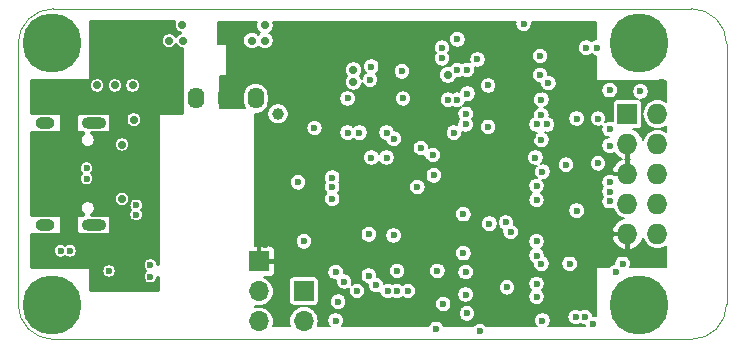
<source format=gbr>
G04 #@! TF.GenerationSoftware,KiCad,Pcbnew,5.1.4+dfsg1-1*
G04 #@! TF.CreationDate,2020-04-26T21:13:55+04:00*
G04 #@! TF.ProjectId,RailLink,5261696c-4c69-46e6-9b2e-6b696361645f,rev?*
G04 #@! TF.SameCoordinates,Original*
G04 #@! TF.FileFunction,Copper,L2,Inr*
G04 #@! TF.FilePolarity,Positive*
%FSLAX46Y46*%
G04 Gerber Fmt 4.6, Leading zero omitted, Abs format (unit mm)*
G04 Created by KiCad (PCBNEW 5.1.4+dfsg1-1) date 2020-04-26 21:13:55*
%MOMM*%
%LPD*%
G04 APERTURE LIST*
%ADD10C,0.050000*%
%ADD11O,1.700000X1.700000*%
%ADD12R,1.700000X1.700000*%
%ADD13C,5.000000*%
%ADD14C,0.800000*%
%ADD15O,2.100000X1.000000*%
%ADD16O,1.600000X1.000000*%
%ADD17O,1.727200X1.727200*%
%ADD18R,1.727200X1.727200*%
%ADD19R,1.400000X1.800000*%
%ADD20O,1.400000X1.800000*%
%ADD21C,0.700000*%
%ADD22C,0.600000*%
%ADD23C,1.000000*%
%ADD24C,0.200000*%
%ADD25C,0.300000*%
G04 APERTURE END LIST*
D10*
X103000000Y-128000000D02*
G75*
G02X100000000Y-125000000I0J3000000D01*
G01*
X100000000Y-103000000D02*
G75*
G02X103000000Y-100000000I3000000J0D01*
G01*
X157000000Y-100000000D02*
G75*
G02X160000000Y-103000000I0J-3000000D01*
G01*
X160000000Y-125000000D02*
G75*
G02X157000000Y-128000000I-3000000J0D01*
G01*
X157000000Y-100000000D02*
X103000000Y-100000000D01*
X160000000Y-125000000D02*
X160000000Y-103000000D01*
X103000000Y-128000000D02*
X157000000Y-128000000D01*
X100000000Y-103000000D02*
X100000000Y-125000000D01*
D11*
X124200000Y-126440000D03*
D12*
X124200000Y-123900000D03*
D13*
X102900000Y-102900000D03*
D14*
X104775000Y-102900000D03*
X104225825Y-104225825D03*
X102900000Y-104775000D03*
X101574175Y-104225825D03*
X101025000Y-102900000D03*
X101574175Y-101574175D03*
X102900000Y-101025000D03*
X104225825Y-101574175D03*
X104225825Y-123774175D03*
X102900000Y-123225000D03*
X101574175Y-123774175D03*
X101025000Y-125100000D03*
X101574175Y-126425825D03*
X102900000Y-126975000D03*
X104225825Y-126425825D03*
X104775000Y-125100000D03*
D13*
X102900000Y-125100000D03*
D15*
X106430000Y-118320000D03*
X106430000Y-109680000D03*
D16*
X102250000Y-109680000D03*
X102250000Y-118320000D03*
D13*
X152600000Y-125100000D03*
D14*
X154475000Y-125100000D03*
X153925825Y-126425825D03*
X152600000Y-126975000D03*
X151274175Y-126425825D03*
X150725000Y-125100000D03*
X151274175Y-123774175D03*
X152600000Y-123225000D03*
X153925825Y-123774175D03*
D17*
X154140000Y-119080000D03*
X151600000Y-119080000D03*
X154140000Y-116540000D03*
X151600000Y-116540000D03*
X154140000Y-114000000D03*
X151600000Y-114000000D03*
X154140000Y-111460000D03*
X151600000Y-111460000D03*
X154140000Y-108920000D03*
D18*
X151600000Y-108920000D03*
D14*
X153925825Y-101574175D03*
X152600000Y-101025000D03*
X151274175Y-101574175D03*
X150725000Y-102900000D03*
X151274175Y-104225825D03*
X152600000Y-104775000D03*
X153925825Y-104225825D03*
X154475000Y-102900000D03*
D13*
X152600000Y-102900000D03*
D19*
X112500000Y-107600000D03*
D20*
X115040000Y-107600000D03*
X117580000Y-107600000D03*
X120120000Y-107600000D03*
D11*
X120400000Y-126480000D03*
X120400000Y-123940000D03*
D12*
X120400000Y-121400000D03*
D21*
X106700000Y-106500000D03*
X109700000Y-106500000D03*
X108200000Y-106500000D03*
X106700000Y-101400000D03*
X109700000Y-101400000D03*
X108200000Y-101400000D03*
X101400000Y-108200000D03*
X101400000Y-106400000D03*
D22*
X109000000Y-114800000D03*
D21*
X108600000Y-117200000D03*
X108800000Y-110600000D03*
X108200000Y-118900000D03*
X108400000Y-109000000D03*
D22*
X109900000Y-122400000D03*
X110000000Y-118600000D03*
X111700000Y-120000000D03*
D21*
X105500000Y-120000000D03*
X107000000Y-120000000D03*
X108800000Y-112400000D03*
X113900000Y-101400000D03*
X114000000Y-102700000D03*
X112800000Y-102700000D03*
X108800000Y-111500000D03*
X109800000Y-109400000D03*
D22*
X107700000Y-122200000D03*
D21*
X108800000Y-116100000D03*
D22*
X146150000Y-123200000D03*
X141700000Y-124400000D03*
X143400000Y-122200000D03*
X143300000Y-126500000D03*
X146300000Y-120200000D03*
X141600000Y-120800000D03*
X143200000Y-114500000D03*
X146300000Y-115100000D03*
X140700000Y-110800000D03*
X146400000Y-107700000D03*
X146000000Y-111900000D03*
X134500000Y-113000000D03*
X133000000Y-122300000D03*
X134300000Y-106800000D03*
X130800000Y-105700000D03*
X140700000Y-116200000D03*
X132400000Y-102700000D03*
X143600000Y-110800000D03*
D21*
X126000000Y-101900000D03*
X126600000Y-102500000D03*
X127700000Y-102500000D03*
D22*
X144200000Y-106900000D03*
X138200000Y-115700000D03*
X136800000Y-121800000D03*
X124900000Y-121500000D03*
D21*
X122800000Y-112000000D03*
X126200000Y-106600000D03*
D22*
X124200000Y-106500000D03*
X124500000Y-104600000D03*
X122200000Y-104600000D03*
X123500000Y-108800000D03*
X122100000Y-107800000D03*
X143300000Y-118000000D03*
X142600000Y-118800000D03*
X154500000Y-106200000D03*
D21*
X117200000Y-101400000D03*
X118500000Y-102700000D03*
X117200000Y-102700000D03*
X122000000Y-121400000D03*
X120900000Y-119900000D03*
D22*
X133100000Y-118900000D03*
D21*
X132300000Y-113400000D03*
X132800000Y-112000000D03*
D22*
X129900000Y-107600000D03*
X146700000Y-117900000D03*
X139500000Y-121500000D03*
X125900000Y-126700000D03*
X141100000Y-103400000D03*
X141500000Y-104700000D03*
X146800000Y-101900000D03*
X146600000Y-105100000D03*
X142800000Y-101300000D03*
X135400000Y-127100000D03*
D23*
X122000000Y-108900000D03*
D21*
X119800000Y-102700000D03*
X120900000Y-101400000D03*
X120900000Y-102700000D03*
D22*
X127600000Y-123100000D03*
X135900000Y-103300000D03*
X129900000Y-104900020D03*
X132500000Y-105300000D03*
X143900000Y-120900000D03*
X143900000Y-116200000D03*
X143900000Y-124400000D03*
X143800000Y-112600000D03*
X144300000Y-109000000D03*
X137700000Y-120700000D03*
X132600000Y-107600000D03*
X135100000Y-112400000D03*
X144200000Y-105600000D03*
X139900000Y-118200000D03*
D21*
X128400000Y-105200000D03*
X128400000Y-106200000D03*
D22*
X135500000Y-122200000D03*
X124200000Y-119700000D03*
X127900000Y-107600000D03*
X137200000Y-105200000D03*
X138000000Y-105200000D03*
X148100000Y-103300000D03*
X149000000Y-103300000D03*
X143900000Y-119700000D03*
X143900000Y-115000000D03*
X143900000Y-123300000D03*
X144300000Y-107700000D03*
X144200000Y-104000000D03*
X128700000Y-123900000D03*
X137200000Y-102600000D03*
X144300000Y-111100000D03*
X141300000Y-118100000D03*
X139800000Y-110000000D03*
X141400000Y-123600000D03*
X141700000Y-118900000D03*
X105800000Y-114400000D03*
X104400000Y-120500000D03*
X103600000Y-120500000D03*
X105800000Y-113500000D03*
X148700000Y-126700000D03*
X126900000Y-126400000D03*
X139100000Y-127300000D03*
X150600000Y-122300000D03*
X150100000Y-106900000D03*
X150100000Y-110200000D03*
X150100000Y-114700000D03*
X148000000Y-126100000D03*
X149100000Y-113100000D03*
X149100000Y-109300000D03*
X150100000Y-116300000D03*
X150100000Y-115500000D03*
X150100000Y-111600000D03*
X146700000Y-121600000D03*
X136000000Y-125000000D03*
X111200000Y-122700000D03*
X110000000Y-117440000D03*
X111200000Y-121700000D03*
X110000000Y-116640000D03*
X131300000Y-123900000D03*
X135900000Y-104200000D03*
X131800000Y-119200000D03*
X130300000Y-123400000D03*
X127100000Y-124800000D03*
X132100000Y-123900000D03*
X132100000Y-122200000D03*
X139800000Y-106500000D03*
X126600000Y-116100000D03*
X138050000Y-107200000D03*
X126600000Y-114300000D03*
X137900000Y-109800000D03*
X127900000Y-110500000D03*
X137900000Y-108900000D03*
X131800000Y-111000000D03*
X137200000Y-107700000D03*
X125100000Y-110100000D03*
X137900000Y-124200000D03*
X137900000Y-122300000D03*
X133800000Y-115100000D03*
X128900000Y-110500000D03*
X144300000Y-121600000D03*
X138000000Y-125800000D03*
X133000000Y-123900000D03*
X129900000Y-112600000D03*
X131200000Y-112600000D03*
X144800000Y-109800000D03*
X147300000Y-109300000D03*
X146400000Y-113200000D03*
X144900000Y-106300000D03*
X147300000Y-117100000D03*
X147200000Y-126100000D03*
X126600000Y-115100000D03*
D21*
X136400000Y-105600000D03*
D22*
X123700000Y-114700000D03*
X136400000Y-107700000D03*
X129800000Y-106000000D03*
X138900000Y-104300000D03*
X129700000Y-119100000D03*
X129700000Y-122600000D03*
X143900000Y-109800000D03*
X131200000Y-110500000D03*
X144400000Y-113800000D03*
X134100000Y-111800000D03*
X144400000Y-126400000D03*
X136900000Y-110500000D03*
X137700000Y-117400000D03*
X135200000Y-114100000D03*
X152700000Y-107000000D03*
X151200000Y-121600000D03*
X126900000Y-122300000D03*
D24*
G36*
X120178822Y-101181233D02*
G01*
X120150000Y-101326131D01*
X120150000Y-101473869D01*
X120178822Y-101618767D01*
X120235359Y-101755258D01*
X120317437Y-101878097D01*
X120421903Y-101982563D01*
X120522830Y-102050000D01*
X120421903Y-102117437D01*
X120350000Y-102189340D01*
X120278097Y-102117437D01*
X120155258Y-102035359D01*
X120018767Y-101978822D01*
X119873869Y-101950000D01*
X119726131Y-101950000D01*
X119581233Y-101978822D01*
X119444742Y-102035359D01*
X119321903Y-102117437D01*
X119217437Y-102221903D01*
X119135359Y-102344742D01*
X119078822Y-102481233D01*
X119050000Y-102626131D01*
X119050000Y-102773869D01*
X119078822Y-102918767D01*
X119135359Y-103055258D01*
X119217437Y-103178097D01*
X119321903Y-103282563D01*
X119444742Y-103364641D01*
X119581233Y-103421178D01*
X119726131Y-103450000D01*
X119873869Y-103450000D01*
X120018767Y-103421178D01*
X120155258Y-103364641D01*
X120278097Y-103282563D01*
X120350000Y-103210660D01*
X120421903Y-103282563D01*
X120544742Y-103364641D01*
X120681233Y-103421178D01*
X120826131Y-103450000D01*
X120973869Y-103450000D01*
X121118767Y-103421178D01*
X121255258Y-103364641D01*
X121378097Y-103282563D01*
X121429604Y-103231056D01*
X135200000Y-103231056D01*
X135200000Y-103368944D01*
X135226901Y-103504182D01*
X135279668Y-103631574D01*
X135356274Y-103746224D01*
X135360050Y-103750000D01*
X135356274Y-103753776D01*
X135279668Y-103868426D01*
X135226901Y-103995818D01*
X135200000Y-104131056D01*
X135200000Y-104268944D01*
X135226901Y-104404182D01*
X135279668Y-104531574D01*
X135356274Y-104646224D01*
X135453776Y-104743726D01*
X135568426Y-104820332D01*
X135695818Y-104873099D01*
X135831056Y-104900000D01*
X135968944Y-104900000D01*
X136104182Y-104873099D01*
X136231574Y-104820332D01*
X136346224Y-104743726D01*
X136443726Y-104646224D01*
X136520332Y-104531574D01*
X136573099Y-104404182D01*
X136600000Y-104268944D01*
X136600000Y-104131056D01*
X136573099Y-103995818D01*
X136520332Y-103868426D01*
X136443726Y-103753776D01*
X136439950Y-103750000D01*
X136443726Y-103746224D01*
X136520332Y-103631574D01*
X136573099Y-103504182D01*
X136600000Y-103368944D01*
X136600000Y-103231056D01*
X136573099Y-103095818D01*
X136520332Y-102968426D01*
X136443726Y-102853776D01*
X136346224Y-102756274D01*
X136231574Y-102679668D01*
X136104182Y-102626901D01*
X135968944Y-102600000D01*
X135831056Y-102600000D01*
X135695818Y-102626901D01*
X135568426Y-102679668D01*
X135453776Y-102756274D01*
X135356274Y-102853776D01*
X135279668Y-102968426D01*
X135226901Y-103095818D01*
X135200000Y-103231056D01*
X121429604Y-103231056D01*
X121482563Y-103178097D01*
X121564641Y-103055258D01*
X121621178Y-102918767D01*
X121650000Y-102773869D01*
X121650000Y-102626131D01*
X121631089Y-102531056D01*
X136500000Y-102531056D01*
X136500000Y-102668944D01*
X136526901Y-102804182D01*
X136579668Y-102931574D01*
X136656274Y-103046224D01*
X136753776Y-103143726D01*
X136868426Y-103220332D01*
X136995818Y-103273099D01*
X137131056Y-103300000D01*
X137268944Y-103300000D01*
X137404182Y-103273099D01*
X137531574Y-103220332D01*
X137646224Y-103143726D01*
X137743726Y-103046224D01*
X137820332Y-102931574D01*
X137873099Y-102804182D01*
X137900000Y-102668944D01*
X137900000Y-102531056D01*
X137873099Y-102395818D01*
X137820332Y-102268426D01*
X137743726Y-102153776D01*
X137646224Y-102056274D01*
X137531574Y-101979668D01*
X137404182Y-101926901D01*
X137268944Y-101900000D01*
X137131056Y-101900000D01*
X136995818Y-101926901D01*
X136868426Y-101979668D01*
X136753776Y-102056274D01*
X136656274Y-102153776D01*
X136579668Y-102268426D01*
X136526901Y-102395818D01*
X136500000Y-102531056D01*
X121631089Y-102531056D01*
X121621178Y-102481233D01*
X121564641Y-102344742D01*
X121482563Y-102221903D01*
X121378097Y-102117437D01*
X121277170Y-102050000D01*
X121378097Y-101982563D01*
X121482563Y-101878097D01*
X121564641Y-101755258D01*
X121621178Y-101618767D01*
X121650000Y-101473869D01*
X121650000Y-101326131D01*
X121621178Y-101181233D01*
X121587530Y-101100000D01*
X142126069Y-101100000D01*
X142100000Y-101231056D01*
X142100000Y-101368944D01*
X142126901Y-101504182D01*
X142179668Y-101631574D01*
X142256274Y-101746224D01*
X142353776Y-101843726D01*
X142468426Y-101920332D01*
X142595818Y-101973099D01*
X142731056Y-102000000D01*
X142868944Y-102000000D01*
X143004182Y-101973099D01*
X143131574Y-101920332D01*
X143246224Y-101843726D01*
X143343726Y-101746224D01*
X143420332Y-101631574D01*
X143473099Y-101504182D01*
X143500000Y-101368944D01*
X143500000Y-101231056D01*
X143473931Y-101100000D01*
X148900000Y-101100000D01*
X148900000Y-102606178D01*
X148795818Y-102626901D01*
X148668426Y-102679668D01*
X148553776Y-102756274D01*
X148550000Y-102760050D01*
X148546224Y-102756274D01*
X148431574Y-102679668D01*
X148304182Y-102626901D01*
X148168944Y-102600000D01*
X148031056Y-102600000D01*
X147895818Y-102626901D01*
X147768426Y-102679668D01*
X147653776Y-102756274D01*
X147556274Y-102853776D01*
X147479668Y-102968426D01*
X147426901Y-103095818D01*
X147400000Y-103231056D01*
X147400000Y-103368944D01*
X147426901Y-103504182D01*
X147479668Y-103631574D01*
X147556274Y-103746224D01*
X147653776Y-103843726D01*
X147768426Y-103920332D01*
X147895818Y-103973099D01*
X148031056Y-104000000D01*
X148168944Y-104000000D01*
X148304182Y-103973099D01*
X148431574Y-103920332D01*
X148546224Y-103843726D01*
X148550000Y-103839950D01*
X148553776Y-103843726D01*
X148668426Y-103920332D01*
X148795818Y-103973099D01*
X148900000Y-103993822D01*
X148900000Y-106000000D01*
X148901921Y-106019509D01*
X148907612Y-106038268D01*
X148916853Y-106055557D01*
X148929289Y-106070711D01*
X148944443Y-106083147D01*
X148961732Y-106092388D01*
X148980491Y-106098079D01*
X149000000Y-106100000D01*
X154900000Y-106100000D01*
X154900000Y-107909068D01*
X154845415Y-107864271D01*
X154625899Y-107746937D01*
X154387709Y-107674683D01*
X154202077Y-107656400D01*
X154077923Y-107656400D01*
X153892291Y-107674683D01*
X153654101Y-107746937D01*
X153434585Y-107864271D01*
X153242177Y-108022177D01*
X153084271Y-108214585D01*
X152966937Y-108434101D01*
X152894683Y-108672291D01*
X152870286Y-108920000D01*
X152894683Y-109167709D01*
X152966937Y-109405899D01*
X153084271Y-109625415D01*
X153242177Y-109817823D01*
X153434585Y-109975729D01*
X153654101Y-110093063D01*
X153892291Y-110165317D01*
X154077923Y-110183600D01*
X154202077Y-110183600D01*
X154387709Y-110165317D01*
X154625899Y-110093063D01*
X154845415Y-109975729D01*
X154900000Y-109930932D01*
X154900000Y-110449068D01*
X154845415Y-110404271D01*
X154625899Y-110286937D01*
X154387709Y-110214683D01*
X154202077Y-110196400D01*
X154077923Y-110196400D01*
X153892291Y-110214683D01*
X153654101Y-110286937D01*
X153434585Y-110404271D01*
X153242177Y-110562177D01*
X153084271Y-110754585D01*
X152966937Y-110974101D01*
X152920789Y-111126230D01*
X152876880Y-110981466D01*
X152758988Y-110741554D01*
X152596556Y-110529251D01*
X152395827Y-110352717D01*
X152164515Y-110218735D01*
X152067161Y-110185535D01*
X152463600Y-110185535D01*
X152542014Y-110177812D01*
X152617414Y-110154940D01*
X152686903Y-110117797D01*
X152747811Y-110067811D01*
X152797797Y-110006903D01*
X152834940Y-109937414D01*
X152857812Y-109862014D01*
X152865535Y-109783600D01*
X152865535Y-108056400D01*
X152857812Y-107977986D01*
X152834940Y-107902586D01*
X152797797Y-107833097D01*
X152747811Y-107772189D01*
X152686903Y-107722203D01*
X152645365Y-107700000D01*
X152768944Y-107700000D01*
X152904182Y-107673099D01*
X153031574Y-107620332D01*
X153146224Y-107543726D01*
X153243726Y-107446224D01*
X153320332Y-107331574D01*
X153373099Y-107204182D01*
X153400000Y-107068944D01*
X153400000Y-106931056D01*
X153373099Y-106795818D01*
X153320332Y-106668426D01*
X153243726Y-106553776D01*
X153146224Y-106456274D01*
X153031574Y-106379668D01*
X152904182Y-106326901D01*
X152768944Y-106300000D01*
X152631056Y-106300000D01*
X152495818Y-106326901D01*
X152368426Y-106379668D01*
X152253776Y-106456274D01*
X152156274Y-106553776D01*
X152079668Y-106668426D01*
X152026901Y-106795818D01*
X152000000Y-106931056D01*
X152000000Y-107068944D01*
X152026901Y-107204182D01*
X152079668Y-107331574D01*
X152156274Y-107446224D01*
X152253776Y-107543726D01*
X152368426Y-107620332D01*
X152450831Y-107654465D01*
X150736400Y-107654465D01*
X150657986Y-107662188D01*
X150582586Y-107685060D01*
X150513097Y-107722203D01*
X150452189Y-107772189D01*
X150402203Y-107833097D01*
X150365060Y-107902586D01*
X150342188Y-107977986D01*
X150334465Y-108056400D01*
X150334465Y-109539445D01*
X150304182Y-109526901D01*
X150168944Y-109500000D01*
X150031056Y-109500000D01*
X149895818Y-109526901D01*
X149768426Y-109579668D01*
X149731655Y-109604237D01*
X149773099Y-109504182D01*
X149800000Y-109368944D01*
X149800000Y-109231056D01*
X149773099Y-109095818D01*
X149720332Y-108968426D01*
X149643726Y-108853776D01*
X149546224Y-108756274D01*
X149431574Y-108679668D01*
X149304182Y-108626901D01*
X149168944Y-108600000D01*
X149031056Y-108600000D01*
X148895818Y-108626901D01*
X148768426Y-108679668D01*
X148653776Y-108756274D01*
X148556274Y-108853776D01*
X148479668Y-108968426D01*
X148426901Y-109095818D01*
X148400000Y-109231056D01*
X148400000Y-109368944D01*
X148426901Y-109504182D01*
X148479668Y-109631574D01*
X148556274Y-109746224D01*
X148653776Y-109843726D01*
X148768426Y-109920332D01*
X148895818Y-109973099D01*
X149031056Y-110000000D01*
X149168944Y-110000000D01*
X149304182Y-109973099D01*
X149431574Y-109920332D01*
X149468345Y-109895763D01*
X149426901Y-109995818D01*
X149400000Y-110131056D01*
X149400000Y-110268944D01*
X149426901Y-110404182D01*
X149479668Y-110531574D01*
X149556274Y-110646224D01*
X149653776Y-110743726D01*
X149768426Y-110820332D01*
X149895818Y-110873099D01*
X150031056Y-110900000D01*
X149895818Y-110926901D01*
X149768426Y-110979668D01*
X149653776Y-111056274D01*
X149556274Y-111153776D01*
X149479668Y-111268426D01*
X149426901Y-111395818D01*
X149400000Y-111531056D01*
X149400000Y-111668944D01*
X149426901Y-111804182D01*
X149479668Y-111931574D01*
X149556274Y-112046224D01*
X149653776Y-112143726D01*
X149768426Y-112220332D01*
X149895818Y-112273099D01*
X150031056Y-112300000D01*
X150168944Y-112300000D01*
X150304182Y-112273099D01*
X150431574Y-112220332D01*
X150459025Y-112201990D01*
X150603444Y-112390749D01*
X150804173Y-112567283D01*
X151035485Y-112701265D01*
X151119746Y-112730000D01*
X151035485Y-112758735D01*
X150804173Y-112892717D01*
X150603444Y-113069251D01*
X150441012Y-113281554D01*
X150323120Y-113521466D01*
X150272458Y-113688492D01*
X150365443Y-113900000D01*
X151500000Y-113900000D01*
X151500000Y-112765068D01*
X151419913Y-112730000D01*
X151500000Y-112694932D01*
X151500000Y-111560000D01*
X151480000Y-111560000D01*
X151480000Y-111360000D01*
X151500000Y-111360000D01*
X151500000Y-111340000D01*
X151700000Y-111340000D01*
X151700000Y-111360000D01*
X151720000Y-111360000D01*
X151720000Y-111560000D01*
X151700000Y-111560000D01*
X151700000Y-112694932D01*
X151780087Y-112730000D01*
X151700000Y-112765068D01*
X151700000Y-113900000D01*
X151720000Y-113900000D01*
X151720000Y-114100000D01*
X151700000Y-114100000D01*
X151700000Y-114120000D01*
X151500000Y-114120000D01*
X151500000Y-114100000D01*
X150462003Y-114100000D01*
X150431574Y-114079668D01*
X150304182Y-114026901D01*
X150168944Y-114000000D01*
X150031056Y-114000000D01*
X149895818Y-114026901D01*
X149768426Y-114079668D01*
X149653776Y-114156274D01*
X149556274Y-114253776D01*
X149479668Y-114368426D01*
X149426901Y-114495818D01*
X149400000Y-114631056D01*
X149400000Y-114768944D01*
X149426901Y-114904182D01*
X149479668Y-115031574D01*
X149525388Y-115100000D01*
X149479668Y-115168426D01*
X149426901Y-115295818D01*
X149400000Y-115431056D01*
X149400000Y-115568944D01*
X149426901Y-115704182D01*
X149479668Y-115831574D01*
X149525388Y-115900000D01*
X149479668Y-115968426D01*
X149426901Y-116095818D01*
X149400000Y-116231056D01*
X149400000Y-116368944D01*
X149426901Y-116504182D01*
X149479668Y-116631574D01*
X149556274Y-116746224D01*
X149653776Y-116843726D01*
X149768426Y-116920332D01*
X149895818Y-116973099D01*
X150031056Y-117000000D01*
X150168944Y-117000000D01*
X150304182Y-116973099D01*
X150399006Y-116933822D01*
X150426937Y-117025899D01*
X150544271Y-117245415D01*
X150702177Y-117437823D01*
X150894585Y-117595729D01*
X151114101Y-117713063D01*
X151267526Y-117759604D01*
X151035485Y-117838735D01*
X150804173Y-117972717D01*
X150603444Y-118149251D01*
X150441012Y-118361554D01*
X150323120Y-118601466D01*
X150272458Y-118768492D01*
X150365443Y-118980000D01*
X151500000Y-118980000D01*
X151500000Y-118960000D01*
X151700000Y-118960000D01*
X151700000Y-118980000D01*
X151720000Y-118980000D01*
X151720000Y-119180000D01*
X151700000Y-119180000D01*
X151700000Y-120314932D01*
X151911509Y-120407546D01*
X152164515Y-120321265D01*
X152395827Y-120187283D01*
X152596556Y-120010749D01*
X152758988Y-119798446D01*
X152876880Y-119558534D01*
X152920789Y-119413770D01*
X152966937Y-119565899D01*
X153084271Y-119785415D01*
X153242177Y-119977823D01*
X153434585Y-120135729D01*
X153654101Y-120253063D01*
X153892291Y-120325317D01*
X154077923Y-120343600D01*
X154202077Y-120343600D01*
X154387709Y-120325317D01*
X154625899Y-120253063D01*
X154845415Y-120135729D01*
X154900000Y-120090932D01*
X154900000Y-121900000D01*
X151833410Y-121900000D01*
X151873099Y-121804182D01*
X151900000Y-121668944D01*
X151900000Y-121531056D01*
X151873099Y-121395818D01*
X151820332Y-121268426D01*
X151743726Y-121153776D01*
X151646224Y-121056274D01*
X151531574Y-120979668D01*
X151404182Y-120926901D01*
X151268944Y-120900000D01*
X151131056Y-120900000D01*
X150995818Y-120926901D01*
X150868426Y-120979668D01*
X150753776Y-121056274D01*
X150656274Y-121153776D01*
X150579668Y-121268426D01*
X150526901Y-121395818D01*
X150500000Y-121531056D01*
X150500000Y-121606178D01*
X150395818Y-121626901D01*
X150268426Y-121679668D01*
X150153776Y-121756274D01*
X150056274Y-121853776D01*
X150025388Y-121900000D01*
X149000000Y-121900000D01*
X148980491Y-121901921D01*
X148961732Y-121907612D01*
X148944443Y-121916853D01*
X148929289Y-121929289D01*
X148916853Y-121944443D01*
X148907612Y-121961732D01*
X148901921Y-121980491D01*
X148900000Y-122000000D01*
X148900000Y-126026069D01*
X148768944Y-126000000D01*
X148693822Y-126000000D01*
X148673099Y-125895818D01*
X148620332Y-125768426D01*
X148543726Y-125653776D01*
X148446224Y-125556274D01*
X148331574Y-125479668D01*
X148204182Y-125426901D01*
X148068944Y-125400000D01*
X147931056Y-125400000D01*
X147795818Y-125426901D01*
X147668426Y-125479668D01*
X147600000Y-125525388D01*
X147531574Y-125479668D01*
X147404182Y-125426901D01*
X147268944Y-125400000D01*
X147131056Y-125400000D01*
X146995818Y-125426901D01*
X146868426Y-125479668D01*
X146753776Y-125556274D01*
X146656274Y-125653776D01*
X146579668Y-125768426D01*
X146526901Y-125895818D01*
X146500000Y-126031056D01*
X146500000Y-126168944D01*
X146526901Y-126304182D01*
X146579668Y-126431574D01*
X146656274Y-126546224D01*
X146753776Y-126643726D01*
X146868426Y-126720332D01*
X146995818Y-126773099D01*
X147131056Y-126800000D01*
X147268944Y-126800000D01*
X147404182Y-126773099D01*
X147531574Y-126720332D01*
X147600000Y-126674612D01*
X147668426Y-126720332D01*
X147795818Y-126773099D01*
X147931056Y-126800000D01*
X148006178Y-126800000D01*
X148026069Y-126900000D01*
X144889950Y-126900000D01*
X144943726Y-126846224D01*
X145020332Y-126731574D01*
X145073099Y-126604182D01*
X145100000Y-126468944D01*
X145100000Y-126331056D01*
X145073099Y-126195818D01*
X145020332Y-126068426D01*
X144943726Y-125953776D01*
X144846224Y-125856274D01*
X144731574Y-125779668D01*
X144604182Y-125726901D01*
X144468944Y-125700000D01*
X144331056Y-125700000D01*
X144195818Y-125726901D01*
X144068426Y-125779668D01*
X143953776Y-125856274D01*
X143856274Y-125953776D01*
X143779668Y-126068426D01*
X143726901Y-126195818D01*
X143700000Y-126331056D01*
X143700000Y-126468944D01*
X143726901Y-126604182D01*
X143779668Y-126731574D01*
X143856274Y-126846224D01*
X143910050Y-126900000D01*
X139674612Y-126900000D01*
X139643726Y-126853776D01*
X139546224Y-126756274D01*
X139431574Y-126679668D01*
X139304182Y-126626901D01*
X139168944Y-126600000D01*
X139031056Y-126600000D01*
X138895818Y-126626901D01*
X138768426Y-126679668D01*
X138653776Y-126756274D01*
X138556274Y-126853776D01*
X138525388Y-126900000D01*
X136073931Y-126900000D01*
X136073099Y-126895818D01*
X136020332Y-126768426D01*
X135943726Y-126653776D01*
X135846224Y-126556274D01*
X135731574Y-126479668D01*
X135604182Y-126426901D01*
X135468944Y-126400000D01*
X135331056Y-126400000D01*
X135195818Y-126426901D01*
X135068426Y-126479668D01*
X134953776Y-126556274D01*
X134856274Y-126653776D01*
X134779668Y-126768426D01*
X134726901Y-126895818D01*
X134726069Y-126900000D01*
X127389950Y-126900000D01*
X127443726Y-126846224D01*
X127520332Y-126731574D01*
X127573099Y-126604182D01*
X127600000Y-126468944D01*
X127600000Y-126331056D01*
X127573099Y-126195818D01*
X127520332Y-126068426D01*
X127443726Y-125953776D01*
X127346224Y-125856274D01*
X127231574Y-125779668D01*
X127114214Y-125731056D01*
X137300000Y-125731056D01*
X137300000Y-125868944D01*
X137326901Y-126004182D01*
X137379668Y-126131574D01*
X137456274Y-126246224D01*
X137553776Y-126343726D01*
X137668426Y-126420332D01*
X137795818Y-126473099D01*
X137931056Y-126500000D01*
X138068944Y-126500000D01*
X138204182Y-126473099D01*
X138331574Y-126420332D01*
X138446224Y-126343726D01*
X138543726Y-126246224D01*
X138620332Y-126131574D01*
X138673099Y-126004182D01*
X138700000Y-125868944D01*
X138700000Y-125731056D01*
X138673099Y-125595818D01*
X138620332Y-125468426D01*
X138543726Y-125353776D01*
X138446224Y-125256274D01*
X138331574Y-125179668D01*
X138204182Y-125126901D01*
X138068944Y-125100000D01*
X137931056Y-125100000D01*
X137795818Y-125126901D01*
X137668426Y-125179668D01*
X137553776Y-125256274D01*
X137456274Y-125353776D01*
X137379668Y-125468426D01*
X137326901Y-125595818D01*
X137300000Y-125731056D01*
X127114214Y-125731056D01*
X127104182Y-125726901D01*
X126968944Y-125700000D01*
X126831056Y-125700000D01*
X126695818Y-125726901D01*
X126568426Y-125779668D01*
X126453776Y-125856274D01*
X126356274Y-125953776D01*
X126279668Y-126068426D01*
X126226901Y-126195818D01*
X126200000Y-126331056D01*
X126200000Y-126468944D01*
X126226901Y-126604182D01*
X126279668Y-126731574D01*
X126356274Y-126846224D01*
X126410050Y-126900000D01*
X125366707Y-126900000D01*
X125431913Y-126685043D01*
X125456048Y-126440000D01*
X125431913Y-126194957D01*
X125360437Y-125959331D01*
X125244366Y-125742177D01*
X125088160Y-125551840D01*
X124897823Y-125395634D01*
X124680669Y-125279563D01*
X124445043Y-125208087D01*
X124261405Y-125190000D01*
X124138595Y-125190000D01*
X123954957Y-125208087D01*
X123719331Y-125279563D01*
X123502177Y-125395634D01*
X123311840Y-125551840D01*
X123155634Y-125742177D01*
X123039563Y-125959331D01*
X122968087Y-126194957D01*
X122943952Y-126440000D01*
X122968087Y-126685043D01*
X123033293Y-126900000D01*
X121578841Y-126900000D01*
X121631913Y-126725043D01*
X121656048Y-126480000D01*
X121631913Y-126234957D01*
X121560437Y-125999331D01*
X121444366Y-125782177D01*
X121288160Y-125591840D01*
X121097823Y-125435634D01*
X120880669Y-125319563D01*
X120645043Y-125248087D01*
X120461405Y-125230000D01*
X120338595Y-125230000D01*
X120154957Y-125248087D01*
X120100000Y-125264758D01*
X120100000Y-125155242D01*
X120154957Y-125171913D01*
X120338595Y-125190000D01*
X120461405Y-125190000D01*
X120645043Y-125171913D01*
X120880669Y-125100437D01*
X121097823Y-124984366D01*
X121288160Y-124828160D01*
X121444366Y-124637823D01*
X121560437Y-124420669D01*
X121631913Y-124185043D01*
X121656048Y-123940000D01*
X121631913Y-123694957D01*
X121560437Y-123459331D01*
X121444366Y-123242177D01*
X121288160Y-123051840D01*
X121285918Y-123050000D01*
X122948065Y-123050000D01*
X122948065Y-124750000D01*
X122955788Y-124828414D01*
X122978660Y-124903814D01*
X123015803Y-124973303D01*
X123065789Y-125034211D01*
X123126697Y-125084197D01*
X123196186Y-125121340D01*
X123271586Y-125144212D01*
X123350000Y-125151935D01*
X125050000Y-125151935D01*
X125128414Y-125144212D01*
X125203814Y-125121340D01*
X125273303Y-125084197D01*
X125334211Y-125034211D01*
X125384197Y-124973303D01*
X125421340Y-124903814D01*
X125444212Y-124828414D01*
X125451935Y-124750000D01*
X125451935Y-124731056D01*
X126400000Y-124731056D01*
X126400000Y-124868944D01*
X126426901Y-125004182D01*
X126479668Y-125131574D01*
X126556274Y-125246224D01*
X126653776Y-125343726D01*
X126768426Y-125420332D01*
X126895818Y-125473099D01*
X127031056Y-125500000D01*
X127168944Y-125500000D01*
X127304182Y-125473099D01*
X127431574Y-125420332D01*
X127546224Y-125343726D01*
X127643726Y-125246224D01*
X127720332Y-125131574D01*
X127773099Y-125004182D01*
X127787644Y-124931056D01*
X135300000Y-124931056D01*
X135300000Y-125068944D01*
X135326901Y-125204182D01*
X135379668Y-125331574D01*
X135456274Y-125446224D01*
X135553776Y-125543726D01*
X135668426Y-125620332D01*
X135795818Y-125673099D01*
X135931056Y-125700000D01*
X136068944Y-125700000D01*
X136204182Y-125673099D01*
X136331574Y-125620332D01*
X136446224Y-125543726D01*
X136543726Y-125446224D01*
X136620332Y-125331574D01*
X136673099Y-125204182D01*
X136700000Y-125068944D01*
X136700000Y-124931056D01*
X136673099Y-124795818D01*
X136620332Y-124668426D01*
X136543726Y-124553776D01*
X136446224Y-124456274D01*
X136331574Y-124379668D01*
X136204182Y-124326901D01*
X136068944Y-124300000D01*
X135931056Y-124300000D01*
X135795818Y-124326901D01*
X135668426Y-124379668D01*
X135553776Y-124456274D01*
X135456274Y-124553776D01*
X135379668Y-124668426D01*
X135326901Y-124795818D01*
X135300000Y-124931056D01*
X127787644Y-124931056D01*
X127800000Y-124868944D01*
X127800000Y-124731056D01*
X127773099Y-124595818D01*
X127720332Y-124468426D01*
X127643726Y-124353776D01*
X127546224Y-124256274D01*
X127431574Y-124179668D01*
X127304182Y-124126901D01*
X127168944Y-124100000D01*
X127031056Y-124100000D01*
X126895818Y-124126901D01*
X126768426Y-124179668D01*
X126653776Y-124256274D01*
X126556274Y-124353776D01*
X126479668Y-124468426D01*
X126426901Y-124595818D01*
X126400000Y-124731056D01*
X125451935Y-124731056D01*
X125451935Y-123050000D01*
X125444212Y-122971586D01*
X125421340Y-122896186D01*
X125384197Y-122826697D01*
X125334211Y-122765789D01*
X125273303Y-122715803D01*
X125203814Y-122678660D01*
X125128414Y-122655788D01*
X125050000Y-122648065D01*
X123350000Y-122648065D01*
X123271586Y-122655788D01*
X123196186Y-122678660D01*
X123126697Y-122715803D01*
X123065789Y-122765789D01*
X123015803Y-122826697D01*
X122978660Y-122896186D01*
X122955788Y-122971586D01*
X122948065Y-123050000D01*
X121285918Y-123050000D01*
X121097823Y-122895634D01*
X120880669Y-122779563D01*
X120785257Y-122750620D01*
X121250000Y-122752419D01*
X121348017Y-122742765D01*
X121442267Y-122714175D01*
X121529129Y-122667746D01*
X121605264Y-122605264D01*
X121667746Y-122529129D01*
X121714175Y-122442267D01*
X121742765Y-122348017D01*
X121752419Y-122250000D01*
X121752346Y-122231056D01*
X126200000Y-122231056D01*
X126200000Y-122368944D01*
X126226901Y-122504182D01*
X126279668Y-122631574D01*
X126356274Y-122746224D01*
X126453776Y-122843726D01*
X126568426Y-122920332D01*
X126695818Y-122973099D01*
X126831056Y-123000000D01*
X126906178Y-123000000D01*
X126900000Y-123031056D01*
X126900000Y-123168944D01*
X126926901Y-123304182D01*
X126979668Y-123431574D01*
X127056274Y-123546224D01*
X127153776Y-123643726D01*
X127268426Y-123720332D01*
X127395818Y-123773099D01*
X127531056Y-123800000D01*
X127668944Y-123800000D01*
X127804182Y-123773099D01*
X127931574Y-123720332D01*
X128046224Y-123643726D01*
X128050072Y-123639878D01*
X128026901Y-123695818D01*
X128000000Y-123831056D01*
X128000000Y-123968944D01*
X128026901Y-124104182D01*
X128079668Y-124231574D01*
X128156274Y-124346224D01*
X128253776Y-124443726D01*
X128368426Y-124520332D01*
X128495818Y-124573099D01*
X128631056Y-124600000D01*
X128768944Y-124600000D01*
X128904182Y-124573099D01*
X129031574Y-124520332D01*
X129146224Y-124443726D01*
X129243726Y-124346224D01*
X129320332Y-124231574D01*
X129373099Y-124104182D01*
X129400000Y-123968944D01*
X129400000Y-123831056D01*
X129373099Y-123695818D01*
X129320332Y-123568426D01*
X129243726Y-123453776D01*
X129146224Y-123356274D01*
X129031574Y-123279668D01*
X128904182Y-123226901D01*
X128768944Y-123200000D01*
X128631056Y-123200000D01*
X128495818Y-123226901D01*
X128368426Y-123279668D01*
X128253776Y-123356274D01*
X128249928Y-123360122D01*
X128273099Y-123304182D01*
X128300000Y-123168944D01*
X128300000Y-123031056D01*
X128273099Y-122895818D01*
X128220332Y-122768426D01*
X128143726Y-122653776D01*
X128046224Y-122556274D01*
X128008483Y-122531056D01*
X129000000Y-122531056D01*
X129000000Y-122668944D01*
X129026901Y-122804182D01*
X129079668Y-122931574D01*
X129156274Y-123046224D01*
X129253776Y-123143726D01*
X129368426Y-123220332D01*
X129495818Y-123273099D01*
X129607124Y-123295240D01*
X129600000Y-123331056D01*
X129600000Y-123468944D01*
X129626901Y-123604182D01*
X129679668Y-123731574D01*
X129756274Y-123846224D01*
X129853776Y-123943726D01*
X129968426Y-124020332D01*
X130095818Y-124073099D01*
X130231056Y-124100000D01*
X130368944Y-124100000D01*
X130504182Y-124073099D01*
X130611847Y-124028503D01*
X130626901Y-124104182D01*
X130679668Y-124231574D01*
X130756274Y-124346224D01*
X130853776Y-124443726D01*
X130968426Y-124520332D01*
X131095818Y-124573099D01*
X131231056Y-124600000D01*
X131368944Y-124600000D01*
X131504182Y-124573099D01*
X131631574Y-124520332D01*
X131700000Y-124474612D01*
X131768426Y-124520332D01*
X131895818Y-124573099D01*
X132031056Y-124600000D01*
X132168944Y-124600000D01*
X132304182Y-124573099D01*
X132431574Y-124520332D01*
X132546224Y-124443726D01*
X132550000Y-124439950D01*
X132553776Y-124443726D01*
X132668426Y-124520332D01*
X132795818Y-124573099D01*
X132931056Y-124600000D01*
X133068944Y-124600000D01*
X133204182Y-124573099D01*
X133331574Y-124520332D01*
X133446224Y-124443726D01*
X133543726Y-124346224D01*
X133620332Y-124231574D01*
X133661967Y-124131056D01*
X137200000Y-124131056D01*
X137200000Y-124268944D01*
X137226901Y-124404182D01*
X137279668Y-124531574D01*
X137356274Y-124646224D01*
X137453776Y-124743726D01*
X137568426Y-124820332D01*
X137695818Y-124873099D01*
X137831056Y-124900000D01*
X137968944Y-124900000D01*
X138104182Y-124873099D01*
X138231574Y-124820332D01*
X138346224Y-124743726D01*
X138443726Y-124646224D01*
X138520332Y-124531574D01*
X138573099Y-124404182D01*
X138600000Y-124268944D01*
X138600000Y-124131056D01*
X138573099Y-123995818D01*
X138520332Y-123868426D01*
X138443726Y-123753776D01*
X138346224Y-123656274D01*
X138231574Y-123579668D01*
X138114214Y-123531056D01*
X140700000Y-123531056D01*
X140700000Y-123668944D01*
X140726901Y-123804182D01*
X140779668Y-123931574D01*
X140856274Y-124046224D01*
X140953776Y-124143726D01*
X141068426Y-124220332D01*
X141195818Y-124273099D01*
X141331056Y-124300000D01*
X141468944Y-124300000D01*
X141604182Y-124273099D01*
X141731574Y-124220332D01*
X141846224Y-124143726D01*
X141943726Y-124046224D01*
X142020332Y-123931574D01*
X142073099Y-123804182D01*
X142100000Y-123668944D01*
X142100000Y-123531056D01*
X142073099Y-123395818D01*
X142020332Y-123268426D01*
X141995363Y-123231056D01*
X143200000Y-123231056D01*
X143200000Y-123368944D01*
X143226901Y-123504182D01*
X143279668Y-123631574D01*
X143356274Y-123746224D01*
X143453776Y-123843726D01*
X143463166Y-123850000D01*
X143453776Y-123856274D01*
X143356274Y-123953776D01*
X143279668Y-124068426D01*
X143226901Y-124195818D01*
X143200000Y-124331056D01*
X143200000Y-124468944D01*
X143226901Y-124604182D01*
X143279668Y-124731574D01*
X143356274Y-124846224D01*
X143453776Y-124943726D01*
X143568426Y-125020332D01*
X143695818Y-125073099D01*
X143831056Y-125100000D01*
X143968944Y-125100000D01*
X144104182Y-125073099D01*
X144231574Y-125020332D01*
X144346224Y-124943726D01*
X144443726Y-124846224D01*
X144520332Y-124731574D01*
X144573099Y-124604182D01*
X144600000Y-124468944D01*
X144600000Y-124331056D01*
X144573099Y-124195818D01*
X144520332Y-124068426D01*
X144443726Y-123953776D01*
X144346224Y-123856274D01*
X144336834Y-123850000D01*
X144346224Y-123843726D01*
X144443726Y-123746224D01*
X144520332Y-123631574D01*
X144573099Y-123504182D01*
X144600000Y-123368944D01*
X144600000Y-123231056D01*
X144573099Y-123095818D01*
X144520332Y-122968426D01*
X144443726Y-122853776D01*
X144346224Y-122756274D01*
X144231574Y-122679668D01*
X144104182Y-122626901D01*
X143968944Y-122600000D01*
X143831056Y-122600000D01*
X143695818Y-122626901D01*
X143568426Y-122679668D01*
X143453776Y-122756274D01*
X143356274Y-122853776D01*
X143279668Y-122968426D01*
X143226901Y-123095818D01*
X143200000Y-123231056D01*
X141995363Y-123231056D01*
X141943726Y-123153776D01*
X141846224Y-123056274D01*
X141731574Y-122979668D01*
X141604182Y-122926901D01*
X141468944Y-122900000D01*
X141331056Y-122900000D01*
X141195818Y-122926901D01*
X141068426Y-122979668D01*
X140953776Y-123056274D01*
X140856274Y-123153776D01*
X140779668Y-123268426D01*
X140726901Y-123395818D01*
X140700000Y-123531056D01*
X138114214Y-123531056D01*
X138104182Y-123526901D01*
X137968944Y-123500000D01*
X137831056Y-123500000D01*
X137695818Y-123526901D01*
X137568426Y-123579668D01*
X137453776Y-123656274D01*
X137356274Y-123753776D01*
X137279668Y-123868426D01*
X137226901Y-123995818D01*
X137200000Y-124131056D01*
X133661967Y-124131056D01*
X133673099Y-124104182D01*
X133700000Y-123968944D01*
X133700000Y-123831056D01*
X133673099Y-123695818D01*
X133620332Y-123568426D01*
X133543726Y-123453776D01*
X133446224Y-123356274D01*
X133331574Y-123279668D01*
X133204182Y-123226901D01*
X133068944Y-123200000D01*
X132931056Y-123200000D01*
X132795818Y-123226901D01*
X132668426Y-123279668D01*
X132553776Y-123356274D01*
X132550000Y-123360050D01*
X132546224Y-123356274D01*
X132431574Y-123279668D01*
X132304182Y-123226901D01*
X132168944Y-123200000D01*
X132031056Y-123200000D01*
X131895818Y-123226901D01*
X131768426Y-123279668D01*
X131700000Y-123325388D01*
X131631574Y-123279668D01*
X131504182Y-123226901D01*
X131368944Y-123200000D01*
X131231056Y-123200000D01*
X131095818Y-123226901D01*
X130988153Y-123271497D01*
X130973099Y-123195818D01*
X130920332Y-123068426D01*
X130843726Y-122953776D01*
X130746224Y-122856274D01*
X130631574Y-122779668D01*
X130504182Y-122726901D01*
X130392876Y-122704760D01*
X130400000Y-122668944D01*
X130400000Y-122531056D01*
X130373099Y-122395818D01*
X130320332Y-122268426D01*
X130243726Y-122153776D01*
X130221006Y-122131056D01*
X131400000Y-122131056D01*
X131400000Y-122268944D01*
X131426901Y-122404182D01*
X131479668Y-122531574D01*
X131556274Y-122646224D01*
X131653776Y-122743726D01*
X131768426Y-122820332D01*
X131895818Y-122873099D01*
X132031056Y-122900000D01*
X132168944Y-122900000D01*
X132304182Y-122873099D01*
X132431574Y-122820332D01*
X132546224Y-122743726D01*
X132643726Y-122646224D01*
X132720332Y-122531574D01*
X132773099Y-122404182D01*
X132800000Y-122268944D01*
X132800000Y-122131056D01*
X134800000Y-122131056D01*
X134800000Y-122268944D01*
X134826901Y-122404182D01*
X134879668Y-122531574D01*
X134956274Y-122646224D01*
X135053776Y-122743726D01*
X135168426Y-122820332D01*
X135295818Y-122873099D01*
X135431056Y-122900000D01*
X135568944Y-122900000D01*
X135704182Y-122873099D01*
X135831574Y-122820332D01*
X135946224Y-122743726D01*
X136043726Y-122646224D01*
X136120332Y-122531574D01*
X136173099Y-122404182D01*
X136200000Y-122268944D01*
X136200000Y-122231056D01*
X137200000Y-122231056D01*
X137200000Y-122368944D01*
X137226901Y-122504182D01*
X137279668Y-122631574D01*
X137356274Y-122746224D01*
X137453776Y-122843726D01*
X137568426Y-122920332D01*
X137695818Y-122973099D01*
X137831056Y-123000000D01*
X137968944Y-123000000D01*
X138104182Y-122973099D01*
X138231574Y-122920332D01*
X138346224Y-122843726D01*
X138443726Y-122746224D01*
X138520332Y-122631574D01*
X138573099Y-122504182D01*
X138600000Y-122368944D01*
X138600000Y-122231056D01*
X138573099Y-122095818D01*
X138520332Y-121968426D01*
X138443726Y-121853776D01*
X138346224Y-121756274D01*
X138231574Y-121679668D01*
X138104182Y-121626901D01*
X137968944Y-121600000D01*
X137831056Y-121600000D01*
X137695818Y-121626901D01*
X137568426Y-121679668D01*
X137453776Y-121756274D01*
X137356274Y-121853776D01*
X137279668Y-121968426D01*
X137226901Y-122095818D01*
X137200000Y-122231056D01*
X136200000Y-122231056D01*
X136200000Y-122131056D01*
X136173099Y-121995818D01*
X136120332Y-121868426D01*
X136043726Y-121753776D01*
X135946224Y-121656274D01*
X135831574Y-121579668D01*
X135704182Y-121526901D01*
X135568944Y-121500000D01*
X135431056Y-121500000D01*
X135295818Y-121526901D01*
X135168426Y-121579668D01*
X135053776Y-121656274D01*
X134956274Y-121753776D01*
X134879668Y-121868426D01*
X134826901Y-121995818D01*
X134800000Y-122131056D01*
X132800000Y-122131056D01*
X132773099Y-121995818D01*
X132720332Y-121868426D01*
X132643726Y-121753776D01*
X132546224Y-121656274D01*
X132431574Y-121579668D01*
X132304182Y-121526901D01*
X132168944Y-121500000D01*
X132031056Y-121500000D01*
X131895818Y-121526901D01*
X131768426Y-121579668D01*
X131653776Y-121656274D01*
X131556274Y-121753776D01*
X131479668Y-121868426D01*
X131426901Y-121995818D01*
X131400000Y-122131056D01*
X130221006Y-122131056D01*
X130146224Y-122056274D01*
X130031574Y-121979668D01*
X129904182Y-121926901D01*
X129768944Y-121900000D01*
X129631056Y-121900000D01*
X129495818Y-121926901D01*
X129368426Y-121979668D01*
X129253776Y-122056274D01*
X129156274Y-122153776D01*
X129079668Y-122268426D01*
X129026901Y-122395818D01*
X129000000Y-122531056D01*
X128008483Y-122531056D01*
X127931574Y-122479668D01*
X127804182Y-122426901D01*
X127668944Y-122400000D01*
X127593822Y-122400000D01*
X127600000Y-122368944D01*
X127600000Y-122231056D01*
X127573099Y-122095818D01*
X127520332Y-121968426D01*
X127443726Y-121853776D01*
X127346224Y-121756274D01*
X127231574Y-121679668D01*
X127104182Y-121626901D01*
X126968944Y-121600000D01*
X126831056Y-121600000D01*
X126695818Y-121626901D01*
X126568426Y-121679668D01*
X126453776Y-121756274D01*
X126356274Y-121853776D01*
X126279668Y-121968426D01*
X126226901Y-122095818D01*
X126200000Y-122231056D01*
X121752346Y-122231056D01*
X121750000Y-121625000D01*
X121625000Y-121500000D01*
X120500000Y-121500000D01*
X120500000Y-121520000D01*
X120300000Y-121520000D01*
X120300000Y-121500000D01*
X120280000Y-121500000D01*
X120280000Y-121300000D01*
X120300000Y-121300000D01*
X120300000Y-120175000D01*
X120500000Y-120175000D01*
X120500000Y-121300000D01*
X121625000Y-121300000D01*
X121750000Y-121175000D01*
X121752105Y-120631056D01*
X137000000Y-120631056D01*
X137000000Y-120768944D01*
X137026901Y-120904182D01*
X137079668Y-121031574D01*
X137156274Y-121146224D01*
X137253776Y-121243726D01*
X137368426Y-121320332D01*
X137495818Y-121373099D01*
X137631056Y-121400000D01*
X137768944Y-121400000D01*
X137904182Y-121373099D01*
X138031574Y-121320332D01*
X138146224Y-121243726D01*
X138243726Y-121146224D01*
X138320332Y-121031574D01*
X138373099Y-120904182D01*
X138400000Y-120768944D01*
X138400000Y-120631056D01*
X138373099Y-120495818D01*
X138320332Y-120368426D01*
X138243726Y-120253776D01*
X138146224Y-120156274D01*
X138031574Y-120079668D01*
X137904182Y-120026901D01*
X137768944Y-120000000D01*
X137631056Y-120000000D01*
X137495818Y-120026901D01*
X137368426Y-120079668D01*
X137253776Y-120156274D01*
X137156274Y-120253776D01*
X137079668Y-120368426D01*
X137026901Y-120495818D01*
X137000000Y-120631056D01*
X121752105Y-120631056D01*
X121752419Y-120550000D01*
X121742765Y-120451983D01*
X121714175Y-120357733D01*
X121667746Y-120270871D01*
X121605264Y-120194736D01*
X121529129Y-120132254D01*
X121442267Y-120085825D01*
X121348017Y-120057235D01*
X121250000Y-120047581D01*
X120625000Y-120050000D01*
X120500000Y-120175000D01*
X120300000Y-120175000D01*
X120175000Y-120050000D01*
X120100000Y-120049710D01*
X120100000Y-119631056D01*
X123500000Y-119631056D01*
X123500000Y-119768944D01*
X123526901Y-119904182D01*
X123579668Y-120031574D01*
X123656274Y-120146224D01*
X123753776Y-120243726D01*
X123868426Y-120320332D01*
X123995818Y-120373099D01*
X124131056Y-120400000D01*
X124268944Y-120400000D01*
X124404182Y-120373099D01*
X124531574Y-120320332D01*
X124646224Y-120243726D01*
X124743726Y-120146224D01*
X124820332Y-120031574D01*
X124873099Y-119904182D01*
X124900000Y-119768944D01*
X124900000Y-119631056D01*
X124873099Y-119495818D01*
X124820332Y-119368426D01*
X124743726Y-119253776D01*
X124646224Y-119156274D01*
X124531574Y-119079668D01*
X124414214Y-119031056D01*
X129000000Y-119031056D01*
X129000000Y-119168944D01*
X129026901Y-119304182D01*
X129079668Y-119431574D01*
X129156274Y-119546224D01*
X129253776Y-119643726D01*
X129368426Y-119720332D01*
X129495818Y-119773099D01*
X129631056Y-119800000D01*
X129768944Y-119800000D01*
X129904182Y-119773099D01*
X130031574Y-119720332D01*
X130146224Y-119643726D01*
X130243726Y-119546224D01*
X130320332Y-119431574D01*
X130373099Y-119304182D01*
X130400000Y-119168944D01*
X130400000Y-119131056D01*
X131100000Y-119131056D01*
X131100000Y-119268944D01*
X131126901Y-119404182D01*
X131179668Y-119531574D01*
X131256274Y-119646224D01*
X131353776Y-119743726D01*
X131468426Y-119820332D01*
X131595818Y-119873099D01*
X131731056Y-119900000D01*
X131868944Y-119900000D01*
X132004182Y-119873099D01*
X132131574Y-119820332D01*
X132246224Y-119743726D01*
X132343726Y-119646224D01*
X132353860Y-119631056D01*
X143200000Y-119631056D01*
X143200000Y-119768944D01*
X143226901Y-119904182D01*
X143279668Y-120031574D01*
X143356274Y-120146224D01*
X143453776Y-120243726D01*
X143537997Y-120300000D01*
X143453776Y-120356274D01*
X143356274Y-120453776D01*
X143279668Y-120568426D01*
X143226901Y-120695818D01*
X143200000Y-120831056D01*
X143200000Y-120968944D01*
X143226901Y-121104182D01*
X143279668Y-121231574D01*
X143356274Y-121346224D01*
X143453776Y-121443726D01*
X143568426Y-121520332D01*
X143600000Y-121533410D01*
X143600000Y-121668944D01*
X143626901Y-121804182D01*
X143679668Y-121931574D01*
X143756274Y-122046224D01*
X143853776Y-122143726D01*
X143968426Y-122220332D01*
X144095818Y-122273099D01*
X144231056Y-122300000D01*
X144368944Y-122300000D01*
X144504182Y-122273099D01*
X144631574Y-122220332D01*
X144746224Y-122143726D01*
X144843726Y-122046224D01*
X144920332Y-121931574D01*
X144973099Y-121804182D01*
X145000000Y-121668944D01*
X145000000Y-121531056D01*
X146000000Y-121531056D01*
X146000000Y-121668944D01*
X146026901Y-121804182D01*
X146079668Y-121931574D01*
X146156274Y-122046224D01*
X146253776Y-122143726D01*
X146368426Y-122220332D01*
X146495818Y-122273099D01*
X146631056Y-122300000D01*
X146768944Y-122300000D01*
X146904182Y-122273099D01*
X147031574Y-122220332D01*
X147146224Y-122143726D01*
X147243726Y-122046224D01*
X147320332Y-121931574D01*
X147373099Y-121804182D01*
X147400000Y-121668944D01*
X147400000Y-121531056D01*
X147373099Y-121395818D01*
X147320332Y-121268426D01*
X147243726Y-121153776D01*
X147146224Y-121056274D01*
X147031574Y-120979668D01*
X146904182Y-120926901D01*
X146768944Y-120900000D01*
X146631056Y-120900000D01*
X146495818Y-120926901D01*
X146368426Y-120979668D01*
X146253776Y-121056274D01*
X146156274Y-121153776D01*
X146079668Y-121268426D01*
X146026901Y-121395818D01*
X146000000Y-121531056D01*
X145000000Y-121531056D01*
X144973099Y-121395818D01*
X144920332Y-121268426D01*
X144843726Y-121153776D01*
X144746224Y-121056274D01*
X144631574Y-120979668D01*
X144600000Y-120966590D01*
X144600000Y-120831056D01*
X144573099Y-120695818D01*
X144520332Y-120568426D01*
X144443726Y-120453776D01*
X144346224Y-120356274D01*
X144262003Y-120300000D01*
X144346224Y-120243726D01*
X144443726Y-120146224D01*
X144520332Y-120031574D01*
X144573099Y-119904182D01*
X144600000Y-119768944D01*
X144600000Y-119631056D01*
X144573099Y-119495818D01*
X144529893Y-119391508D01*
X150272458Y-119391508D01*
X150323120Y-119558534D01*
X150441012Y-119798446D01*
X150603444Y-120010749D01*
X150804173Y-120187283D01*
X151035485Y-120321265D01*
X151288491Y-120407546D01*
X151500000Y-120314932D01*
X151500000Y-119180000D01*
X150365443Y-119180000D01*
X150272458Y-119391508D01*
X144529893Y-119391508D01*
X144520332Y-119368426D01*
X144443726Y-119253776D01*
X144346224Y-119156274D01*
X144231574Y-119079668D01*
X144104182Y-119026901D01*
X143968944Y-119000000D01*
X143831056Y-119000000D01*
X143695818Y-119026901D01*
X143568426Y-119079668D01*
X143453776Y-119156274D01*
X143356274Y-119253776D01*
X143279668Y-119368426D01*
X143226901Y-119495818D01*
X143200000Y-119631056D01*
X132353860Y-119631056D01*
X132420332Y-119531574D01*
X132473099Y-119404182D01*
X132500000Y-119268944D01*
X132500000Y-119131056D01*
X132473099Y-118995818D01*
X132420332Y-118868426D01*
X132343726Y-118753776D01*
X132246224Y-118656274D01*
X132131574Y-118579668D01*
X132004182Y-118526901D01*
X131868944Y-118500000D01*
X131731056Y-118500000D01*
X131595818Y-118526901D01*
X131468426Y-118579668D01*
X131353776Y-118656274D01*
X131256274Y-118753776D01*
X131179668Y-118868426D01*
X131126901Y-118995818D01*
X131100000Y-119131056D01*
X130400000Y-119131056D01*
X130400000Y-119031056D01*
X130373099Y-118895818D01*
X130320332Y-118768426D01*
X130243726Y-118653776D01*
X130146224Y-118556274D01*
X130031574Y-118479668D01*
X129904182Y-118426901D01*
X129768944Y-118400000D01*
X129631056Y-118400000D01*
X129495818Y-118426901D01*
X129368426Y-118479668D01*
X129253776Y-118556274D01*
X129156274Y-118653776D01*
X129079668Y-118768426D01*
X129026901Y-118895818D01*
X129000000Y-119031056D01*
X124414214Y-119031056D01*
X124404182Y-119026901D01*
X124268944Y-119000000D01*
X124131056Y-119000000D01*
X123995818Y-119026901D01*
X123868426Y-119079668D01*
X123753776Y-119156274D01*
X123656274Y-119253776D01*
X123579668Y-119368426D01*
X123526901Y-119495818D01*
X123500000Y-119631056D01*
X120100000Y-119631056D01*
X120100000Y-118131056D01*
X139200000Y-118131056D01*
X139200000Y-118268944D01*
X139226901Y-118404182D01*
X139279668Y-118531574D01*
X139356274Y-118646224D01*
X139453776Y-118743726D01*
X139568426Y-118820332D01*
X139695818Y-118873099D01*
X139831056Y-118900000D01*
X139968944Y-118900000D01*
X140104182Y-118873099D01*
X140231574Y-118820332D01*
X140346224Y-118743726D01*
X140443726Y-118646224D01*
X140520332Y-118531574D01*
X140573099Y-118404182D01*
X140600000Y-118268944D01*
X140600000Y-118168944D01*
X140626901Y-118304182D01*
X140679668Y-118431574D01*
X140756274Y-118546224D01*
X140853776Y-118643726D01*
X140968426Y-118720332D01*
X141017945Y-118740843D01*
X141000000Y-118831056D01*
X141000000Y-118968944D01*
X141026901Y-119104182D01*
X141079668Y-119231574D01*
X141156274Y-119346224D01*
X141253776Y-119443726D01*
X141368426Y-119520332D01*
X141495818Y-119573099D01*
X141631056Y-119600000D01*
X141768944Y-119600000D01*
X141904182Y-119573099D01*
X142031574Y-119520332D01*
X142146224Y-119443726D01*
X142243726Y-119346224D01*
X142320332Y-119231574D01*
X142373099Y-119104182D01*
X142400000Y-118968944D01*
X142400000Y-118831056D01*
X142373099Y-118695818D01*
X142320332Y-118568426D01*
X142243726Y-118453776D01*
X142146224Y-118356274D01*
X142031574Y-118279668D01*
X141982055Y-118259157D01*
X142000000Y-118168944D01*
X142000000Y-118031056D01*
X141973099Y-117895818D01*
X141920332Y-117768426D01*
X141843726Y-117653776D01*
X141746224Y-117556274D01*
X141631574Y-117479668D01*
X141504182Y-117426901D01*
X141368944Y-117400000D01*
X141231056Y-117400000D01*
X141095818Y-117426901D01*
X140968426Y-117479668D01*
X140853776Y-117556274D01*
X140756274Y-117653776D01*
X140679668Y-117768426D01*
X140626901Y-117895818D01*
X140600000Y-118031056D01*
X140600000Y-118131056D01*
X140573099Y-117995818D01*
X140520332Y-117868426D01*
X140443726Y-117753776D01*
X140346224Y-117656274D01*
X140231574Y-117579668D01*
X140104182Y-117526901D01*
X139968944Y-117500000D01*
X139831056Y-117500000D01*
X139695818Y-117526901D01*
X139568426Y-117579668D01*
X139453776Y-117656274D01*
X139356274Y-117753776D01*
X139279668Y-117868426D01*
X139226901Y-117995818D01*
X139200000Y-118131056D01*
X120100000Y-118131056D01*
X120100000Y-117331056D01*
X137000000Y-117331056D01*
X137000000Y-117468944D01*
X137026901Y-117604182D01*
X137079668Y-117731574D01*
X137156274Y-117846224D01*
X137253776Y-117943726D01*
X137368426Y-118020332D01*
X137495818Y-118073099D01*
X137631056Y-118100000D01*
X137768944Y-118100000D01*
X137904182Y-118073099D01*
X138031574Y-118020332D01*
X138146224Y-117943726D01*
X138243726Y-117846224D01*
X138320332Y-117731574D01*
X138373099Y-117604182D01*
X138400000Y-117468944D01*
X138400000Y-117331056D01*
X138373099Y-117195818D01*
X138320332Y-117068426D01*
X138295363Y-117031056D01*
X146600000Y-117031056D01*
X146600000Y-117168944D01*
X146626901Y-117304182D01*
X146679668Y-117431574D01*
X146756274Y-117546224D01*
X146853776Y-117643726D01*
X146968426Y-117720332D01*
X147095818Y-117773099D01*
X147231056Y-117800000D01*
X147368944Y-117800000D01*
X147504182Y-117773099D01*
X147631574Y-117720332D01*
X147746224Y-117643726D01*
X147843726Y-117546224D01*
X147920332Y-117431574D01*
X147973099Y-117304182D01*
X148000000Y-117168944D01*
X148000000Y-117031056D01*
X147973099Y-116895818D01*
X147920332Y-116768426D01*
X147843726Y-116653776D01*
X147746224Y-116556274D01*
X147631574Y-116479668D01*
X147504182Y-116426901D01*
X147368944Y-116400000D01*
X147231056Y-116400000D01*
X147095818Y-116426901D01*
X146968426Y-116479668D01*
X146853776Y-116556274D01*
X146756274Y-116653776D01*
X146679668Y-116768426D01*
X146626901Y-116895818D01*
X146600000Y-117031056D01*
X138295363Y-117031056D01*
X138243726Y-116953776D01*
X138146224Y-116856274D01*
X138031574Y-116779668D01*
X137904182Y-116726901D01*
X137768944Y-116700000D01*
X137631056Y-116700000D01*
X137495818Y-116726901D01*
X137368426Y-116779668D01*
X137253776Y-116856274D01*
X137156274Y-116953776D01*
X137079668Y-117068426D01*
X137026901Y-117195818D01*
X137000000Y-117331056D01*
X120100000Y-117331056D01*
X120100000Y-114631056D01*
X123000000Y-114631056D01*
X123000000Y-114768944D01*
X123026901Y-114904182D01*
X123079668Y-115031574D01*
X123156274Y-115146224D01*
X123253776Y-115243726D01*
X123368426Y-115320332D01*
X123495818Y-115373099D01*
X123631056Y-115400000D01*
X123768944Y-115400000D01*
X123904182Y-115373099D01*
X124031574Y-115320332D01*
X124146224Y-115243726D01*
X124243726Y-115146224D01*
X124320332Y-115031574D01*
X124373099Y-114904182D01*
X124400000Y-114768944D01*
X124400000Y-114631056D01*
X124373099Y-114495818D01*
X124320332Y-114368426D01*
X124243726Y-114253776D01*
X124221006Y-114231056D01*
X125900000Y-114231056D01*
X125900000Y-114368944D01*
X125926901Y-114504182D01*
X125979668Y-114631574D01*
X126025388Y-114700000D01*
X125979668Y-114768426D01*
X125926901Y-114895818D01*
X125900000Y-115031056D01*
X125900000Y-115168944D01*
X125926901Y-115304182D01*
X125979668Y-115431574D01*
X126056274Y-115546224D01*
X126110050Y-115600000D01*
X126056274Y-115653776D01*
X125979668Y-115768426D01*
X125926901Y-115895818D01*
X125900000Y-116031056D01*
X125900000Y-116168944D01*
X125926901Y-116304182D01*
X125979668Y-116431574D01*
X126056274Y-116546224D01*
X126153776Y-116643726D01*
X126268426Y-116720332D01*
X126395818Y-116773099D01*
X126531056Y-116800000D01*
X126668944Y-116800000D01*
X126804182Y-116773099D01*
X126931574Y-116720332D01*
X127046224Y-116643726D01*
X127143726Y-116546224D01*
X127220332Y-116431574D01*
X127273099Y-116304182D01*
X127300000Y-116168944D01*
X127300000Y-116031056D01*
X127273099Y-115895818D01*
X127220332Y-115768426D01*
X127143726Y-115653776D01*
X127089950Y-115600000D01*
X127143726Y-115546224D01*
X127220332Y-115431574D01*
X127273099Y-115304182D01*
X127300000Y-115168944D01*
X127300000Y-115031056D01*
X133100000Y-115031056D01*
X133100000Y-115168944D01*
X133126901Y-115304182D01*
X133179668Y-115431574D01*
X133256274Y-115546224D01*
X133353776Y-115643726D01*
X133468426Y-115720332D01*
X133595818Y-115773099D01*
X133731056Y-115800000D01*
X133868944Y-115800000D01*
X134004182Y-115773099D01*
X134131574Y-115720332D01*
X134246224Y-115643726D01*
X134343726Y-115546224D01*
X134420332Y-115431574D01*
X134473099Y-115304182D01*
X134500000Y-115168944D01*
X134500000Y-115031056D01*
X134473099Y-114895818D01*
X134420332Y-114768426D01*
X134343726Y-114653776D01*
X134246224Y-114556274D01*
X134131574Y-114479668D01*
X134004182Y-114426901D01*
X133868944Y-114400000D01*
X133731056Y-114400000D01*
X133595818Y-114426901D01*
X133468426Y-114479668D01*
X133353776Y-114556274D01*
X133256274Y-114653776D01*
X133179668Y-114768426D01*
X133126901Y-114895818D01*
X133100000Y-115031056D01*
X127300000Y-115031056D01*
X127273099Y-114895818D01*
X127220332Y-114768426D01*
X127174612Y-114700000D01*
X127220332Y-114631574D01*
X127273099Y-114504182D01*
X127300000Y-114368944D01*
X127300000Y-114231056D01*
X127273099Y-114095818D01*
X127246274Y-114031056D01*
X134500000Y-114031056D01*
X134500000Y-114168944D01*
X134526901Y-114304182D01*
X134579668Y-114431574D01*
X134656274Y-114546224D01*
X134753776Y-114643726D01*
X134868426Y-114720332D01*
X134995818Y-114773099D01*
X135131056Y-114800000D01*
X135268944Y-114800000D01*
X135404182Y-114773099D01*
X135531574Y-114720332D01*
X135646224Y-114643726D01*
X135743726Y-114546224D01*
X135820332Y-114431574D01*
X135873099Y-114304182D01*
X135900000Y-114168944D01*
X135900000Y-114031056D01*
X135873099Y-113895818D01*
X135820332Y-113768426D01*
X135743726Y-113653776D01*
X135646224Y-113556274D01*
X135531574Y-113479668D01*
X135404182Y-113426901D01*
X135268944Y-113400000D01*
X135131056Y-113400000D01*
X134995818Y-113426901D01*
X134868426Y-113479668D01*
X134753776Y-113556274D01*
X134656274Y-113653776D01*
X134579668Y-113768426D01*
X134526901Y-113895818D01*
X134500000Y-114031056D01*
X127246274Y-114031056D01*
X127220332Y-113968426D01*
X127143726Y-113853776D01*
X127046224Y-113756274D01*
X126931574Y-113679668D01*
X126804182Y-113626901D01*
X126668944Y-113600000D01*
X126531056Y-113600000D01*
X126395818Y-113626901D01*
X126268426Y-113679668D01*
X126153776Y-113756274D01*
X126056274Y-113853776D01*
X125979668Y-113968426D01*
X125926901Y-114095818D01*
X125900000Y-114231056D01*
X124221006Y-114231056D01*
X124146224Y-114156274D01*
X124031574Y-114079668D01*
X123904182Y-114026901D01*
X123768944Y-114000000D01*
X123631056Y-114000000D01*
X123495818Y-114026901D01*
X123368426Y-114079668D01*
X123253776Y-114156274D01*
X123156274Y-114253776D01*
X123079668Y-114368426D01*
X123026901Y-114495818D01*
X123000000Y-114631056D01*
X120100000Y-114631056D01*
X120100000Y-112531056D01*
X129200000Y-112531056D01*
X129200000Y-112668944D01*
X129226901Y-112804182D01*
X129279668Y-112931574D01*
X129356274Y-113046224D01*
X129453776Y-113143726D01*
X129568426Y-113220332D01*
X129695818Y-113273099D01*
X129831056Y-113300000D01*
X129968944Y-113300000D01*
X130104182Y-113273099D01*
X130231574Y-113220332D01*
X130346224Y-113143726D01*
X130443726Y-113046224D01*
X130520332Y-112931574D01*
X130550000Y-112859948D01*
X130579668Y-112931574D01*
X130656274Y-113046224D01*
X130753776Y-113143726D01*
X130868426Y-113220332D01*
X130995818Y-113273099D01*
X131131056Y-113300000D01*
X131268944Y-113300000D01*
X131404182Y-113273099D01*
X131531574Y-113220332D01*
X131646224Y-113143726D01*
X131743726Y-113046224D01*
X131820332Y-112931574D01*
X131873099Y-112804182D01*
X131900000Y-112668944D01*
X131900000Y-112531056D01*
X131873099Y-112395818D01*
X131820332Y-112268426D01*
X131743726Y-112153776D01*
X131646224Y-112056274D01*
X131531574Y-111979668D01*
X131404182Y-111926901D01*
X131268944Y-111900000D01*
X131131056Y-111900000D01*
X130995818Y-111926901D01*
X130868426Y-111979668D01*
X130753776Y-112056274D01*
X130656274Y-112153776D01*
X130579668Y-112268426D01*
X130550000Y-112340052D01*
X130520332Y-112268426D01*
X130443726Y-112153776D01*
X130346224Y-112056274D01*
X130231574Y-111979668D01*
X130104182Y-111926901D01*
X129968944Y-111900000D01*
X129831056Y-111900000D01*
X129695818Y-111926901D01*
X129568426Y-111979668D01*
X129453776Y-112056274D01*
X129356274Y-112153776D01*
X129279668Y-112268426D01*
X129226901Y-112395818D01*
X129200000Y-112531056D01*
X120100000Y-112531056D01*
X120100000Y-111731056D01*
X133400000Y-111731056D01*
X133400000Y-111868944D01*
X133426901Y-112004182D01*
X133479668Y-112131574D01*
X133556274Y-112246224D01*
X133653776Y-112343726D01*
X133768426Y-112420332D01*
X133895818Y-112473099D01*
X134031056Y-112500000D01*
X134168944Y-112500000D01*
X134304182Y-112473099D01*
X134400000Y-112433410D01*
X134400000Y-112468944D01*
X134426901Y-112604182D01*
X134479668Y-112731574D01*
X134556274Y-112846224D01*
X134653776Y-112943726D01*
X134768426Y-113020332D01*
X134895818Y-113073099D01*
X135031056Y-113100000D01*
X135168944Y-113100000D01*
X135304182Y-113073099D01*
X135431574Y-113020332D01*
X135546224Y-112943726D01*
X135643726Y-112846224D01*
X135720332Y-112731574D01*
X135773099Y-112604182D01*
X135787644Y-112531056D01*
X143100000Y-112531056D01*
X143100000Y-112668944D01*
X143126901Y-112804182D01*
X143179668Y-112931574D01*
X143256274Y-113046224D01*
X143353776Y-113143726D01*
X143468426Y-113220332D01*
X143595818Y-113273099D01*
X143731056Y-113300000D01*
X143868944Y-113300000D01*
X143920257Y-113289793D01*
X143856274Y-113353776D01*
X143779668Y-113468426D01*
X143726901Y-113595818D01*
X143700000Y-113731056D01*
X143700000Y-113868944D01*
X143726901Y-114004182D01*
X143779668Y-114131574D01*
X143856274Y-114246224D01*
X143910050Y-114300000D01*
X143831056Y-114300000D01*
X143695818Y-114326901D01*
X143568426Y-114379668D01*
X143453776Y-114456274D01*
X143356274Y-114553776D01*
X143279668Y-114668426D01*
X143226901Y-114795818D01*
X143200000Y-114931056D01*
X143200000Y-115068944D01*
X143226901Y-115204182D01*
X143279668Y-115331574D01*
X143356274Y-115446224D01*
X143453776Y-115543726D01*
X143537997Y-115600000D01*
X143453776Y-115656274D01*
X143356274Y-115753776D01*
X143279668Y-115868426D01*
X143226901Y-115995818D01*
X143200000Y-116131056D01*
X143200000Y-116268944D01*
X143226901Y-116404182D01*
X143279668Y-116531574D01*
X143356274Y-116646224D01*
X143453776Y-116743726D01*
X143568426Y-116820332D01*
X143695818Y-116873099D01*
X143831056Y-116900000D01*
X143968944Y-116900000D01*
X144104182Y-116873099D01*
X144231574Y-116820332D01*
X144346224Y-116743726D01*
X144443726Y-116646224D01*
X144520332Y-116531574D01*
X144573099Y-116404182D01*
X144600000Y-116268944D01*
X144600000Y-116131056D01*
X144573099Y-115995818D01*
X144520332Y-115868426D01*
X144443726Y-115753776D01*
X144346224Y-115656274D01*
X144262003Y-115600000D01*
X144346224Y-115543726D01*
X144443726Y-115446224D01*
X144520332Y-115331574D01*
X144573099Y-115204182D01*
X144600000Y-115068944D01*
X144600000Y-114931056D01*
X144573099Y-114795818D01*
X144520332Y-114668426D01*
X144443726Y-114553776D01*
X144389950Y-114500000D01*
X144468944Y-114500000D01*
X144604182Y-114473099D01*
X144731574Y-114420332D01*
X144846224Y-114343726D01*
X144943726Y-114246224D01*
X145020332Y-114131574D01*
X145073099Y-114004182D01*
X145100000Y-113868944D01*
X145100000Y-113731056D01*
X145073099Y-113595818D01*
X145020332Y-113468426D01*
X144943726Y-113353776D01*
X144846224Y-113256274D01*
X144731574Y-113179668D01*
X144614214Y-113131056D01*
X145700000Y-113131056D01*
X145700000Y-113268944D01*
X145726901Y-113404182D01*
X145779668Y-113531574D01*
X145856274Y-113646224D01*
X145953776Y-113743726D01*
X146068426Y-113820332D01*
X146195818Y-113873099D01*
X146331056Y-113900000D01*
X146468944Y-113900000D01*
X146604182Y-113873099D01*
X146731574Y-113820332D01*
X146846224Y-113743726D01*
X146943726Y-113646224D01*
X147020332Y-113531574D01*
X147073099Y-113404182D01*
X147100000Y-113268944D01*
X147100000Y-113131056D01*
X147080109Y-113031056D01*
X148400000Y-113031056D01*
X148400000Y-113168944D01*
X148426901Y-113304182D01*
X148479668Y-113431574D01*
X148556274Y-113546224D01*
X148653776Y-113643726D01*
X148768426Y-113720332D01*
X148895818Y-113773099D01*
X149031056Y-113800000D01*
X149168944Y-113800000D01*
X149304182Y-113773099D01*
X149431574Y-113720332D01*
X149546224Y-113643726D01*
X149643726Y-113546224D01*
X149720332Y-113431574D01*
X149773099Y-113304182D01*
X149800000Y-113168944D01*
X149800000Y-113031056D01*
X149773099Y-112895818D01*
X149720332Y-112768426D01*
X149643726Y-112653776D01*
X149546224Y-112556274D01*
X149431574Y-112479668D01*
X149304182Y-112426901D01*
X149168944Y-112400000D01*
X149031056Y-112400000D01*
X148895818Y-112426901D01*
X148768426Y-112479668D01*
X148653776Y-112556274D01*
X148556274Y-112653776D01*
X148479668Y-112768426D01*
X148426901Y-112895818D01*
X148400000Y-113031056D01*
X147080109Y-113031056D01*
X147073099Y-112995818D01*
X147020332Y-112868426D01*
X146943726Y-112753776D01*
X146846224Y-112656274D01*
X146731574Y-112579668D01*
X146604182Y-112526901D01*
X146468944Y-112500000D01*
X146331056Y-112500000D01*
X146195818Y-112526901D01*
X146068426Y-112579668D01*
X145953776Y-112656274D01*
X145856274Y-112753776D01*
X145779668Y-112868426D01*
X145726901Y-112995818D01*
X145700000Y-113131056D01*
X144614214Y-113131056D01*
X144604182Y-113126901D01*
X144468944Y-113100000D01*
X144331056Y-113100000D01*
X144279743Y-113110207D01*
X144343726Y-113046224D01*
X144420332Y-112931574D01*
X144473099Y-112804182D01*
X144500000Y-112668944D01*
X144500000Y-112531056D01*
X144473099Y-112395818D01*
X144420332Y-112268426D01*
X144343726Y-112153776D01*
X144246224Y-112056274D01*
X144131574Y-111979668D01*
X144004182Y-111926901D01*
X143868944Y-111900000D01*
X143731056Y-111900000D01*
X143595818Y-111926901D01*
X143468426Y-111979668D01*
X143353776Y-112056274D01*
X143256274Y-112153776D01*
X143179668Y-112268426D01*
X143126901Y-112395818D01*
X143100000Y-112531056D01*
X135787644Y-112531056D01*
X135800000Y-112468944D01*
X135800000Y-112331056D01*
X135773099Y-112195818D01*
X135720332Y-112068426D01*
X135643726Y-111953776D01*
X135546224Y-111856274D01*
X135431574Y-111779668D01*
X135304182Y-111726901D01*
X135168944Y-111700000D01*
X135031056Y-111700000D01*
X134895818Y-111726901D01*
X134800000Y-111766590D01*
X134800000Y-111731056D01*
X134773099Y-111595818D01*
X134720332Y-111468426D01*
X134643726Y-111353776D01*
X134546224Y-111256274D01*
X134431574Y-111179668D01*
X134304182Y-111126901D01*
X134168944Y-111100000D01*
X134031056Y-111100000D01*
X133895818Y-111126901D01*
X133768426Y-111179668D01*
X133653776Y-111256274D01*
X133556274Y-111353776D01*
X133479668Y-111468426D01*
X133426901Y-111595818D01*
X133400000Y-111731056D01*
X120100000Y-111731056D01*
X120100000Y-110031056D01*
X124400000Y-110031056D01*
X124400000Y-110168944D01*
X124426901Y-110304182D01*
X124479668Y-110431574D01*
X124556274Y-110546224D01*
X124653776Y-110643726D01*
X124768426Y-110720332D01*
X124895818Y-110773099D01*
X125031056Y-110800000D01*
X125168944Y-110800000D01*
X125304182Y-110773099D01*
X125431574Y-110720332D01*
X125546224Y-110643726D01*
X125643726Y-110546224D01*
X125720332Y-110431574D01*
X125720546Y-110431056D01*
X127200000Y-110431056D01*
X127200000Y-110568944D01*
X127226901Y-110704182D01*
X127279668Y-110831574D01*
X127356274Y-110946224D01*
X127453776Y-111043726D01*
X127568426Y-111120332D01*
X127695818Y-111173099D01*
X127831056Y-111200000D01*
X127968944Y-111200000D01*
X128104182Y-111173099D01*
X128231574Y-111120332D01*
X128346224Y-111043726D01*
X128400000Y-110989950D01*
X128453776Y-111043726D01*
X128568426Y-111120332D01*
X128695818Y-111173099D01*
X128831056Y-111200000D01*
X128968944Y-111200000D01*
X129104182Y-111173099D01*
X129231574Y-111120332D01*
X129346224Y-111043726D01*
X129443726Y-110946224D01*
X129520332Y-110831574D01*
X129573099Y-110704182D01*
X129600000Y-110568944D01*
X129600000Y-110431056D01*
X130500000Y-110431056D01*
X130500000Y-110568944D01*
X130526901Y-110704182D01*
X130579668Y-110831574D01*
X130656274Y-110946224D01*
X130753776Y-111043726D01*
X130868426Y-111120332D01*
X130995818Y-111173099D01*
X131125864Y-111198967D01*
X131126901Y-111204182D01*
X131179668Y-111331574D01*
X131256274Y-111446224D01*
X131353776Y-111543726D01*
X131468426Y-111620332D01*
X131595818Y-111673099D01*
X131731056Y-111700000D01*
X131868944Y-111700000D01*
X132004182Y-111673099D01*
X132131574Y-111620332D01*
X132246224Y-111543726D01*
X132343726Y-111446224D01*
X132420332Y-111331574D01*
X132473099Y-111204182D01*
X132500000Y-111068944D01*
X132500000Y-110931056D01*
X132473099Y-110795818D01*
X132420332Y-110668426D01*
X132343726Y-110553776D01*
X132246224Y-110456274D01*
X132131574Y-110379668D01*
X132004182Y-110326901D01*
X131874136Y-110301033D01*
X131873099Y-110295818D01*
X131820332Y-110168426D01*
X131743726Y-110053776D01*
X131646224Y-109956274D01*
X131531574Y-109879668D01*
X131404182Y-109826901D01*
X131268944Y-109800000D01*
X131131056Y-109800000D01*
X130995818Y-109826901D01*
X130868426Y-109879668D01*
X130753776Y-109956274D01*
X130656274Y-110053776D01*
X130579668Y-110168426D01*
X130526901Y-110295818D01*
X130500000Y-110431056D01*
X129600000Y-110431056D01*
X129573099Y-110295818D01*
X129520332Y-110168426D01*
X129443726Y-110053776D01*
X129346224Y-109956274D01*
X129231574Y-109879668D01*
X129104182Y-109826901D01*
X128968944Y-109800000D01*
X128831056Y-109800000D01*
X128695818Y-109826901D01*
X128568426Y-109879668D01*
X128453776Y-109956274D01*
X128400000Y-110010050D01*
X128346224Y-109956274D01*
X128231574Y-109879668D01*
X128104182Y-109826901D01*
X127968944Y-109800000D01*
X127831056Y-109800000D01*
X127695818Y-109826901D01*
X127568426Y-109879668D01*
X127453776Y-109956274D01*
X127356274Y-110053776D01*
X127279668Y-110168426D01*
X127226901Y-110295818D01*
X127200000Y-110431056D01*
X125720546Y-110431056D01*
X125773099Y-110304182D01*
X125800000Y-110168944D01*
X125800000Y-110031056D01*
X125773099Y-109895818D01*
X125720332Y-109768426D01*
X125643726Y-109653776D01*
X125546224Y-109556274D01*
X125431574Y-109479668D01*
X125304182Y-109426901D01*
X125168944Y-109400000D01*
X125031056Y-109400000D01*
X124895818Y-109426901D01*
X124768426Y-109479668D01*
X124653776Y-109556274D01*
X124556274Y-109653776D01*
X124479668Y-109768426D01*
X124426901Y-109895818D01*
X124400000Y-110031056D01*
X120100000Y-110031056D01*
X120100000Y-108903352D01*
X120120000Y-108905322D01*
X120335638Y-108884084D01*
X120542988Y-108821184D01*
X120561371Y-108811358D01*
X121100000Y-108811358D01*
X121100000Y-108988642D01*
X121134586Y-109162520D01*
X121202430Y-109326310D01*
X121300924Y-109473717D01*
X121426283Y-109599076D01*
X121573690Y-109697570D01*
X121737480Y-109765414D01*
X121911358Y-109800000D01*
X122088642Y-109800000D01*
X122262520Y-109765414D01*
X122426310Y-109697570D01*
X122573717Y-109599076D01*
X122699076Y-109473717D01*
X122797570Y-109326310D01*
X122865414Y-109162520D01*
X122900000Y-108988642D01*
X122900000Y-108811358D01*
X122865414Y-108637480D01*
X122797570Y-108473690D01*
X122699076Y-108326283D01*
X122573717Y-108200924D01*
X122426310Y-108102430D01*
X122262520Y-108034586D01*
X122088642Y-108000000D01*
X121911358Y-108000000D01*
X121737480Y-108034586D01*
X121573690Y-108102430D01*
X121426283Y-108200924D01*
X121300924Y-108326283D01*
X121202430Y-108473690D01*
X121134586Y-108637480D01*
X121100000Y-108811358D01*
X120561371Y-108811358D01*
X120734084Y-108719042D01*
X120901581Y-108581581D01*
X121039042Y-108414084D01*
X121141184Y-108222987D01*
X121204084Y-108015637D01*
X121220000Y-107854035D01*
X121220000Y-107531056D01*
X127200000Y-107531056D01*
X127200000Y-107668944D01*
X127226901Y-107804182D01*
X127279668Y-107931574D01*
X127356274Y-108046224D01*
X127453776Y-108143726D01*
X127568426Y-108220332D01*
X127695818Y-108273099D01*
X127831056Y-108300000D01*
X127968944Y-108300000D01*
X128104182Y-108273099D01*
X128231574Y-108220332D01*
X128346224Y-108143726D01*
X128443726Y-108046224D01*
X128520332Y-107931574D01*
X128573099Y-107804182D01*
X128600000Y-107668944D01*
X128600000Y-107531056D01*
X131900000Y-107531056D01*
X131900000Y-107668944D01*
X131926901Y-107804182D01*
X131979668Y-107931574D01*
X132056274Y-108046224D01*
X132153776Y-108143726D01*
X132268426Y-108220332D01*
X132395818Y-108273099D01*
X132531056Y-108300000D01*
X132668944Y-108300000D01*
X132804182Y-108273099D01*
X132931574Y-108220332D01*
X133046224Y-108143726D01*
X133143726Y-108046224D01*
X133220332Y-107931574D01*
X133273099Y-107804182D01*
X133300000Y-107668944D01*
X133300000Y-107631056D01*
X135700000Y-107631056D01*
X135700000Y-107768944D01*
X135726901Y-107904182D01*
X135779668Y-108031574D01*
X135856274Y-108146224D01*
X135953776Y-108243726D01*
X136068426Y-108320332D01*
X136195818Y-108373099D01*
X136331056Y-108400000D01*
X136468944Y-108400000D01*
X136604182Y-108373099D01*
X136731574Y-108320332D01*
X136800000Y-108274612D01*
X136868426Y-108320332D01*
X136995818Y-108373099D01*
X137131056Y-108400000D01*
X137268944Y-108400000D01*
X137404182Y-108373099D01*
X137468413Y-108346494D01*
X137453776Y-108356274D01*
X137356274Y-108453776D01*
X137279668Y-108568426D01*
X137226901Y-108695818D01*
X137200000Y-108831056D01*
X137200000Y-108968944D01*
X137226901Y-109104182D01*
X137279668Y-109231574D01*
X137356274Y-109346224D01*
X137360050Y-109350000D01*
X137356274Y-109353776D01*
X137279668Y-109468426D01*
X137226901Y-109595818D01*
X137200000Y-109731056D01*
X137200000Y-109866590D01*
X137104182Y-109826901D01*
X136968944Y-109800000D01*
X136831056Y-109800000D01*
X136695818Y-109826901D01*
X136568426Y-109879668D01*
X136453776Y-109956274D01*
X136356274Y-110053776D01*
X136279668Y-110168426D01*
X136226901Y-110295818D01*
X136200000Y-110431056D01*
X136200000Y-110568944D01*
X136226901Y-110704182D01*
X136279668Y-110831574D01*
X136356274Y-110946224D01*
X136453776Y-111043726D01*
X136568426Y-111120332D01*
X136695818Y-111173099D01*
X136831056Y-111200000D01*
X136968944Y-111200000D01*
X137104182Y-111173099D01*
X137231574Y-111120332D01*
X137346224Y-111043726D01*
X137443726Y-110946224D01*
X137520332Y-110831574D01*
X137573099Y-110704182D01*
X137600000Y-110568944D01*
X137600000Y-110433410D01*
X137695818Y-110473099D01*
X137831056Y-110500000D01*
X137968944Y-110500000D01*
X138104182Y-110473099D01*
X138231574Y-110420332D01*
X138346224Y-110343726D01*
X138443726Y-110246224D01*
X138520332Y-110131574D01*
X138573099Y-110004182D01*
X138587644Y-109931056D01*
X139100000Y-109931056D01*
X139100000Y-110068944D01*
X139126901Y-110204182D01*
X139179668Y-110331574D01*
X139256274Y-110446224D01*
X139353776Y-110543726D01*
X139468426Y-110620332D01*
X139595818Y-110673099D01*
X139731056Y-110700000D01*
X139868944Y-110700000D01*
X140004182Y-110673099D01*
X140131574Y-110620332D01*
X140246224Y-110543726D01*
X140343726Y-110446224D01*
X140420332Y-110331574D01*
X140473099Y-110204182D01*
X140500000Y-110068944D01*
X140500000Y-109931056D01*
X140473099Y-109795818D01*
X140446274Y-109731056D01*
X143200000Y-109731056D01*
X143200000Y-109868944D01*
X143226901Y-110004182D01*
X143279668Y-110131574D01*
X143356274Y-110246224D01*
X143453776Y-110343726D01*
X143568426Y-110420332D01*
X143695818Y-110473099D01*
X143831056Y-110500000D01*
X143937997Y-110500000D01*
X143853776Y-110556274D01*
X143756274Y-110653776D01*
X143679668Y-110768426D01*
X143626901Y-110895818D01*
X143600000Y-111031056D01*
X143600000Y-111168944D01*
X143626901Y-111304182D01*
X143679668Y-111431574D01*
X143756274Y-111546224D01*
X143853776Y-111643726D01*
X143968426Y-111720332D01*
X144095818Y-111773099D01*
X144231056Y-111800000D01*
X144368944Y-111800000D01*
X144504182Y-111773099D01*
X144631574Y-111720332D01*
X144746224Y-111643726D01*
X144843726Y-111546224D01*
X144920332Y-111431574D01*
X144973099Y-111304182D01*
X145000000Y-111168944D01*
X145000000Y-111031056D01*
X144973099Y-110895818D01*
X144920332Y-110768426D01*
X144843726Y-110653776D01*
X144746224Y-110556274D01*
X144632732Y-110480442D01*
X144731056Y-110500000D01*
X144868944Y-110500000D01*
X145004182Y-110473099D01*
X145131574Y-110420332D01*
X145246224Y-110343726D01*
X145343726Y-110246224D01*
X145420332Y-110131574D01*
X145473099Y-110004182D01*
X145500000Y-109868944D01*
X145500000Y-109731056D01*
X145473099Y-109595818D01*
X145420332Y-109468426D01*
X145343726Y-109353776D01*
X145246224Y-109256274D01*
X145208483Y-109231056D01*
X146600000Y-109231056D01*
X146600000Y-109368944D01*
X146626901Y-109504182D01*
X146679668Y-109631574D01*
X146756274Y-109746224D01*
X146853776Y-109843726D01*
X146968426Y-109920332D01*
X147095818Y-109973099D01*
X147231056Y-110000000D01*
X147368944Y-110000000D01*
X147504182Y-109973099D01*
X147631574Y-109920332D01*
X147746224Y-109843726D01*
X147843726Y-109746224D01*
X147920332Y-109631574D01*
X147973099Y-109504182D01*
X148000000Y-109368944D01*
X148000000Y-109231056D01*
X147973099Y-109095818D01*
X147920332Y-108968426D01*
X147843726Y-108853776D01*
X147746224Y-108756274D01*
X147631574Y-108679668D01*
X147504182Y-108626901D01*
X147368944Y-108600000D01*
X147231056Y-108600000D01*
X147095818Y-108626901D01*
X146968426Y-108679668D01*
X146853776Y-108756274D01*
X146756274Y-108853776D01*
X146679668Y-108968426D01*
X146626901Y-109095818D01*
X146600000Y-109231056D01*
X145208483Y-109231056D01*
X145131574Y-109179668D01*
X145004182Y-109126901D01*
X144989069Y-109123895D01*
X145000000Y-109068944D01*
X145000000Y-108931056D01*
X144973099Y-108795818D01*
X144920332Y-108668426D01*
X144843726Y-108553776D01*
X144746224Y-108456274D01*
X144631574Y-108379668D01*
X144559948Y-108350000D01*
X144631574Y-108320332D01*
X144746224Y-108243726D01*
X144843726Y-108146224D01*
X144920332Y-108031574D01*
X144973099Y-107904182D01*
X145000000Y-107768944D01*
X145000000Y-107631056D01*
X144973099Y-107495818D01*
X144920332Y-107368426D01*
X144843726Y-107253776D01*
X144746224Y-107156274D01*
X144631574Y-107079668D01*
X144504182Y-107026901D01*
X144368944Y-107000000D01*
X144231056Y-107000000D01*
X144095818Y-107026901D01*
X143968426Y-107079668D01*
X143853776Y-107156274D01*
X143756274Y-107253776D01*
X143679668Y-107368426D01*
X143626901Y-107495818D01*
X143600000Y-107631056D01*
X143600000Y-107768944D01*
X143626901Y-107904182D01*
X143679668Y-108031574D01*
X143756274Y-108146224D01*
X143853776Y-108243726D01*
X143968426Y-108320332D01*
X144040052Y-108350000D01*
X143968426Y-108379668D01*
X143853776Y-108456274D01*
X143756274Y-108553776D01*
X143679668Y-108668426D01*
X143626901Y-108795818D01*
X143600000Y-108931056D01*
X143600000Y-109068944D01*
X143617945Y-109159157D01*
X143568426Y-109179668D01*
X143453776Y-109256274D01*
X143356274Y-109353776D01*
X143279668Y-109468426D01*
X143226901Y-109595818D01*
X143200000Y-109731056D01*
X140446274Y-109731056D01*
X140420332Y-109668426D01*
X140343726Y-109553776D01*
X140246224Y-109456274D01*
X140131574Y-109379668D01*
X140004182Y-109326901D01*
X139868944Y-109300000D01*
X139731056Y-109300000D01*
X139595818Y-109326901D01*
X139468426Y-109379668D01*
X139353776Y-109456274D01*
X139256274Y-109553776D01*
X139179668Y-109668426D01*
X139126901Y-109795818D01*
X139100000Y-109931056D01*
X138587644Y-109931056D01*
X138600000Y-109868944D01*
X138600000Y-109731056D01*
X138573099Y-109595818D01*
X138520332Y-109468426D01*
X138443726Y-109353776D01*
X138439950Y-109350000D01*
X138443726Y-109346224D01*
X138520332Y-109231574D01*
X138573099Y-109104182D01*
X138600000Y-108968944D01*
X138600000Y-108831056D01*
X138573099Y-108695818D01*
X138520332Y-108568426D01*
X138443726Y-108453776D01*
X138346224Y-108356274D01*
X138231574Y-108279668D01*
X138104182Y-108226901D01*
X137968944Y-108200000D01*
X137831056Y-108200000D01*
X137695818Y-108226901D01*
X137631587Y-108253506D01*
X137646224Y-108243726D01*
X137743726Y-108146224D01*
X137820332Y-108031574D01*
X137873099Y-107904182D01*
X137878008Y-107879502D01*
X137981056Y-107900000D01*
X138118944Y-107900000D01*
X138254182Y-107873099D01*
X138381574Y-107820332D01*
X138496224Y-107743726D01*
X138593726Y-107646224D01*
X138670332Y-107531574D01*
X138723099Y-107404182D01*
X138750000Y-107268944D01*
X138750000Y-107131056D01*
X138723099Y-106995818D01*
X138670332Y-106868426D01*
X138593726Y-106753776D01*
X138496224Y-106656274D01*
X138381574Y-106579668D01*
X138254182Y-106526901D01*
X138118944Y-106500000D01*
X137981056Y-106500000D01*
X137845818Y-106526901D01*
X137718426Y-106579668D01*
X137603776Y-106656274D01*
X137506274Y-106753776D01*
X137429668Y-106868426D01*
X137376901Y-106995818D01*
X137371992Y-107020498D01*
X137268944Y-107000000D01*
X137131056Y-107000000D01*
X136995818Y-107026901D01*
X136868426Y-107079668D01*
X136800000Y-107125388D01*
X136731574Y-107079668D01*
X136604182Y-107026901D01*
X136468944Y-107000000D01*
X136331056Y-107000000D01*
X136195818Y-107026901D01*
X136068426Y-107079668D01*
X135953776Y-107156274D01*
X135856274Y-107253776D01*
X135779668Y-107368426D01*
X135726901Y-107495818D01*
X135700000Y-107631056D01*
X133300000Y-107631056D01*
X133300000Y-107531056D01*
X133273099Y-107395818D01*
X133220332Y-107268426D01*
X133143726Y-107153776D01*
X133046224Y-107056274D01*
X132931574Y-106979668D01*
X132804182Y-106926901D01*
X132668944Y-106900000D01*
X132531056Y-106900000D01*
X132395818Y-106926901D01*
X132268426Y-106979668D01*
X132153776Y-107056274D01*
X132056274Y-107153776D01*
X131979668Y-107268426D01*
X131926901Y-107395818D01*
X131900000Y-107531056D01*
X128600000Y-107531056D01*
X128573099Y-107395818D01*
X128520332Y-107268426D01*
X128443726Y-107153776D01*
X128346224Y-107056274D01*
X128231574Y-106979668D01*
X128104182Y-106926901D01*
X127968944Y-106900000D01*
X127831056Y-106900000D01*
X127695818Y-106926901D01*
X127568426Y-106979668D01*
X127453776Y-107056274D01*
X127356274Y-107153776D01*
X127279668Y-107268426D01*
X127226901Y-107395818D01*
X127200000Y-107531056D01*
X121220000Y-107531056D01*
X121220000Y-107345964D01*
X121204084Y-107184362D01*
X121141184Y-106977012D01*
X121039042Y-106785916D01*
X120901581Y-106618419D01*
X120734084Y-106480958D01*
X120542987Y-106378816D01*
X120335637Y-106315916D01*
X120120000Y-106294678D01*
X119904362Y-106315916D01*
X119697012Y-106378816D01*
X119505916Y-106480958D01*
X119338419Y-106618419D01*
X119200958Y-106785916D01*
X119098816Y-106977013D01*
X119035916Y-107184363D01*
X119020000Y-107345965D01*
X119020000Y-107854036D01*
X119035916Y-108015638D01*
X119098816Y-108222988D01*
X119193431Y-108400000D01*
X117100000Y-108400000D01*
X117100000Y-105700000D01*
X117600000Y-105700000D01*
X117619509Y-105698079D01*
X117638268Y-105692388D01*
X117655557Y-105683147D01*
X117670711Y-105670711D01*
X117683147Y-105655557D01*
X117692388Y-105638268D01*
X117698079Y-105619509D01*
X117700000Y-105600000D01*
X117700000Y-105126131D01*
X127650000Y-105126131D01*
X127650000Y-105273869D01*
X127678822Y-105418767D01*
X127735359Y-105555258D01*
X127817437Y-105678097D01*
X127839340Y-105700000D01*
X127817437Y-105721903D01*
X127735359Y-105844742D01*
X127678822Y-105981233D01*
X127650000Y-106126131D01*
X127650000Y-106273869D01*
X127678822Y-106418767D01*
X127735359Y-106555258D01*
X127817437Y-106678097D01*
X127921903Y-106782563D01*
X128044742Y-106864641D01*
X128181233Y-106921178D01*
X128326131Y-106950000D01*
X128473869Y-106950000D01*
X128618767Y-106921178D01*
X128755258Y-106864641D01*
X128878097Y-106782563D01*
X128982563Y-106678097D01*
X129064641Y-106555258D01*
X129121178Y-106418767D01*
X129150000Y-106273869D01*
X129150000Y-106259948D01*
X129179668Y-106331574D01*
X129256274Y-106446224D01*
X129353776Y-106543726D01*
X129468426Y-106620332D01*
X129595818Y-106673099D01*
X129731056Y-106700000D01*
X129868944Y-106700000D01*
X130004182Y-106673099D01*
X130131574Y-106620332D01*
X130246224Y-106543726D01*
X130343726Y-106446224D01*
X130353860Y-106431056D01*
X139100000Y-106431056D01*
X139100000Y-106568944D01*
X139126901Y-106704182D01*
X139179668Y-106831574D01*
X139256274Y-106946224D01*
X139353776Y-107043726D01*
X139468426Y-107120332D01*
X139595818Y-107173099D01*
X139731056Y-107200000D01*
X139868944Y-107200000D01*
X140004182Y-107173099D01*
X140131574Y-107120332D01*
X140246224Y-107043726D01*
X140343726Y-106946224D01*
X140420332Y-106831574D01*
X140473099Y-106704182D01*
X140500000Y-106568944D01*
X140500000Y-106431056D01*
X140473099Y-106295818D01*
X140420332Y-106168426D01*
X140343726Y-106053776D01*
X140246224Y-105956274D01*
X140131574Y-105879668D01*
X140004182Y-105826901D01*
X139868944Y-105800000D01*
X139731056Y-105800000D01*
X139595818Y-105826901D01*
X139468426Y-105879668D01*
X139353776Y-105956274D01*
X139256274Y-106053776D01*
X139179668Y-106168426D01*
X139126901Y-106295818D01*
X139100000Y-106431056D01*
X130353860Y-106431056D01*
X130420332Y-106331574D01*
X130473099Y-106204182D01*
X130500000Y-106068944D01*
X130500000Y-105931056D01*
X130473099Y-105795818D01*
X130420332Y-105668426D01*
X130343726Y-105553776D01*
X130278768Y-105488818D01*
X130346224Y-105443746D01*
X130443726Y-105346244D01*
X130520332Y-105231594D01*
X130520554Y-105231056D01*
X131800000Y-105231056D01*
X131800000Y-105368944D01*
X131826901Y-105504182D01*
X131879668Y-105631574D01*
X131956274Y-105746224D01*
X132053776Y-105843726D01*
X132168426Y-105920332D01*
X132295818Y-105973099D01*
X132431056Y-106000000D01*
X132568944Y-106000000D01*
X132704182Y-105973099D01*
X132831574Y-105920332D01*
X132946224Y-105843726D01*
X133043726Y-105746224D01*
X133120332Y-105631574D01*
X133164007Y-105526131D01*
X135650000Y-105526131D01*
X135650000Y-105673869D01*
X135678822Y-105818767D01*
X135735359Y-105955258D01*
X135817437Y-106078097D01*
X135921903Y-106182563D01*
X136044742Y-106264641D01*
X136181233Y-106321178D01*
X136326131Y-106350000D01*
X136473869Y-106350000D01*
X136618767Y-106321178D01*
X136755258Y-106264641D01*
X136878097Y-106182563D01*
X136982563Y-106078097D01*
X137064641Y-105955258D01*
X137090843Y-105892001D01*
X137131056Y-105900000D01*
X137268944Y-105900000D01*
X137404182Y-105873099D01*
X137531574Y-105820332D01*
X137600000Y-105774612D01*
X137668426Y-105820332D01*
X137795818Y-105873099D01*
X137931056Y-105900000D01*
X138068944Y-105900000D01*
X138204182Y-105873099D01*
X138331574Y-105820332D01*
X138446224Y-105743726D01*
X138543726Y-105646224D01*
X138620332Y-105531574D01*
X138620546Y-105531056D01*
X143500000Y-105531056D01*
X143500000Y-105668944D01*
X143526901Y-105804182D01*
X143579668Y-105931574D01*
X143656274Y-106046224D01*
X143753776Y-106143726D01*
X143868426Y-106220332D01*
X143995818Y-106273099D01*
X144131056Y-106300000D01*
X144200000Y-106300000D01*
X144200000Y-106368944D01*
X144226901Y-106504182D01*
X144279668Y-106631574D01*
X144356274Y-106746224D01*
X144453776Y-106843726D01*
X144568426Y-106920332D01*
X144695818Y-106973099D01*
X144831056Y-107000000D01*
X144968944Y-107000000D01*
X145104182Y-106973099D01*
X145231574Y-106920332D01*
X145346224Y-106843726D01*
X145358894Y-106831056D01*
X149400000Y-106831056D01*
X149400000Y-106968944D01*
X149426901Y-107104182D01*
X149479668Y-107231574D01*
X149556274Y-107346224D01*
X149653776Y-107443726D01*
X149768426Y-107520332D01*
X149895818Y-107573099D01*
X150031056Y-107600000D01*
X150168944Y-107600000D01*
X150304182Y-107573099D01*
X150431574Y-107520332D01*
X150546224Y-107443726D01*
X150643726Y-107346224D01*
X150720332Y-107231574D01*
X150773099Y-107104182D01*
X150800000Y-106968944D01*
X150800000Y-106831056D01*
X150773099Y-106695818D01*
X150720332Y-106568426D01*
X150643726Y-106453776D01*
X150546224Y-106356274D01*
X150431574Y-106279668D01*
X150304182Y-106226901D01*
X150168944Y-106200000D01*
X150031056Y-106200000D01*
X149895818Y-106226901D01*
X149768426Y-106279668D01*
X149653776Y-106356274D01*
X149556274Y-106453776D01*
X149479668Y-106568426D01*
X149426901Y-106695818D01*
X149400000Y-106831056D01*
X145358894Y-106831056D01*
X145443726Y-106746224D01*
X145520332Y-106631574D01*
X145573099Y-106504182D01*
X145600000Y-106368944D01*
X145600000Y-106231056D01*
X145573099Y-106095818D01*
X145520332Y-105968426D01*
X145443726Y-105853776D01*
X145346224Y-105756274D01*
X145231574Y-105679668D01*
X145104182Y-105626901D01*
X144968944Y-105600000D01*
X144900000Y-105600000D01*
X144900000Y-105531056D01*
X144873099Y-105395818D01*
X144820332Y-105268426D01*
X144743726Y-105153776D01*
X144646224Y-105056274D01*
X144531574Y-104979668D01*
X144404182Y-104926901D01*
X144268944Y-104900000D01*
X144131056Y-104900000D01*
X143995818Y-104926901D01*
X143868426Y-104979668D01*
X143753776Y-105056274D01*
X143656274Y-105153776D01*
X143579668Y-105268426D01*
X143526901Y-105395818D01*
X143500000Y-105531056D01*
X138620546Y-105531056D01*
X138673099Y-105404182D01*
X138700000Y-105268944D01*
X138700000Y-105131056D01*
X138673099Y-104995818D01*
X138657034Y-104957034D01*
X138695818Y-104973099D01*
X138831056Y-105000000D01*
X138968944Y-105000000D01*
X139104182Y-104973099D01*
X139231574Y-104920332D01*
X139346224Y-104843726D01*
X139443726Y-104746224D01*
X139520332Y-104631574D01*
X139573099Y-104504182D01*
X139600000Y-104368944D01*
X139600000Y-104231056D01*
X139573099Y-104095818D01*
X139520332Y-103968426D01*
X139495363Y-103931056D01*
X143500000Y-103931056D01*
X143500000Y-104068944D01*
X143526901Y-104204182D01*
X143579668Y-104331574D01*
X143656274Y-104446224D01*
X143753776Y-104543726D01*
X143868426Y-104620332D01*
X143995818Y-104673099D01*
X144131056Y-104700000D01*
X144268944Y-104700000D01*
X144404182Y-104673099D01*
X144531574Y-104620332D01*
X144646224Y-104543726D01*
X144743726Y-104446224D01*
X144820332Y-104331574D01*
X144873099Y-104204182D01*
X144900000Y-104068944D01*
X144900000Y-103931056D01*
X144873099Y-103795818D01*
X144820332Y-103668426D01*
X144743726Y-103553776D01*
X144646224Y-103456274D01*
X144531574Y-103379668D01*
X144404182Y-103326901D01*
X144268944Y-103300000D01*
X144131056Y-103300000D01*
X143995818Y-103326901D01*
X143868426Y-103379668D01*
X143753776Y-103456274D01*
X143656274Y-103553776D01*
X143579668Y-103668426D01*
X143526901Y-103795818D01*
X143500000Y-103931056D01*
X139495363Y-103931056D01*
X139443726Y-103853776D01*
X139346224Y-103756274D01*
X139231574Y-103679668D01*
X139104182Y-103626901D01*
X138968944Y-103600000D01*
X138831056Y-103600000D01*
X138695818Y-103626901D01*
X138568426Y-103679668D01*
X138453776Y-103756274D01*
X138356274Y-103853776D01*
X138279668Y-103968426D01*
X138226901Y-104095818D01*
X138200000Y-104231056D01*
X138200000Y-104368944D01*
X138226901Y-104504182D01*
X138242966Y-104542966D01*
X138204182Y-104526901D01*
X138068944Y-104500000D01*
X137931056Y-104500000D01*
X137795818Y-104526901D01*
X137668426Y-104579668D01*
X137600000Y-104625388D01*
X137531574Y-104579668D01*
X137404182Y-104526901D01*
X137268944Y-104500000D01*
X137131056Y-104500000D01*
X136995818Y-104526901D01*
X136868426Y-104579668D01*
X136753776Y-104656274D01*
X136656274Y-104753776D01*
X136579668Y-104868426D01*
X136578666Y-104870845D01*
X136473869Y-104850000D01*
X136326131Y-104850000D01*
X136181233Y-104878822D01*
X136044742Y-104935359D01*
X135921903Y-105017437D01*
X135817437Y-105121903D01*
X135735359Y-105244742D01*
X135678822Y-105381233D01*
X135650000Y-105526131D01*
X133164007Y-105526131D01*
X133173099Y-105504182D01*
X133200000Y-105368944D01*
X133200000Y-105231056D01*
X133173099Y-105095818D01*
X133120332Y-104968426D01*
X133043726Y-104853776D01*
X132946224Y-104756274D01*
X132831574Y-104679668D01*
X132704182Y-104626901D01*
X132568944Y-104600000D01*
X132431056Y-104600000D01*
X132295818Y-104626901D01*
X132168426Y-104679668D01*
X132053776Y-104756274D01*
X131956274Y-104853776D01*
X131879668Y-104968426D01*
X131826901Y-105095818D01*
X131800000Y-105231056D01*
X130520554Y-105231056D01*
X130573099Y-105104202D01*
X130600000Y-104968964D01*
X130600000Y-104831076D01*
X130573099Y-104695838D01*
X130520332Y-104568446D01*
X130443726Y-104453796D01*
X130346224Y-104356294D01*
X130231574Y-104279688D01*
X130104182Y-104226921D01*
X129968944Y-104200020D01*
X129831056Y-104200020D01*
X129695818Y-104226921D01*
X129568426Y-104279688D01*
X129453776Y-104356294D01*
X129356274Y-104453796D01*
X129279668Y-104568446D01*
X129226901Y-104695838D01*
X129200000Y-104831076D01*
X129200000Y-104968964D01*
X129226901Y-105104202D01*
X129279668Y-105231594D01*
X129356274Y-105346244D01*
X129421232Y-105411202D01*
X129353776Y-105456274D01*
X129256274Y-105553776D01*
X129179668Y-105668426D01*
X129126901Y-105795818D01*
X129100128Y-105930414D01*
X129064641Y-105844742D01*
X128982563Y-105721903D01*
X128960660Y-105700000D01*
X128982563Y-105678097D01*
X129064641Y-105555258D01*
X129121178Y-105418767D01*
X129150000Y-105273869D01*
X129150000Y-105126131D01*
X129121178Y-104981233D01*
X129064641Y-104844742D01*
X128982563Y-104721903D01*
X128878097Y-104617437D01*
X128755258Y-104535359D01*
X128618767Y-104478822D01*
X128473869Y-104450000D01*
X128326131Y-104450000D01*
X128181233Y-104478822D01*
X128044742Y-104535359D01*
X127921903Y-104617437D01*
X127817437Y-104721903D01*
X127735359Y-104844742D01*
X127678822Y-104981233D01*
X127650000Y-105126131D01*
X117700000Y-105126131D01*
X117700000Y-103100000D01*
X117698079Y-103080491D01*
X117692388Y-103061732D01*
X117683147Y-103044443D01*
X117670711Y-103029289D01*
X117655557Y-103016853D01*
X117638268Y-103007612D01*
X117619509Y-103001921D01*
X117600000Y-103000000D01*
X116900000Y-103000000D01*
X116900000Y-101100000D01*
X120212470Y-101100000D01*
X120178822Y-101181233D01*
X120178822Y-101181233D01*
G37*
X120178822Y-101181233D02*
X120150000Y-101326131D01*
X120150000Y-101473869D01*
X120178822Y-101618767D01*
X120235359Y-101755258D01*
X120317437Y-101878097D01*
X120421903Y-101982563D01*
X120522830Y-102050000D01*
X120421903Y-102117437D01*
X120350000Y-102189340D01*
X120278097Y-102117437D01*
X120155258Y-102035359D01*
X120018767Y-101978822D01*
X119873869Y-101950000D01*
X119726131Y-101950000D01*
X119581233Y-101978822D01*
X119444742Y-102035359D01*
X119321903Y-102117437D01*
X119217437Y-102221903D01*
X119135359Y-102344742D01*
X119078822Y-102481233D01*
X119050000Y-102626131D01*
X119050000Y-102773869D01*
X119078822Y-102918767D01*
X119135359Y-103055258D01*
X119217437Y-103178097D01*
X119321903Y-103282563D01*
X119444742Y-103364641D01*
X119581233Y-103421178D01*
X119726131Y-103450000D01*
X119873869Y-103450000D01*
X120018767Y-103421178D01*
X120155258Y-103364641D01*
X120278097Y-103282563D01*
X120350000Y-103210660D01*
X120421903Y-103282563D01*
X120544742Y-103364641D01*
X120681233Y-103421178D01*
X120826131Y-103450000D01*
X120973869Y-103450000D01*
X121118767Y-103421178D01*
X121255258Y-103364641D01*
X121378097Y-103282563D01*
X121429604Y-103231056D01*
X135200000Y-103231056D01*
X135200000Y-103368944D01*
X135226901Y-103504182D01*
X135279668Y-103631574D01*
X135356274Y-103746224D01*
X135360050Y-103750000D01*
X135356274Y-103753776D01*
X135279668Y-103868426D01*
X135226901Y-103995818D01*
X135200000Y-104131056D01*
X135200000Y-104268944D01*
X135226901Y-104404182D01*
X135279668Y-104531574D01*
X135356274Y-104646224D01*
X135453776Y-104743726D01*
X135568426Y-104820332D01*
X135695818Y-104873099D01*
X135831056Y-104900000D01*
X135968944Y-104900000D01*
X136104182Y-104873099D01*
X136231574Y-104820332D01*
X136346224Y-104743726D01*
X136443726Y-104646224D01*
X136520332Y-104531574D01*
X136573099Y-104404182D01*
X136600000Y-104268944D01*
X136600000Y-104131056D01*
X136573099Y-103995818D01*
X136520332Y-103868426D01*
X136443726Y-103753776D01*
X136439950Y-103750000D01*
X136443726Y-103746224D01*
X136520332Y-103631574D01*
X136573099Y-103504182D01*
X136600000Y-103368944D01*
X136600000Y-103231056D01*
X136573099Y-103095818D01*
X136520332Y-102968426D01*
X136443726Y-102853776D01*
X136346224Y-102756274D01*
X136231574Y-102679668D01*
X136104182Y-102626901D01*
X135968944Y-102600000D01*
X135831056Y-102600000D01*
X135695818Y-102626901D01*
X135568426Y-102679668D01*
X135453776Y-102756274D01*
X135356274Y-102853776D01*
X135279668Y-102968426D01*
X135226901Y-103095818D01*
X135200000Y-103231056D01*
X121429604Y-103231056D01*
X121482563Y-103178097D01*
X121564641Y-103055258D01*
X121621178Y-102918767D01*
X121650000Y-102773869D01*
X121650000Y-102626131D01*
X121631089Y-102531056D01*
X136500000Y-102531056D01*
X136500000Y-102668944D01*
X136526901Y-102804182D01*
X136579668Y-102931574D01*
X136656274Y-103046224D01*
X136753776Y-103143726D01*
X136868426Y-103220332D01*
X136995818Y-103273099D01*
X137131056Y-103300000D01*
X137268944Y-103300000D01*
X137404182Y-103273099D01*
X137531574Y-103220332D01*
X137646224Y-103143726D01*
X137743726Y-103046224D01*
X137820332Y-102931574D01*
X137873099Y-102804182D01*
X137900000Y-102668944D01*
X137900000Y-102531056D01*
X137873099Y-102395818D01*
X137820332Y-102268426D01*
X137743726Y-102153776D01*
X137646224Y-102056274D01*
X137531574Y-101979668D01*
X137404182Y-101926901D01*
X137268944Y-101900000D01*
X137131056Y-101900000D01*
X136995818Y-101926901D01*
X136868426Y-101979668D01*
X136753776Y-102056274D01*
X136656274Y-102153776D01*
X136579668Y-102268426D01*
X136526901Y-102395818D01*
X136500000Y-102531056D01*
X121631089Y-102531056D01*
X121621178Y-102481233D01*
X121564641Y-102344742D01*
X121482563Y-102221903D01*
X121378097Y-102117437D01*
X121277170Y-102050000D01*
X121378097Y-101982563D01*
X121482563Y-101878097D01*
X121564641Y-101755258D01*
X121621178Y-101618767D01*
X121650000Y-101473869D01*
X121650000Y-101326131D01*
X121621178Y-101181233D01*
X121587530Y-101100000D01*
X142126069Y-101100000D01*
X142100000Y-101231056D01*
X142100000Y-101368944D01*
X142126901Y-101504182D01*
X142179668Y-101631574D01*
X142256274Y-101746224D01*
X142353776Y-101843726D01*
X142468426Y-101920332D01*
X142595818Y-101973099D01*
X142731056Y-102000000D01*
X142868944Y-102000000D01*
X143004182Y-101973099D01*
X143131574Y-101920332D01*
X143246224Y-101843726D01*
X143343726Y-101746224D01*
X143420332Y-101631574D01*
X143473099Y-101504182D01*
X143500000Y-101368944D01*
X143500000Y-101231056D01*
X143473931Y-101100000D01*
X148900000Y-101100000D01*
X148900000Y-102606178D01*
X148795818Y-102626901D01*
X148668426Y-102679668D01*
X148553776Y-102756274D01*
X148550000Y-102760050D01*
X148546224Y-102756274D01*
X148431574Y-102679668D01*
X148304182Y-102626901D01*
X148168944Y-102600000D01*
X148031056Y-102600000D01*
X147895818Y-102626901D01*
X147768426Y-102679668D01*
X147653776Y-102756274D01*
X147556274Y-102853776D01*
X147479668Y-102968426D01*
X147426901Y-103095818D01*
X147400000Y-103231056D01*
X147400000Y-103368944D01*
X147426901Y-103504182D01*
X147479668Y-103631574D01*
X147556274Y-103746224D01*
X147653776Y-103843726D01*
X147768426Y-103920332D01*
X147895818Y-103973099D01*
X148031056Y-104000000D01*
X148168944Y-104000000D01*
X148304182Y-103973099D01*
X148431574Y-103920332D01*
X148546224Y-103843726D01*
X148550000Y-103839950D01*
X148553776Y-103843726D01*
X148668426Y-103920332D01*
X148795818Y-103973099D01*
X148900000Y-103993822D01*
X148900000Y-106000000D01*
X148901921Y-106019509D01*
X148907612Y-106038268D01*
X148916853Y-106055557D01*
X148929289Y-106070711D01*
X148944443Y-106083147D01*
X148961732Y-106092388D01*
X148980491Y-106098079D01*
X149000000Y-106100000D01*
X154900000Y-106100000D01*
X154900000Y-107909068D01*
X154845415Y-107864271D01*
X154625899Y-107746937D01*
X154387709Y-107674683D01*
X154202077Y-107656400D01*
X154077923Y-107656400D01*
X153892291Y-107674683D01*
X153654101Y-107746937D01*
X153434585Y-107864271D01*
X153242177Y-108022177D01*
X153084271Y-108214585D01*
X152966937Y-108434101D01*
X152894683Y-108672291D01*
X152870286Y-108920000D01*
X152894683Y-109167709D01*
X152966937Y-109405899D01*
X153084271Y-109625415D01*
X153242177Y-109817823D01*
X153434585Y-109975729D01*
X153654101Y-110093063D01*
X153892291Y-110165317D01*
X154077923Y-110183600D01*
X154202077Y-110183600D01*
X154387709Y-110165317D01*
X154625899Y-110093063D01*
X154845415Y-109975729D01*
X154900000Y-109930932D01*
X154900000Y-110449068D01*
X154845415Y-110404271D01*
X154625899Y-110286937D01*
X154387709Y-110214683D01*
X154202077Y-110196400D01*
X154077923Y-110196400D01*
X153892291Y-110214683D01*
X153654101Y-110286937D01*
X153434585Y-110404271D01*
X153242177Y-110562177D01*
X153084271Y-110754585D01*
X152966937Y-110974101D01*
X152920789Y-111126230D01*
X152876880Y-110981466D01*
X152758988Y-110741554D01*
X152596556Y-110529251D01*
X152395827Y-110352717D01*
X152164515Y-110218735D01*
X152067161Y-110185535D01*
X152463600Y-110185535D01*
X152542014Y-110177812D01*
X152617414Y-110154940D01*
X152686903Y-110117797D01*
X152747811Y-110067811D01*
X152797797Y-110006903D01*
X152834940Y-109937414D01*
X152857812Y-109862014D01*
X152865535Y-109783600D01*
X152865535Y-108056400D01*
X152857812Y-107977986D01*
X152834940Y-107902586D01*
X152797797Y-107833097D01*
X152747811Y-107772189D01*
X152686903Y-107722203D01*
X152645365Y-107700000D01*
X152768944Y-107700000D01*
X152904182Y-107673099D01*
X153031574Y-107620332D01*
X153146224Y-107543726D01*
X153243726Y-107446224D01*
X153320332Y-107331574D01*
X153373099Y-107204182D01*
X153400000Y-107068944D01*
X153400000Y-106931056D01*
X153373099Y-106795818D01*
X153320332Y-106668426D01*
X153243726Y-106553776D01*
X153146224Y-106456274D01*
X153031574Y-106379668D01*
X152904182Y-106326901D01*
X152768944Y-106300000D01*
X152631056Y-106300000D01*
X152495818Y-106326901D01*
X152368426Y-106379668D01*
X152253776Y-106456274D01*
X152156274Y-106553776D01*
X152079668Y-106668426D01*
X152026901Y-106795818D01*
X152000000Y-106931056D01*
X152000000Y-107068944D01*
X152026901Y-107204182D01*
X152079668Y-107331574D01*
X152156274Y-107446224D01*
X152253776Y-107543726D01*
X152368426Y-107620332D01*
X152450831Y-107654465D01*
X150736400Y-107654465D01*
X150657986Y-107662188D01*
X150582586Y-107685060D01*
X150513097Y-107722203D01*
X150452189Y-107772189D01*
X150402203Y-107833097D01*
X150365060Y-107902586D01*
X150342188Y-107977986D01*
X150334465Y-108056400D01*
X150334465Y-109539445D01*
X150304182Y-109526901D01*
X150168944Y-109500000D01*
X150031056Y-109500000D01*
X149895818Y-109526901D01*
X149768426Y-109579668D01*
X149731655Y-109604237D01*
X149773099Y-109504182D01*
X149800000Y-109368944D01*
X149800000Y-109231056D01*
X149773099Y-109095818D01*
X149720332Y-108968426D01*
X149643726Y-108853776D01*
X149546224Y-108756274D01*
X149431574Y-108679668D01*
X149304182Y-108626901D01*
X149168944Y-108600000D01*
X149031056Y-108600000D01*
X148895818Y-108626901D01*
X148768426Y-108679668D01*
X148653776Y-108756274D01*
X148556274Y-108853776D01*
X148479668Y-108968426D01*
X148426901Y-109095818D01*
X148400000Y-109231056D01*
X148400000Y-109368944D01*
X148426901Y-109504182D01*
X148479668Y-109631574D01*
X148556274Y-109746224D01*
X148653776Y-109843726D01*
X148768426Y-109920332D01*
X148895818Y-109973099D01*
X149031056Y-110000000D01*
X149168944Y-110000000D01*
X149304182Y-109973099D01*
X149431574Y-109920332D01*
X149468345Y-109895763D01*
X149426901Y-109995818D01*
X149400000Y-110131056D01*
X149400000Y-110268944D01*
X149426901Y-110404182D01*
X149479668Y-110531574D01*
X149556274Y-110646224D01*
X149653776Y-110743726D01*
X149768426Y-110820332D01*
X149895818Y-110873099D01*
X150031056Y-110900000D01*
X149895818Y-110926901D01*
X149768426Y-110979668D01*
X149653776Y-111056274D01*
X149556274Y-111153776D01*
X149479668Y-111268426D01*
X149426901Y-111395818D01*
X149400000Y-111531056D01*
X149400000Y-111668944D01*
X149426901Y-111804182D01*
X149479668Y-111931574D01*
X149556274Y-112046224D01*
X149653776Y-112143726D01*
X149768426Y-112220332D01*
X149895818Y-112273099D01*
X150031056Y-112300000D01*
X150168944Y-112300000D01*
X150304182Y-112273099D01*
X150431574Y-112220332D01*
X150459025Y-112201990D01*
X150603444Y-112390749D01*
X150804173Y-112567283D01*
X151035485Y-112701265D01*
X151119746Y-112730000D01*
X151035485Y-112758735D01*
X150804173Y-112892717D01*
X150603444Y-113069251D01*
X150441012Y-113281554D01*
X150323120Y-113521466D01*
X150272458Y-113688492D01*
X150365443Y-113900000D01*
X151500000Y-113900000D01*
X151500000Y-112765068D01*
X151419913Y-112730000D01*
X151500000Y-112694932D01*
X151500000Y-111560000D01*
X151480000Y-111560000D01*
X151480000Y-111360000D01*
X151500000Y-111360000D01*
X151500000Y-111340000D01*
X151700000Y-111340000D01*
X151700000Y-111360000D01*
X151720000Y-111360000D01*
X151720000Y-111560000D01*
X151700000Y-111560000D01*
X151700000Y-112694932D01*
X151780087Y-112730000D01*
X151700000Y-112765068D01*
X151700000Y-113900000D01*
X151720000Y-113900000D01*
X151720000Y-114100000D01*
X151700000Y-114100000D01*
X151700000Y-114120000D01*
X151500000Y-114120000D01*
X151500000Y-114100000D01*
X150462003Y-114100000D01*
X150431574Y-114079668D01*
X150304182Y-114026901D01*
X150168944Y-114000000D01*
X150031056Y-114000000D01*
X149895818Y-114026901D01*
X149768426Y-114079668D01*
X149653776Y-114156274D01*
X149556274Y-114253776D01*
X149479668Y-114368426D01*
X149426901Y-114495818D01*
X149400000Y-114631056D01*
X149400000Y-114768944D01*
X149426901Y-114904182D01*
X149479668Y-115031574D01*
X149525388Y-115100000D01*
X149479668Y-115168426D01*
X149426901Y-115295818D01*
X149400000Y-115431056D01*
X149400000Y-115568944D01*
X149426901Y-115704182D01*
X149479668Y-115831574D01*
X149525388Y-115900000D01*
X149479668Y-115968426D01*
X149426901Y-116095818D01*
X149400000Y-116231056D01*
X149400000Y-116368944D01*
X149426901Y-116504182D01*
X149479668Y-116631574D01*
X149556274Y-116746224D01*
X149653776Y-116843726D01*
X149768426Y-116920332D01*
X149895818Y-116973099D01*
X150031056Y-117000000D01*
X150168944Y-117000000D01*
X150304182Y-116973099D01*
X150399006Y-116933822D01*
X150426937Y-117025899D01*
X150544271Y-117245415D01*
X150702177Y-117437823D01*
X150894585Y-117595729D01*
X151114101Y-117713063D01*
X151267526Y-117759604D01*
X151035485Y-117838735D01*
X150804173Y-117972717D01*
X150603444Y-118149251D01*
X150441012Y-118361554D01*
X150323120Y-118601466D01*
X150272458Y-118768492D01*
X150365443Y-118980000D01*
X151500000Y-118980000D01*
X151500000Y-118960000D01*
X151700000Y-118960000D01*
X151700000Y-118980000D01*
X151720000Y-118980000D01*
X151720000Y-119180000D01*
X151700000Y-119180000D01*
X151700000Y-120314932D01*
X151911509Y-120407546D01*
X152164515Y-120321265D01*
X152395827Y-120187283D01*
X152596556Y-120010749D01*
X152758988Y-119798446D01*
X152876880Y-119558534D01*
X152920789Y-119413770D01*
X152966937Y-119565899D01*
X153084271Y-119785415D01*
X153242177Y-119977823D01*
X153434585Y-120135729D01*
X153654101Y-120253063D01*
X153892291Y-120325317D01*
X154077923Y-120343600D01*
X154202077Y-120343600D01*
X154387709Y-120325317D01*
X154625899Y-120253063D01*
X154845415Y-120135729D01*
X154900000Y-120090932D01*
X154900000Y-121900000D01*
X151833410Y-121900000D01*
X151873099Y-121804182D01*
X151900000Y-121668944D01*
X151900000Y-121531056D01*
X151873099Y-121395818D01*
X151820332Y-121268426D01*
X151743726Y-121153776D01*
X151646224Y-121056274D01*
X151531574Y-120979668D01*
X151404182Y-120926901D01*
X151268944Y-120900000D01*
X151131056Y-120900000D01*
X150995818Y-120926901D01*
X150868426Y-120979668D01*
X150753776Y-121056274D01*
X150656274Y-121153776D01*
X150579668Y-121268426D01*
X150526901Y-121395818D01*
X150500000Y-121531056D01*
X150500000Y-121606178D01*
X150395818Y-121626901D01*
X150268426Y-121679668D01*
X150153776Y-121756274D01*
X150056274Y-121853776D01*
X150025388Y-121900000D01*
X149000000Y-121900000D01*
X148980491Y-121901921D01*
X148961732Y-121907612D01*
X148944443Y-121916853D01*
X148929289Y-121929289D01*
X148916853Y-121944443D01*
X148907612Y-121961732D01*
X148901921Y-121980491D01*
X148900000Y-122000000D01*
X148900000Y-126026069D01*
X148768944Y-126000000D01*
X148693822Y-126000000D01*
X148673099Y-125895818D01*
X148620332Y-125768426D01*
X148543726Y-125653776D01*
X148446224Y-125556274D01*
X148331574Y-125479668D01*
X148204182Y-125426901D01*
X148068944Y-125400000D01*
X147931056Y-125400000D01*
X147795818Y-125426901D01*
X147668426Y-125479668D01*
X147600000Y-125525388D01*
X147531574Y-125479668D01*
X147404182Y-125426901D01*
X147268944Y-125400000D01*
X147131056Y-125400000D01*
X146995818Y-125426901D01*
X146868426Y-125479668D01*
X146753776Y-125556274D01*
X146656274Y-125653776D01*
X146579668Y-125768426D01*
X146526901Y-125895818D01*
X146500000Y-126031056D01*
X146500000Y-126168944D01*
X146526901Y-126304182D01*
X146579668Y-126431574D01*
X146656274Y-126546224D01*
X146753776Y-126643726D01*
X146868426Y-126720332D01*
X146995818Y-126773099D01*
X147131056Y-126800000D01*
X147268944Y-126800000D01*
X147404182Y-126773099D01*
X147531574Y-126720332D01*
X147600000Y-126674612D01*
X147668426Y-126720332D01*
X147795818Y-126773099D01*
X147931056Y-126800000D01*
X148006178Y-126800000D01*
X148026069Y-126900000D01*
X144889950Y-126900000D01*
X144943726Y-126846224D01*
X145020332Y-126731574D01*
X145073099Y-126604182D01*
X145100000Y-126468944D01*
X145100000Y-126331056D01*
X145073099Y-126195818D01*
X145020332Y-126068426D01*
X144943726Y-125953776D01*
X144846224Y-125856274D01*
X144731574Y-125779668D01*
X144604182Y-125726901D01*
X144468944Y-125700000D01*
X144331056Y-125700000D01*
X144195818Y-125726901D01*
X144068426Y-125779668D01*
X143953776Y-125856274D01*
X143856274Y-125953776D01*
X143779668Y-126068426D01*
X143726901Y-126195818D01*
X143700000Y-126331056D01*
X143700000Y-126468944D01*
X143726901Y-126604182D01*
X143779668Y-126731574D01*
X143856274Y-126846224D01*
X143910050Y-126900000D01*
X139674612Y-126900000D01*
X139643726Y-126853776D01*
X139546224Y-126756274D01*
X139431574Y-126679668D01*
X139304182Y-126626901D01*
X139168944Y-126600000D01*
X139031056Y-126600000D01*
X138895818Y-126626901D01*
X138768426Y-126679668D01*
X138653776Y-126756274D01*
X138556274Y-126853776D01*
X138525388Y-126900000D01*
X136073931Y-126900000D01*
X136073099Y-126895818D01*
X136020332Y-126768426D01*
X135943726Y-126653776D01*
X135846224Y-126556274D01*
X135731574Y-126479668D01*
X135604182Y-126426901D01*
X135468944Y-126400000D01*
X135331056Y-126400000D01*
X135195818Y-126426901D01*
X135068426Y-126479668D01*
X134953776Y-126556274D01*
X134856274Y-126653776D01*
X134779668Y-126768426D01*
X134726901Y-126895818D01*
X134726069Y-126900000D01*
X127389950Y-126900000D01*
X127443726Y-126846224D01*
X127520332Y-126731574D01*
X127573099Y-126604182D01*
X127600000Y-126468944D01*
X127600000Y-126331056D01*
X127573099Y-126195818D01*
X127520332Y-126068426D01*
X127443726Y-125953776D01*
X127346224Y-125856274D01*
X127231574Y-125779668D01*
X127114214Y-125731056D01*
X137300000Y-125731056D01*
X137300000Y-125868944D01*
X137326901Y-126004182D01*
X137379668Y-126131574D01*
X137456274Y-126246224D01*
X137553776Y-126343726D01*
X137668426Y-126420332D01*
X137795818Y-126473099D01*
X137931056Y-126500000D01*
X138068944Y-126500000D01*
X138204182Y-126473099D01*
X138331574Y-126420332D01*
X138446224Y-126343726D01*
X138543726Y-126246224D01*
X138620332Y-126131574D01*
X138673099Y-126004182D01*
X138700000Y-125868944D01*
X138700000Y-125731056D01*
X138673099Y-125595818D01*
X138620332Y-125468426D01*
X138543726Y-125353776D01*
X138446224Y-125256274D01*
X138331574Y-125179668D01*
X138204182Y-125126901D01*
X138068944Y-125100000D01*
X137931056Y-125100000D01*
X137795818Y-125126901D01*
X137668426Y-125179668D01*
X137553776Y-125256274D01*
X137456274Y-125353776D01*
X137379668Y-125468426D01*
X137326901Y-125595818D01*
X137300000Y-125731056D01*
X127114214Y-125731056D01*
X127104182Y-125726901D01*
X126968944Y-125700000D01*
X126831056Y-125700000D01*
X126695818Y-125726901D01*
X126568426Y-125779668D01*
X126453776Y-125856274D01*
X126356274Y-125953776D01*
X126279668Y-126068426D01*
X126226901Y-126195818D01*
X126200000Y-126331056D01*
X126200000Y-126468944D01*
X126226901Y-126604182D01*
X126279668Y-126731574D01*
X126356274Y-126846224D01*
X126410050Y-126900000D01*
X125366707Y-126900000D01*
X125431913Y-126685043D01*
X125456048Y-126440000D01*
X125431913Y-126194957D01*
X125360437Y-125959331D01*
X125244366Y-125742177D01*
X125088160Y-125551840D01*
X124897823Y-125395634D01*
X124680669Y-125279563D01*
X124445043Y-125208087D01*
X124261405Y-125190000D01*
X124138595Y-125190000D01*
X123954957Y-125208087D01*
X123719331Y-125279563D01*
X123502177Y-125395634D01*
X123311840Y-125551840D01*
X123155634Y-125742177D01*
X123039563Y-125959331D01*
X122968087Y-126194957D01*
X122943952Y-126440000D01*
X122968087Y-126685043D01*
X123033293Y-126900000D01*
X121578841Y-126900000D01*
X121631913Y-126725043D01*
X121656048Y-126480000D01*
X121631913Y-126234957D01*
X121560437Y-125999331D01*
X121444366Y-125782177D01*
X121288160Y-125591840D01*
X121097823Y-125435634D01*
X120880669Y-125319563D01*
X120645043Y-125248087D01*
X120461405Y-125230000D01*
X120338595Y-125230000D01*
X120154957Y-125248087D01*
X120100000Y-125264758D01*
X120100000Y-125155242D01*
X120154957Y-125171913D01*
X120338595Y-125190000D01*
X120461405Y-125190000D01*
X120645043Y-125171913D01*
X120880669Y-125100437D01*
X121097823Y-124984366D01*
X121288160Y-124828160D01*
X121444366Y-124637823D01*
X121560437Y-124420669D01*
X121631913Y-124185043D01*
X121656048Y-123940000D01*
X121631913Y-123694957D01*
X121560437Y-123459331D01*
X121444366Y-123242177D01*
X121288160Y-123051840D01*
X121285918Y-123050000D01*
X122948065Y-123050000D01*
X122948065Y-124750000D01*
X122955788Y-124828414D01*
X122978660Y-124903814D01*
X123015803Y-124973303D01*
X123065789Y-125034211D01*
X123126697Y-125084197D01*
X123196186Y-125121340D01*
X123271586Y-125144212D01*
X123350000Y-125151935D01*
X125050000Y-125151935D01*
X125128414Y-125144212D01*
X125203814Y-125121340D01*
X125273303Y-125084197D01*
X125334211Y-125034211D01*
X125384197Y-124973303D01*
X125421340Y-124903814D01*
X125444212Y-124828414D01*
X125451935Y-124750000D01*
X125451935Y-124731056D01*
X126400000Y-124731056D01*
X126400000Y-124868944D01*
X126426901Y-125004182D01*
X126479668Y-125131574D01*
X126556274Y-125246224D01*
X126653776Y-125343726D01*
X126768426Y-125420332D01*
X126895818Y-125473099D01*
X127031056Y-125500000D01*
X127168944Y-125500000D01*
X127304182Y-125473099D01*
X127431574Y-125420332D01*
X127546224Y-125343726D01*
X127643726Y-125246224D01*
X127720332Y-125131574D01*
X127773099Y-125004182D01*
X127787644Y-124931056D01*
X135300000Y-124931056D01*
X135300000Y-125068944D01*
X135326901Y-125204182D01*
X135379668Y-125331574D01*
X135456274Y-125446224D01*
X135553776Y-125543726D01*
X135668426Y-125620332D01*
X135795818Y-125673099D01*
X135931056Y-125700000D01*
X136068944Y-125700000D01*
X136204182Y-125673099D01*
X136331574Y-125620332D01*
X136446224Y-125543726D01*
X136543726Y-125446224D01*
X136620332Y-125331574D01*
X136673099Y-125204182D01*
X136700000Y-125068944D01*
X136700000Y-124931056D01*
X136673099Y-124795818D01*
X136620332Y-124668426D01*
X136543726Y-124553776D01*
X136446224Y-124456274D01*
X136331574Y-124379668D01*
X136204182Y-124326901D01*
X136068944Y-124300000D01*
X135931056Y-124300000D01*
X135795818Y-124326901D01*
X135668426Y-124379668D01*
X135553776Y-124456274D01*
X135456274Y-124553776D01*
X135379668Y-124668426D01*
X135326901Y-124795818D01*
X135300000Y-124931056D01*
X127787644Y-124931056D01*
X127800000Y-124868944D01*
X127800000Y-124731056D01*
X127773099Y-124595818D01*
X127720332Y-124468426D01*
X127643726Y-124353776D01*
X127546224Y-124256274D01*
X127431574Y-124179668D01*
X127304182Y-124126901D01*
X127168944Y-124100000D01*
X127031056Y-124100000D01*
X126895818Y-124126901D01*
X126768426Y-124179668D01*
X126653776Y-124256274D01*
X126556274Y-124353776D01*
X126479668Y-124468426D01*
X126426901Y-124595818D01*
X126400000Y-124731056D01*
X125451935Y-124731056D01*
X125451935Y-123050000D01*
X125444212Y-122971586D01*
X125421340Y-122896186D01*
X125384197Y-122826697D01*
X125334211Y-122765789D01*
X125273303Y-122715803D01*
X125203814Y-122678660D01*
X125128414Y-122655788D01*
X125050000Y-122648065D01*
X123350000Y-122648065D01*
X123271586Y-122655788D01*
X123196186Y-122678660D01*
X123126697Y-122715803D01*
X123065789Y-122765789D01*
X123015803Y-122826697D01*
X122978660Y-122896186D01*
X122955788Y-122971586D01*
X122948065Y-123050000D01*
X121285918Y-123050000D01*
X121097823Y-122895634D01*
X120880669Y-122779563D01*
X120785257Y-122750620D01*
X121250000Y-122752419D01*
X121348017Y-122742765D01*
X121442267Y-122714175D01*
X121529129Y-122667746D01*
X121605264Y-122605264D01*
X121667746Y-122529129D01*
X121714175Y-122442267D01*
X121742765Y-122348017D01*
X121752419Y-122250000D01*
X121752346Y-122231056D01*
X126200000Y-122231056D01*
X126200000Y-122368944D01*
X126226901Y-122504182D01*
X126279668Y-122631574D01*
X126356274Y-122746224D01*
X126453776Y-122843726D01*
X126568426Y-122920332D01*
X126695818Y-122973099D01*
X126831056Y-123000000D01*
X126906178Y-123000000D01*
X126900000Y-123031056D01*
X126900000Y-123168944D01*
X126926901Y-123304182D01*
X126979668Y-123431574D01*
X127056274Y-123546224D01*
X127153776Y-123643726D01*
X127268426Y-123720332D01*
X127395818Y-123773099D01*
X127531056Y-123800000D01*
X127668944Y-123800000D01*
X127804182Y-123773099D01*
X127931574Y-123720332D01*
X128046224Y-123643726D01*
X128050072Y-123639878D01*
X128026901Y-123695818D01*
X128000000Y-123831056D01*
X128000000Y-123968944D01*
X128026901Y-124104182D01*
X128079668Y-124231574D01*
X128156274Y-124346224D01*
X128253776Y-124443726D01*
X128368426Y-124520332D01*
X128495818Y-124573099D01*
X128631056Y-124600000D01*
X128768944Y-124600000D01*
X128904182Y-124573099D01*
X129031574Y-124520332D01*
X129146224Y-124443726D01*
X129243726Y-124346224D01*
X129320332Y-124231574D01*
X129373099Y-124104182D01*
X129400000Y-123968944D01*
X129400000Y-123831056D01*
X129373099Y-123695818D01*
X129320332Y-123568426D01*
X129243726Y-123453776D01*
X129146224Y-123356274D01*
X129031574Y-123279668D01*
X128904182Y-123226901D01*
X128768944Y-123200000D01*
X128631056Y-123200000D01*
X128495818Y-123226901D01*
X128368426Y-123279668D01*
X128253776Y-123356274D01*
X128249928Y-123360122D01*
X128273099Y-123304182D01*
X128300000Y-123168944D01*
X128300000Y-123031056D01*
X128273099Y-122895818D01*
X128220332Y-122768426D01*
X128143726Y-122653776D01*
X128046224Y-122556274D01*
X128008483Y-122531056D01*
X129000000Y-122531056D01*
X129000000Y-122668944D01*
X129026901Y-122804182D01*
X129079668Y-122931574D01*
X129156274Y-123046224D01*
X129253776Y-123143726D01*
X129368426Y-123220332D01*
X129495818Y-123273099D01*
X129607124Y-123295240D01*
X129600000Y-123331056D01*
X129600000Y-123468944D01*
X129626901Y-123604182D01*
X129679668Y-123731574D01*
X129756274Y-123846224D01*
X129853776Y-123943726D01*
X129968426Y-124020332D01*
X130095818Y-124073099D01*
X130231056Y-124100000D01*
X130368944Y-124100000D01*
X130504182Y-124073099D01*
X130611847Y-124028503D01*
X130626901Y-124104182D01*
X130679668Y-124231574D01*
X130756274Y-124346224D01*
X130853776Y-124443726D01*
X130968426Y-124520332D01*
X131095818Y-124573099D01*
X131231056Y-124600000D01*
X131368944Y-124600000D01*
X131504182Y-124573099D01*
X131631574Y-124520332D01*
X131700000Y-124474612D01*
X131768426Y-124520332D01*
X131895818Y-124573099D01*
X132031056Y-124600000D01*
X132168944Y-124600000D01*
X132304182Y-124573099D01*
X132431574Y-124520332D01*
X132546224Y-124443726D01*
X132550000Y-124439950D01*
X132553776Y-124443726D01*
X132668426Y-124520332D01*
X132795818Y-124573099D01*
X132931056Y-124600000D01*
X133068944Y-124600000D01*
X133204182Y-124573099D01*
X133331574Y-124520332D01*
X133446224Y-124443726D01*
X133543726Y-124346224D01*
X133620332Y-124231574D01*
X133661967Y-124131056D01*
X137200000Y-124131056D01*
X137200000Y-124268944D01*
X137226901Y-124404182D01*
X137279668Y-124531574D01*
X137356274Y-124646224D01*
X137453776Y-124743726D01*
X137568426Y-124820332D01*
X137695818Y-124873099D01*
X137831056Y-124900000D01*
X137968944Y-124900000D01*
X138104182Y-124873099D01*
X138231574Y-124820332D01*
X138346224Y-124743726D01*
X138443726Y-124646224D01*
X138520332Y-124531574D01*
X138573099Y-124404182D01*
X138600000Y-124268944D01*
X138600000Y-124131056D01*
X138573099Y-123995818D01*
X138520332Y-123868426D01*
X138443726Y-123753776D01*
X138346224Y-123656274D01*
X138231574Y-123579668D01*
X138114214Y-123531056D01*
X140700000Y-123531056D01*
X140700000Y-123668944D01*
X140726901Y-123804182D01*
X140779668Y-123931574D01*
X140856274Y-124046224D01*
X140953776Y-124143726D01*
X141068426Y-124220332D01*
X141195818Y-124273099D01*
X141331056Y-124300000D01*
X141468944Y-124300000D01*
X141604182Y-124273099D01*
X141731574Y-124220332D01*
X141846224Y-124143726D01*
X141943726Y-124046224D01*
X142020332Y-123931574D01*
X142073099Y-123804182D01*
X142100000Y-123668944D01*
X142100000Y-123531056D01*
X142073099Y-123395818D01*
X142020332Y-123268426D01*
X141995363Y-123231056D01*
X143200000Y-123231056D01*
X143200000Y-123368944D01*
X143226901Y-123504182D01*
X143279668Y-123631574D01*
X143356274Y-123746224D01*
X143453776Y-123843726D01*
X143463166Y-123850000D01*
X143453776Y-123856274D01*
X143356274Y-123953776D01*
X143279668Y-124068426D01*
X143226901Y-124195818D01*
X143200000Y-124331056D01*
X143200000Y-124468944D01*
X143226901Y-124604182D01*
X143279668Y-124731574D01*
X143356274Y-124846224D01*
X143453776Y-124943726D01*
X143568426Y-125020332D01*
X143695818Y-125073099D01*
X143831056Y-125100000D01*
X143968944Y-125100000D01*
X144104182Y-125073099D01*
X144231574Y-125020332D01*
X144346224Y-124943726D01*
X144443726Y-124846224D01*
X144520332Y-124731574D01*
X144573099Y-124604182D01*
X144600000Y-124468944D01*
X144600000Y-124331056D01*
X144573099Y-124195818D01*
X144520332Y-124068426D01*
X144443726Y-123953776D01*
X144346224Y-123856274D01*
X144336834Y-123850000D01*
X144346224Y-123843726D01*
X144443726Y-123746224D01*
X144520332Y-123631574D01*
X144573099Y-123504182D01*
X144600000Y-123368944D01*
X144600000Y-123231056D01*
X144573099Y-123095818D01*
X144520332Y-122968426D01*
X144443726Y-122853776D01*
X144346224Y-122756274D01*
X144231574Y-122679668D01*
X144104182Y-122626901D01*
X143968944Y-122600000D01*
X143831056Y-122600000D01*
X143695818Y-122626901D01*
X143568426Y-122679668D01*
X143453776Y-122756274D01*
X143356274Y-122853776D01*
X143279668Y-122968426D01*
X143226901Y-123095818D01*
X143200000Y-123231056D01*
X141995363Y-123231056D01*
X141943726Y-123153776D01*
X141846224Y-123056274D01*
X141731574Y-122979668D01*
X141604182Y-122926901D01*
X141468944Y-122900000D01*
X141331056Y-122900000D01*
X141195818Y-122926901D01*
X141068426Y-122979668D01*
X140953776Y-123056274D01*
X140856274Y-123153776D01*
X140779668Y-123268426D01*
X140726901Y-123395818D01*
X140700000Y-123531056D01*
X138114214Y-123531056D01*
X138104182Y-123526901D01*
X137968944Y-123500000D01*
X137831056Y-123500000D01*
X137695818Y-123526901D01*
X137568426Y-123579668D01*
X137453776Y-123656274D01*
X137356274Y-123753776D01*
X137279668Y-123868426D01*
X137226901Y-123995818D01*
X137200000Y-124131056D01*
X133661967Y-124131056D01*
X133673099Y-124104182D01*
X133700000Y-123968944D01*
X133700000Y-123831056D01*
X133673099Y-123695818D01*
X133620332Y-123568426D01*
X133543726Y-123453776D01*
X133446224Y-123356274D01*
X133331574Y-123279668D01*
X133204182Y-123226901D01*
X133068944Y-123200000D01*
X132931056Y-123200000D01*
X132795818Y-123226901D01*
X132668426Y-123279668D01*
X132553776Y-123356274D01*
X132550000Y-123360050D01*
X132546224Y-123356274D01*
X132431574Y-123279668D01*
X132304182Y-123226901D01*
X132168944Y-123200000D01*
X132031056Y-123200000D01*
X131895818Y-123226901D01*
X131768426Y-123279668D01*
X131700000Y-123325388D01*
X131631574Y-123279668D01*
X131504182Y-123226901D01*
X131368944Y-123200000D01*
X131231056Y-123200000D01*
X131095818Y-123226901D01*
X130988153Y-123271497D01*
X130973099Y-123195818D01*
X130920332Y-123068426D01*
X130843726Y-122953776D01*
X130746224Y-122856274D01*
X130631574Y-122779668D01*
X130504182Y-122726901D01*
X130392876Y-122704760D01*
X130400000Y-122668944D01*
X130400000Y-122531056D01*
X130373099Y-122395818D01*
X130320332Y-122268426D01*
X130243726Y-122153776D01*
X130221006Y-122131056D01*
X131400000Y-122131056D01*
X131400000Y-122268944D01*
X131426901Y-122404182D01*
X131479668Y-122531574D01*
X131556274Y-122646224D01*
X131653776Y-122743726D01*
X131768426Y-122820332D01*
X131895818Y-122873099D01*
X132031056Y-122900000D01*
X132168944Y-122900000D01*
X132304182Y-122873099D01*
X132431574Y-122820332D01*
X132546224Y-122743726D01*
X132643726Y-122646224D01*
X132720332Y-122531574D01*
X132773099Y-122404182D01*
X132800000Y-122268944D01*
X132800000Y-122131056D01*
X134800000Y-122131056D01*
X134800000Y-122268944D01*
X134826901Y-122404182D01*
X134879668Y-122531574D01*
X134956274Y-122646224D01*
X135053776Y-122743726D01*
X135168426Y-122820332D01*
X135295818Y-122873099D01*
X135431056Y-122900000D01*
X135568944Y-122900000D01*
X135704182Y-122873099D01*
X135831574Y-122820332D01*
X135946224Y-122743726D01*
X136043726Y-122646224D01*
X136120332Y-122531574D01*
X136173099Y-122404182D01*
X136200000Y-122268944D01*
X136200000Y-122231056D01*
X137200000Y-122231056D01*
X137200000Y-122368944D01*
X137226901Y-122504182D01*
X137279668Y-122631574D01*
X137356274Y-122746224D01*
X137453776Y-122843726D01*
X137568426Y-122920332D01*
X137695818Y-122973099D01*
X137831056Y-123000000D01*
X137968944Y-123000000D01*
X138104182Y-122973099D01*
X138231574Y-122920332D01*
X138346224Y-122843726D01*
X138443726Y-122746224D01*
X138520332Y-122631574D01*
X138573099Y-122504182D01*
X138600000Y-122368944D01*
X138600000Y-122231056D01*
X138573099Y-122095818D01*
X138520332Y-121968426D01*
X138443726Y-121853776D01*
X138346224Y-121756274D01*
X138231574Y-121679668D01*
X138104182Y-121626901D01*
X137968944Y-121600000D01*
X137831056Y-121600000D01*
X137695818Y-121626901D01*
X137568426Y-121679668D01*
X137453776Y-121756274D01*
X137356274Y-121853776D01*
X137279668Y-121968426D01*
X137226901Y-122095818D01*
X137200000Y-122231056D01*
X136200000Y-122231056D01*
X136200000Y-122131056D01*
X136173099Y-121995818D01*
X136120332Y-121868426D01*
X136043726Y-121753776D01*
X135946224Y-121656274D01*
X135831574Y-121579668D01*
X135704182Y-121526901D01*
X135568944Y-121500000D01*
X135431056Y-121500000D01*
X135295818Y-121526901D01*
X135168426Y-121579668D01*
X135053776Y-121656274D01*
X134956274Y-121753776D01*
X134879668Y-121868426D01*
X134826901Y-121995818D01*
X134800000Y-122131056D01*
X132800000Y-122131056D01*
X132773099Y-121995818D01*
X132720332Y-121868426D01*
X132643726Y-121753776D01*
X132546224Y-121656274D01*
X132431574Y-121579668D01*
X132304182Y-121526901D01*
X132168944Y-121500000D01*
X132031056Y-121500000D01*
X131895818Y-121526901D01*
X131768426Y-121579668D01*
X131653776Y-121656274D01*
X131556274Y-121753776D01*
X131479668Y-121868426D01*
X131426901Y-121995818D01*
X131400000Y-122131056D01*
X130221006Y-122131056D01*
X130146224Y-122056274D01*
X130031574Y-121979668D01*
X129904182Y-121926901D01*
X129768944Y-121900000D01*
X129631056Y-121900000D01*
X129495818Y-121926901D01*
X129368426Y-121979668D01*
X129253776Y-122056274D01*
X129156274Y-122153776D01*
X129079668Y-122268426D01*
X129026901Y-122395818D01*
X129000000Y-122531056D01*
X128008483Y-122531056D01*
X127931574Y-122479668D01*
X127804182Y-122426901D01*
X127668944Y-122400000D01*
X127593822Y-122400000D01*
X127600000Y-122368944D01*
X127600000Y-122231056D01*
X127573099Y-122095818D01*
X127520332Y-121968426D01*
X127443726Y-121853776D01*
X127346224Y-121756274D01*
X127231574Y-121679668D01*
X127104182Y-121626901D01*
X126968944Y-121600000D01*
X126831056Y-121600000D01*
X126695818Y-121626901D01*
X126568426Y-121679668D01*
X126453776Y-121756274D01*
X126356274Y-121853776D01*
X126279668Y-121968426D01*
X126226901Y-122095818D01*
X126200000Y-122231056D01*
X121752346Y-122231056D01*
X121750000Y-121625000D01*
X121625000Y-121500000D01*
X120500000Y-121500000D01*
X120500000Y-121520000D01*
X120300000Y-121520000D01*
X120300000Y-121500000D01*
X120280000Y-121500000D01*
X120280000Y-121300000D01*
X120300000Y-121300000D01*
X120300000Y-120175000D01*
X120500000Y-120175000D01*
X120500000Y-121300000D01*
X121625000Y-121300000D01*
X121750000Y-121175000D01*
X121752105Y-120631056D01*
X137000000Y-120631056D01*
X137000000Y-120768944D01*
X137026901Y-120904182D01*
X137079668Y-121031574D01*
X137156274Y-121146224D01*
X137253776Y-121243726D01*
X137368426Y-121320332D01*
X137495818Y-121373099D01*
X137631056Y-121400000D01*
X137768944Y-121400000D01*
X137904182Y-121373099D01*
X138031574Y-121320332D01*
X138146224Y-121243726D01*
X138243726Y-121146224D01*
X138320332Y-121031574D01*
X138373099Y-120904182D01*
X138400000Y-120768944D01*
X138400000Y-120631056D01*
X138373099Y-120495818D01*
X138320332Y-120368426D01*
X138243726Y-120253776D01*
X138146224Y-120156274D01*
X138031574Y-120079668D01*
X137904182Y-120026901D01*
X137768944Y-120000000D01*
X137631056Y-120000000D01*
X137495818Y-120026901D01*
X137368426Y-120079668D01*
X137253776Y-120156274D01*
X137156274Y-120253776D01*
X137079668Y-120368426D01*
X137026901Y-120495818D01*
X137000000Y-120631056D01*
X121752105Y-120631056D01*
X121752419Y-120550000D01*
X121742765Y-120451983D01*
X121714175Y-120357733D01*
X121667746Y-120270871D01*
X121605264Y-120194736D01*
X121529129Y-120132254D01*
X121442267Y-120085825D01*
X121348017Y-120057235D01*
X121250000Y-120047581D01*
X120625000Y-120050000D01*
X120500000Y-120175000D01*
X120300000Y-120175000D01*
X120175000Y-120050000D01*
X120100000Y-120049710D01*
X120100000Y-119631056D01*
X123500000Y-119631056D01*
X123500000Y-119768944D01*
X123526901Y-119904182D01*
X123579668Y-120031574D01*
X123656274Y-120146224D01*
X123753776Y-120243726D01*
X123868426Y-120320332D01*
X123995818Y-120373099D01*
X124131056Y-120400000D01*
X124268944Y-120400000D01*
X124404182Y-120373099D01*
X124531574Y-120320332D01*
X124646224Y-120243726D01*
X124743726Y-120146224D01*
X124820332Y-120031574D01*
X124873099Y-119904182D01*
X124900000Y-119768944D01*
X124900000Y-119631056D01*
X124873099Y-119495818D01*
X124820332Y-119368426D01*
X124743726Y-119253776D01*
X124646224Y-119156274D01*
X124531574Y-119079668D01*
X124414214Y-119031056D01*
X129000000Y-119031056D01*
X129000000Y-119168944D01*
X129026901Y-119304182D01*
X129079668Y-119431574D01*
X129156274Y-119546224D01*
X129253776Y-119643726D01*
X129368426Y-119720332D01*
X129495818Y-119773099D01*
X129631056Y-119800000D01*
X129768944Y-119800000D01*
X129904182Y-119773099D01*
X130031574Y-119720332D01*
X130146224Y-119643726D01*
X130243726Y-119546224D01*
X130320332Y-119431574D01*
X130373099Y-119304182D01*
X130400000Y-119168944D01*
X130400000Y-119131056D01*
X131100000Y-119131056D01*
X131100000Y-119268944D01*
X131126901Y-119404182D01*
X131179668Y-119531574D01*
X131256274Y-119646224D01*
X131353776Y-119743726D01*
X131468426Y-119820332D01*
X131595818Y-119873099D01*
X131731056Y-119900000D01*
X131868944Y-119900000D01*
X132004182Y-119873099D01*
X132131574Y-119820332D01*
X132246224Y-119743726D01*
X132343726Y-119646224D01*
X132353860Y-119631056D01*
X143200000Y-119631056D01*
X143200000Y-119768944D01*
X143226901Y-119904182D01*
X143279668Y-120031574D01*
X143356274Y-120146224D01*
X143453776Y-120243726D01*
X143537997Y-120300000D01*
X143453776Y-120356274D01*
X143356274Y-120453776D01*
X143279668Y-120568426D01*
X143226901Y-120695818D01*
X143200000Y-120831056D01*
X143200000Y-120968944D01*
X143226901Y-121104182D01*
X143279668Y-121231574D01*
X143356274Y-121346224D01*
X143453776Y-121443726D01*
X143568426Y-121520332D01*
X143600000Y-121533410D01*
X143600000Y-121668944D01*
X143626901Y-121804182D01*
X143679668Y-121931574D01*
X143756274Y-122046224D01*
X143853776Y-122143726D01*
X143968426Y-122220332D01*
X144095818Y-122273099D01*
X144231056Y-122300000D01*
X144368944Y-122300000D01*
X144504182Y-122273099D01*
X144631574Y-122220332D01*
X144746224Y-122143726D01*
X144843726Y-122046224D01*
X144920332Y-121931574D01*
X144973099Y-121804182D01*
X145000000Y-121668944D01*
X145000000Y-121531056D01*
X146000000Y-121531056D01*
X146000000Y-121668944D01*
X146026901Y-121804182D01*
X146079668Y-121931574D01*
X146156274Y-122046224D01*
X146253776Y-122143726D01*
X146368426Y-122220332D01*
X146495818Y-122273099D01*
X146631056Y-122300000D01*
X146768944Y-122300000D01*
X146904182Y-122273099D01*
X147031574Y-122220332D01*
X147146224Y-122143726D01*
X147243726Y-122046224D01*
X147320332Y-121931574D01*
X147373099Y-121804182D01*
X147400000Y-121668944D01*
X147400000Y-121531056D01*
X147373099Y-121395818D01*
X147320332Y-121268426D01*
X147243726Y-121153776D01*
X147146224Y-121056274D01*
X147031574Y-120979668D01*
X146904182Y-120926901D01*
X146768944Y-120900000D01*
X146631056Y-120900000D01*
X146495818Y-120926901D01*
X146368426Y-120979668D01*
X146253776Y-121056274D01*
X146156274Y-121153776D01*
X146079668Y-121268426D01*
X146026901Y-121395818D01*
X146000000Y-121531056D01*
X145000000Y-121531056D01*
X144973099Y-121395818D01*
X144920332Y-121268426D01*
X144843726Y-121153776D01*
X144746224Y-121056274D01*
X144631574Y-120979668D01*
X144600000Y-120966590D01*
X144600000Y-120831056D01*
X144573099Y-120695818D01*
X144520332Y-120568426D01*
X144443726Y-120453776D01*
X144346224Y-120356274D01*
X144262003Y-120300000D01*
X144346224Y-120243726D01*
X144443726Y-120146224D01*
X144520332Y-120031574D01*
X144573099Y-119904182D01*
X144600000Y-119768944D01*
X144600000Y-119631056D01*
X144573099Y-119495818D01*
X144529893Y-119391508D01*
X150272458Y-119391508D01*
X150323120Y-119558534D01*
X150441012Y-119798446D01*
X150603444Y-120010749D01*
X150804173Y-120187283D01*
X151035485Y-120321265D01*
X151288491Y-120407546D01*
X151500000Y-120314932D01*
X151500000Y-119180000D01*
X150365443Y-119180000D01*
X150272458Y-119391508D01*
X144529893Y-119391508D01*
X144520332Y-119368426D01*
X144443726Y-119253776D01*
X144346224Y-119156274D01*
X144231574Y-119079668D01*
X144104182Y-119026901D01*
X143968944Y-119000000D01*
X143831056Y-119000000D01*
X143695818Y-119026901D01*
X143568426Y-119079668D01*
X143453776Y-119156274D01*
X143356274Y-119253776D01*
X143279668Y-119368426D01*
X143226901Y-119495818D01*
X143200000Y-119631056D01*
X132353860Y-119631056D01*
X132420332Y-119531574D01*
X132473099Y-119404182D01*
X132500000Y-119268944D01*
X132500000Y-119131056D01*
X132473099Y-118995818D01*
X132420332Y-118868426D01*
X132343726Y-118753776D01*
X132246224Y-118656274D01*
X132131574Y-118579668D01*
X132004182Y-118526901D01*
X131868944Y-118500000D01*
X131731056Y-118500000D01*
X131595818Y-118526901D01*
X131468426Y-118579668D01*
X131353776Y-118656274D01*
X131256274Y-118753776D01*
X131179668Y-118868426D01*
X131126901Y-118995818D01*
X131100000Y-119131056D01*
X130400000Y-119131056D01*
X130400000Y-119031056D01*
X130373099Y-118895818D01*
X130320332Y-118768426D01*
X130243726Y-118653776D01*
X130146224Y-118556274D01*
X130031574Y-118479668D01*
X129904182Y-118426901D01*
X129768944Y-118400000D01*
X129631056Y-118400000D01*
X129495818Y-118426901D01*
X129368426Y-118479668D01*
X129253776Y-118556274D01*
X129156274Y-118653776D01*
X129079668Y-118768426D01*
X129026901Y-118895818D01*
X129000000Y-119031056D01*
X124414214Y-119031056D01*
X124404182Y-119026901D01*
X124268944Y-119000000D01*
X124131056Y-119000000D01*
X123995818Y-119026901D01*
X123868426Y-119079668D01*
X123753776Y-119156274D01*
X123656274Y-119253776D01*
X123579668Y-119368426D01*
X123526901Y-119495818D01*
X123500000Y-119631056D01*
X120100000Y-119631056D01*
X120100000Y-118131056D01*
X139200000Y-118131056D01*
X139200000Y-118268944D01*
X139226901Y-118404182D01*
X139279668Y-118531574D01*
X139356274Y-118646224D01*
X139453776Y-118743726D01*
X139568426Y-118820332D01*
X139695818Y-118873099D01*
X139831056Y-118900000D01*
X139968944Y-118900000D01*
X140104182Y-118873099D01*
X140231574Y-118820332D01*
X140346224Y-118743726D01*
X140443726Y-118646224D01*
X140520332Y-118531574D01*
X140573099Y-118404182D01*
X140600000Y-118268944D01*
X140600000Y-118168944D01*
X140626901Y-118304182D01*
X140679668Y-118431574D01*
X140756274Y-118546224D01*
X140853776Y-118643726D01*
X140968426Y-118720332D01*
X141017945Y-118740843D01*
X141000000Y-118831056D01*
X141000000Y-118968944D01*
X141026901Y-119104182D01*
X141079668Y-119231574D01*
X141156274Y-119346224D01*
X141253776Y-119443726D01*
X141368426Y-119520332D01*
X141495818Y-119573099D01*
X141631056Y-119600000D01*
X141768944Y-119600000D01*
X141904182Y-119573099D01*
X142031574Y-119520332D01*
X142146224Y-119443726D01*
X142243726Y-119346224D01*
X142320332Y-119231574D01*
X142373099Y-119104182D01*
X142400000Y-118968944D01*
X142400000Y-118831056D01*
X142373099Y-118695818D01*
X142320332Y-118568426D01*
X142243726Y-118453776D01*
X142146224Y-118356274D01*
X142031574Y-118279668D01*
X141982055Y-118259157D01*
X142000000Y-118168944D01*
X142000000Y-118031056D01*
X141973099Y-117895818D01*
X141920332Y-117768426D01*
X141843726Y-117653776D01*
X141746224Y-117556274D01*
X141631574Y-117479668D01*
X141504182Y-117426901D01*
X141368944Y-117400000D01*
X141231056Y-117400000D01*
X141095818Y-117426901D01*
X140968426Y-117479668D01*
X140853776Y-117556274D01*
X140756274Y-117653776D01*
X140679668Y-117768426D01*
X140626901Y-117895818D01*
X140600000Y-118031056D01*
X140600000Y-118131056D01*
X140573099Y-117995818D01*
X140520332Y-117868426D01*
X140443726Y-117753776D01*
X140346224Y-117656274D01*
X140231574Y-117579668D01*
X140104182Y-117526901D01*
X139968944Y-117500000D01*
X139831056Y-117500000D01*
X139695818Y-117526901D01*
X139568426Y-117579668D01*
X139453776Y-117656274D01*
X139356274Y-117753776D01*
X139279668Y-117868426D01*
X139226901Y-117995818D01*
X139200000Y-118131056D01*
X120100000Y-118131056D01*
X120100000Y-117331056D01*
X137000000Y-117331056D01*
X137000000Y-117468944D01*
X137026901Y-117604182D01*
X137079668Y-117731574D01*
X137156274Y-117846224D01*
X137253776Y-117943726D01*
X137368426Y-118020332D01*
X137495818Y-118073099D01*
X137631056Y-118100000D01*
X137768944Y-118100000D01*
X137904182Y-118073099D01*
X138031574Y-118020332D01*
X138146224Y-117943726D01*
X138243726Y-117846224D01*
X138320332Y-117731574D01*
X138373099Y-117604182D01*
X138400000Y-117468944D01*
X138400000Y-117331056D01*
X138373099Y-117195818D01*
X138320332Y-117068426D01*
X138295363Y-117031056D01*
X146600000Y-117031056D01*
X146600000Y-117168944D01*
X146626901Y-117304182D01*
X146679668Y-117431574D01*
X146756274Y-117546224D01*
X146853776Y-117643726D01*
X146968426Y-117720332D01*
X147095818Y-117773099D01*
X147231056Y-117800000D01*
X147368944Y-117800000D01*
X147504182Y-117773099D01*
X147631574Y-117720332D01*
X147746224Y-117643726D01*
X147843726Y-117546224D01*
X147920332Y-117431574D01*
X147973099Y-117304182D01*
X148000000Y-117168944D01*
X148000000Y-117031056D01*
X147973099Y-116895818D01*
X147920332Y-116768426D01*
X147843726Y-116653776D01*
X147746224Y-116556274D01*
X147631574Y-116479668D01*
X147504182Y-116426901D01*
X147368944Y-116400000D01*
X147231056Y-116400000D01*
X147095818Y-116426901D01*
X146968426Y-116479668D01*
X146853776Y-116556274D01*
X146756274Y-116653776D01*
X146679668Y-116768426D01*
X146626901Y-116895818D01*
X146600000Y-117031056D01*
X138295363Y-117031056D01*
X138243726Y-116953776D01*
X138146224Y-116856274D01*
X138031574Y-116779668D01*
X137904182Y-116726901D01*
X137768944Y-116700000D01*
X137631056Y-116700000D01*
X137495818Y-116726901D01*
X137368426Y-116779668D01*
X137253776Y-116856274D01*
X137156274Y-116953776D01*
X137079668Y-117068426D01*
X137026901Y-117195818D01*
X137000000Y-117331056D01*
X120100000Y-117331056D01*
X120100000Y-114631056D01*
X123000000Y-114631056D01*
X123000000Y-114768944D01*
X123026901Y-114904182D01*
X123079668Y-115031574D01*
X123156274Y-115146224D01*
X123253776Y-115243726D01*
X123368426Y-115320332D01*
X123495818Y-115373099D01*
X123631056Y-115400000D01*
X123768944Y-115400000D01*
X123904182Y-115373099D01*
X124031574Y-115320332D01*
X124146224Y-115243726D01*
X124243726Y-115146224D01*
X124320332Y-115031574D01*
X124373099Y-114904182D01*
X124400000Y-114768944D01*
X124400000Y-114631056D01*
X124373099Y-114495818D01*
X124320332Y-114368426D01*
X124243726Y-114253776D01*
X124221006Y-114231056D01*
X125900000Y-114231056D01*
X125900000Y-114368944D01*
X125926901Y-114504182D01*
X125979668Y-114631574D01*
X126025388Y-114700000D01*
X125979668Y-114768426D01*
X125926901Y-114895818D01*
X125900000Y-115031056D01*
X125900000Y-115168944D01*
X125926901Y-115304182D01*
X125979668Y-115431574D01*
X126056274Y-115546224D01*
X126110050Y-115600000D01*
X126056274Y-115653776D01*
X125979668Y-115768426D01*
X125926901Y-115895818D01*
X125900000Y-116031056D01*
X125900000Y-116168944D01*
X125926901Y-116304182D01*
X125979668Y-116431574D01*
X126056274Y-116546224D01*
X126153776Y-116643726D01*
X126268426Y-116720332D01*
X126395818Y-116773099D01*
X126531056Y-116800000D01*
X126668944Y-116800000D01*
X126804182Y-116773099D01*
X126931574Y-116720332D01*
X127046224Y-116643726D01*
X127143726Y-116546224D01*
X127220332Y-116431574D01*
X127273099Y-116304182D01*
X127300000Y-116168944D01*
X127300000Y-116031056D01*
X127273099Y-115895818D01*
X127220332Y-115768426D01*
X127143726Y-115653776D01*
X127089950Y-115600000D01*
X127143726Y-115546224D01*
X127220332Y-115431574D01*
X127273099Y-115304182D01*
X127300000Y-115168944D01*
X127300000Y-115031056D01*
X133100000Y-115031056D01*
X133100000Y-115168944D01*
X133126901Y-115304182D01*
X133179668Y-115431574D01*
X133256274Y-115546224D01*
X133353776Y-115643726D01*
X133468426Y-115720332D01*
X133595818Y-115773099D01*
X133731056Y-115800000D01*
X133868944Y-115800000D01*
X134004182Y-115773099D01*
X134131574Y-115720332D01*
X134246224Y-115643726D01*
X134343726Y-115546224D01*
X134420332Y-115431574D01*
X134473099Y-115304182D01*
X134500000Y-115168944D01*
X134500000Y-115031056D01*
X134473099Y-114895818D01*
X134420332Y-114768426D01*
X134343726Y-114653776D01*
X134246224Y-114556274D01*
X134131574Y-114479668D01*
X134004182Y-114426901D01*
X133868944Y-114400000D01*
X133731056Y-114400000D01*
X133595818Y-114426901D01*
X133468426Y-114479668D01*
X133353776Y-114556274D01*
X133256274Y-114653776D01*
X133179668Y-114768426D01*
X133126901Y-114895818D01*
X133100000Y-115031056D01*
X127300000Y-115031056D01*
X127273099Y-114895818D01*
X127220332Y-114768426D01*
X127174612Y-114700000D01*
X127220332Y-114631574D01*
X127273099Y-114504182D01*
X127300000Y-114368944D01*
X127300000Y-114231056D01*
X127273099Y-114095818D01*
X127246274Y-114031056D01*
X134500000Y-114031056D01*
X134500000Y-114168944D01*
X134526901Y-114304182D01*
X134579668Y-114431574D01*
X134656274Y-114546224D01*
X134753776Y-114643726D01*
X134868426Y-114720332D01*
X134995818Y-114773099D01*
X135131056Y-114800000D01*
X135268944Y-114800000D01*
X135404182Y-114773099D01*
X135531574Y-114720332D01*
X135646224Y-114643726D01*
X135743726Y-114546224D01*
X135820332Y-114431574D01*
X135873099Y-114304182D01*
X135900000Y-114168944D01*
X135900000Y-114031056D01*
X135873099Y-113895818D01*
X135820332Y-113768426D01*
X135743726Y-113653776D01*
X135646224Y-113556274D01*
X135531574Y-113479668D01*
X135404182Y-113426901D01*
X135268944Y-113400000D01*
X135131056Y-113400000D01*
X134995818Y-113426901D01*
X134868426Y-113479668D01*
X134753776Y-113556274D01*
X134656274Y-113653776D01*
X134579668Y-113768426D01*
X134526901Y-113895818D01*
X134500000Y-114031056D01*
X127246274Y-114031056D01*
X127220332Y-113968426D01*
X127143726Y-113853776D01*
X127046224Y-113756274D01*
X126931574Y-113679668D01*
X126804182Y-113626901D01*
X126668944Y-113600000D01*
X126531056Y-113600000D01*
X126395818Y-113626901D01*
X126268426Y-113679668D01*
X126153776Y-113756274D01*
X126056274Y-113853776D01*
X125979668Y-113968426D01*
X125926901Y-114095818D01*
X125900000Y-114231056D01*
X124221006Y-114231056D01*
X124146224Y-114156274D01*
X124031574Y-114079668D01*
X123904182Y-114026901D01*
X123768944Y-114000000D01*
X123631056Y-114000000D01*
X123495818Y-114026901D01*
X123368426Y-114079668D01*
X123253776Y-114156274D01*
X123156274Y-114253776D01*
X123079668Y-114368426D01*
X123026901Y-114495818D01*
X123000000Y-114631056D01*
X120100000Y-114631056D01*
X120100000Y-112531056D01*
X129200000Y-112531056D01*
X129200000Y-112668944D01*
X129226901Y-112804182D01*
X129279668Y-112931574D01*
X129356274Y-113046224D01*
X129453776Y-113143726D01*
X129568426Y-113220332D01*
X129695818Y-113273099D01*
X129831056Y-113300000D01*
X129968944Y-113300000D01*
X130104182Y-113273099D01*
X130231574Y-113220332D01*
X130346224Y-113143726D01*
X130443726Y-113046224D01*
X130520332Y-112931574D01*
X130550000Y-112859948D01*
X130579668Y-112931574D01*
X130656274Y-113046224D01*
X130753776Y-113143726D01*
X130868426Y-113220332D01*
X130995818Y-113273099D01*
X131131056Y-113300000D01*
X131268944Y-113300000D01*
X131404182Y-113273099D01*
X131531574Y-113220332D01*
X131646224Y-113143726D01*
X131743726Y-113046224D01*
X131820332Y-112931574D01*
X131873099Y-112804182D01*
X131900000Y-112668944D01*
X131900000Y-112531056D01*
X131873099Y-112395818D01*
X131820332Y-112268426D01*
X131743726Y-112153776D01*
X131646224Y-112056274D01*
X131531574Y-111979668D01*
X131404182Y-111926901D01*
X131268944Y-111900000D01*
X131131056Y-111900000D01*
X130995818Y-111926901D01*
X130868426Y-111979668D01*
X130753776Y-112056274D01*
X130656274Y-112153776D01*
X130579668Y-112268426D01*
X130550000Y-112340052D01*
X130520332Y-112268426D01*
X130443726Y-112153776D01*
X130346224Y-112056274D01*
X130231574Y-111979668D01*
X130104182Y-111926901D01*
X129968944Y-111900000D01*
X129831056Y-111900000D01*
X129695818Y-111926901D01*
X129568426Y-111979668D01*
X129453776Y-112056274D01*
X129356274Y-112153776D01*
X129279668Y-112268426D01*
X129226901Y-112395818D01*
X129200000Y-112531056D01*
X120100000Y-112531056D01*
X120100000Y-111731056D01*
X133400000Y-111731056D01*
X133400000Y-111868944D01*
X133426901Y-112004182D01*
X133479668Y-112131574D01*
X133556274Y-112246224D01*
X133653776Y-112343726D01*
X133768426Y-112420332D01*
X133895818Y-112473099D01*
X134031056Y-112500000D01*
X134168944Y-112500000D01*
X134304182Y-112473099D01*
X134400000Y-112433410D01*
X134400000Y-112468944D01*
X134426901Y-112604182D01*
X134479668Y-112731574D01*
X134556274Y-112846224D01*
X134653776Y-112943726D01*
X134768426Y-113020332D01*
X134895818Y-113073099D01*
X135031056Y-113100000D01*
X135168944Y-113100000D01*
X135304182Y-113073099D01*
X135431574Y-113020332D01*
X135546224Y-112943726D01*
X135643726Y-112846224D01*
X135720332Y-112731574D01*
X135773099Y-112604182D01*
X135787644Y-112531056D01*
X143100000Y-112531056D01*
X143100000Y-112668944D01*
X143126901Y-112804182D01*
X143179668Y-112931574D01*
X143256274Y-113046224D01*
X143353776Y-113143726D01*
X143468426Y-113220332D01*
X143595818Y-113273099D01*
X143731056Y-113300000D01*
X143868944Y-113300000D01*
X143920257Y-113289793D01*
X143856274Y-113353776D01*
X143779668Y-113468426D01*
X143726901Y-113595818D01*
X143700000Y-113731056D01*
X143700000Y-113868944D01*
X143726901Y-114004182D01*
X143779668Y-114131574D01*
X143856274Y-114246224D01*
X143910050Y-114300000D01*
X143831056Y-114300000D01*
X143695818Y-114326901D01*
X143568426Y-114379668D01*
X143453776Y-114456274D01*
X143356274Y-114553776D01*
X143279668Y-114668426D01*
X143226901Y-114795818D01*
X143200000Y-114931056D01*
X143200000Y-115068944D01*
X143226901Y-115204182D01*
X143279668Y-115331574D01*
X143356274Y-115446224D01*
X143453776Y-115543726D01*
X143537997Y-115600000D01*
X143453776Y-115656274D01*
X143356274Y-115753776D01*
X143279668Y-115868426D01*
X143226901Y-115995818D01*
X143200000Y-116131056D01*
X143200000Y-116268944D01*
X143226901Y-116404182D01*
X143279668Y-116531574D01*
X143356274Y-116646224D01*
X143453776Y-116743726D01*
X143568426Y-116820332D01*
X143695818Y-116873099D01*
X143831056Y-116900000D01*
X143968944Y-116900000D01*
X144104182Y-116873099D01*
X144231574Y-116820332D01*
X144346224Y-116743726D01*
X144443726Y-116646224D01*
X144520332Y-116531574D01*
X144573099Y-116404182D01*
X144600000Y-116268944D01*
X144600000Y-116131056D01*
X144573099Y-115995818D01*
X144520332Y-115868426D01*
X144443726Y-115753776D01*
X144346224Y-115656274D01*
X144262003Y-115600000D01*
X144346224Y-115543726D01*
X144443726Y-115446224D01*
X144520332Y-115331574D01*
X144573099Y-115204182D01*
X144600000Y-115068944D01*
X144600000Y-114931056D01*
X144573099Y-114795818D01*
X144520332Y-114668426D01*
X144443726Y-114553776D01*
X144389950Y-114500000D01*
X144468944Y-114500000D01*
X144604182Y-114473099D01*
X144731574Y-114420332D01*
X144846224Y-114343726D01*
X144943726Y-114246224D01*
X145020332Y-114131574D01*
X145073099Y-114004182D01*
X145100000Y-113868944D01*
X145100000Y-113731056D01*
X145073099Y-113595818D01*
X145020332Y-113468426D01*
X144943726Y-113353776D01*
X144846224Y-113256274D01*
X144731574Y-113179668D01*
X144614214Y-113131056D01*
X145700000Y-113131056D01*
X145700000Y-113268944D01*
X145726901Y-113404182D01*
X145779668Y-113531574D01*
X145856274Y-113646224D01*
X145953776Y-113743726D01*
X146068426Y-113820332D01*
X146195818Y-113873099D01*
X146331056Y-113900000D01*
X146468944Y-113900000D01*
X146604182Y-113873099D01*
X146731574Y-113820332D01*
X146846224Y-113743726D01*
X146943726Y-113646224D01*
X147020332Y-113531574D01*
X147073099Y-113404182D01*
X147100000Y-113268944D01*
X147100000Y-113131056D01*
X147080109Y-113031056D01*
X148400000Y-113031056D01*
X148400000Y-113168944D01*
X148426901Y-113304182D01*
X148479668Y-113431574D01*
X148556274Y-113546224D01*
X148653776Y-113643726D01*
X148768426Y-113720332D01*
X148895818Y-113773099D01*
X149031056Y-113800000D01*
X149168944Y-113800000D01*
X149304182Y-113773099D01*
X149431574Y-113720332D01*
X149546224Y-113643726D01*
X149643726Y-113546224D01*
X149720332Y-113431574D01*
X149773099Y-113304182D01*
X149800000Y-113168944D01*
X149800000Y-113031056D01*
X149773099Y-112895818D01*
X149720332Y-112768426D01*
X149643726Y-112653776D01*
X149546224Y-112556274D01*
X149431574Y-112479668D01*
X149304182Y-112426901D01*
X149168944Y-112400000D01*
X149031056Y-112400000D01*
X148895818Y-112426901D01*
X148768426Y-112479668D01*
X148653776Y-112556274D01*
X148556274Y-112653776D01*
X148479668Y-112768426D01*
X148426901Y-112895818D01*
X148400000Y-113031056D01*
X147080109Y-113031056D01*
X147073099Y-112995818D01*
X147020332Y-112868426D01*
X146943726Y-112753776D01*
X146846224Y-112656274D01*
X146731574Y-112579668D01*
X146604182Y-112526901D01*
X146468944Y-112500000D01*
X146331056Y-112500000D01*
X146195818Y-112526901D01*
X146068426Y-112579668D01*
X145953776Y-112656274D01*
X145856274Y-112753776D01*
X145779668Y-112868426D01*
X145726901Y-112995818D01*
X145700000Y-113131056D01*
X144614214Y-113131056D01*
X144604182Y-113126901D01*
X144468944Y-113100000D01*
X144331056Y-113100000D01*
X144279743Y-113110207D01*
X144343726Y-113046224D01*
X144420332Y-112931574D01*
X144473099Y-112804182D01*
X144500000Y-112668944D01*
X144500000Y-112531056D01*
X144473099Y-112395818D01*
X144420332Y-112268426D01*
X144343726Y-112153776D01*
X144246224Y-112056274D01*
X144131574Y-111979668D01*
X144004182Y-111926901D01*
X143868944Y-111900000D01*
X143731056Y-111900000D01*
X143595818Y-111926901D01*
X143468426Y-111979668D01*
X143353776Y-112056274D01*
X143256274Y-112153776D01*
X143179668Y-112268426D01*
X143126901Y-112395818D01*
X143100000Y-112531056D01*
X135787644Y-112531056D01*
X135800000Y-112468944D01*
X135800000Y-112331056D01*
X135773099Y-112195818D01*
X135720332Y-112068426D01*
X135643726Y-111953776D01*
X135546224Y-111856274D01*
X135431574Y-111779668D01*
X135304182Y-111726901D01*
X135168944Y-111700000D01*
X135031056Y-111700000D01*
X134895818Y-111726901D01*
X134800000Y-111766590D01*
X134800000Y-111731056D01*
X134773099Y-111595818D01*
X134720332Y-111468426D01*
X134643726Y-111353776D01*
X134546224Y-111256274D01*
X134431574Y-111179668D01*
X134304182Y-111126901D01*
X134168944Y-111100000D01*
X134031056Y-111100000D01*
X133895818Y-111126901D01*
X133768426Y-111179668D01*
X133653776Y-111256274D01*
X133556274Y-111353776D01*
X133479668Y-111468426D01*
X133426901Y-111595818D01*
X133400000Y-111731056D01*
X120100000Y-111731056D01*
X120100000Y-110031056D01*
X124400000Y-110031056D01*
X124400000Y-110168944D01*
X124426901Y-110304182D01*
X124479668Y-110431574D01*
X124556274Y-110546224D01*
X124653776Y-110643726D01*
X124768426Y-110720332D01*
X124895818Y-110773099D01*
X125031056Y-110800000D01*
X125168944Y-110800000D01*
X125304182Y-110773099D01*
X125431574Y-110720332D01*
X125546224Y-110643726D01*
X125643726Y-110546224D01*
X125720332Y-110431574D01*
X125720546Y-110431056D01*
X127200000Y-110431056D01*
X127200000Y-110568944D01*
X127226901Y-110704182D01*
X127279668Y-110831574D01*
X127356274Y-110946224D01*
X127453776Y-111043726D01*
X127568426Y-111120332D01*
X127695818Y-111173099D01*
X127831056Y-111200000D01*
X127968944Y-111200000D01*
X128104182Y-111173099D01*
X128231574Y-111120332D01*
X128346224Y-111043726D01*
X128400000Y-110989950D01*
X128453776Y-111043726D01*
X128568426Y-111120332D01*
X128695818Y-111173099D01*
X128831056Y-111200000D01*
X128968944Y-111200000D01*
X129104182Y-111173099D01*
X129231574Y-111120332D01*
X129346224Y-111043726D01*
X129443726Y-110946224D01*
X129520332Y-110831574D01*
X129573099Y-110704182D01*
X129600000Y-110568944D01*
X129600000Y-110431056D01*
X130500000Y-110431056D01*
X130500000Y-110568944D01*
X130526901Y-110704182D01*
X130579668Y-110831574D01*
X130656274Y-110946224D01*
X130753776Y-111043726D01*
X130868426Y-111120332D01*
X130995818Y-111173099D01*
X131125864Y-111198967D01*
X131126901Y-111204182D01*
X131179668Y-111331574D01*
X131256274Y-111446224D01*
X131353776Y-111543726D01*
X131468426Y-111620332D01*
X131595818Y-111673099D01*
X131731056Y-111700000D01*
X131868944Y-111700000D01*
X132004182Y-111673099D01*
X132131574Y-111620332D01*
X132246224Y-111543726D01*
X132343726Y-111446224D01*
X132420332Y-111331574D01*
X132473099Y-111204182D01*
X132500000Y-111068944D01*
X132500000Y-110931056D01*
X132473099Y-110795818D01*
X132420332Y-110668426D01*
X132343726Y-110553776D01*
X132246224Y-110456274D01*
X132131574Y-110379668D01*
X132004182Y-110326901D01*
X131874136Y-110301033D01*
X131873099Y-110295818D01*
X131820332Y-110168426D01*
X131743726Y-110053776D01*
X131646224Y-109956274D01*
X131531574Y-109879668D01*
X131404182Y-109826901D01*
X131268944Y-109800000D01*
X131131056Y-109800000D01*
X130995818Y-109826901D01*
X130868426Y-109879668D01*
X130753776Y-109956274D01*
X130656274Y-110053776D01*
X130579668Y-110168426D01*
X130526901Y-110295818D01*
X130500000Y-110431056D01*
X129600000Y-110431056D01*
X129573099Y-110295818D01*
X129520332Y-110168426D01*
X129443726Y-110053776D01*
X129346224Y-109956274D01*
X129231574Y-109879668D01*
X129104182Y-109826901D01*
X128968944Y-109800000D01*
X128831056Y-109800000D01*
X128695818Y-109826901D01*
X128568426Y-109879668D01*
X128453776Y-109956274D01*
X128400000Y-110010050D01*
X128346224Y-109956274D01*
X128231574Y-109879668D01*
X128104182Y-109826901D01*
X127968944Y-109800000D01*
X127831056Y-109800000D01*
X127695818Y-109826901D01*
X127568426Y-109879668D01*
X127453776Y-109956274D01*
X127356274Y-110053776D01*
X127279668Y-110168426D01*
X127226901Y-110295818D01*
X127200000Y-110431056D01*
X125720546Y-110431056D01*
X125773099Y-110304182D01*
X125800000Y-110168944D01*
X125800000Y-110031056D01*
X125773099Y-109895818D01*
X125720332Y-109768426D01*
X125643726Y-109653776D01*
X125546224Y-109556274D01*
X125431574Y-109479668D01*
X125304182Y-109426901D01*
X125168944Y-109400000D01*
X125031056Y-109400000D01*
X124895818Y-109426901D01*
X124768426Y-109479668D01*
X124653776Y-109556274D01*
X124556274Y-109653776D01*
X124479668Y-109768426D01*
X124426901Y-109895818D01*
X124400000Y-110031056D01*
X120100000Y-110031056D01*
X120100000Y-108903352D01*
X120120000Y-108905322D01*
X120335638Y-108884084D01*
X120542988Y-108821184D01*
X120561371Y-108811358D01*
X121100000Y-108811358D01*
X121100000Y-108988642D01*
X121134586Y-109162520D01*
X121202430Y-109326310D01*
X121300924Y-109473717D01*
X121426283Y-109599076D01*
X121573690Y-109697570D01*
X121737480Y-109765414D01*
X121911358Y-109800000D01*
X122088642Y-109800000D01*
X122262520Y-109765414D01*
X122426310Y-109697570D01*
X122573717Y-109599076D01*
X122699076Y-109473717D01*
X122797570Y-109326310D01*
X122865414Y-109162520D01*
X122900000Y-108988642D01*
X122900000Y-108811358D01*
X122865414Y-108637480D01*
X122797570Y-108473690D01*
X122699076Y-108326283D01*
X122573717Y-108200924D01*
X122426310Y-108102430D01*
X122262520Y-108034586D01*
X122088642Y-108000000D01*
X121911358Y-108000000D01*
X121737480Y-108034586D01*
X121573690Y-108102430D01*
X121426283Y-108200924D01*
X121300924Y-108326283D01*
X121202430Y-108473690D01*
X121134586Y-108637480D01*
X121100000Y-108811358D01*
X120561371Y-108811358D01*
X120734084Y-108719042D01*
X120901581Y-108581581D01*
X121039042Y-108414084D01*
X121141184Y-108222987D01*
X121204084Y-108015637D01*
X121220000Y-107854035D01*
X121220000Y-107531056D01*
X127200000Y-107531056D01*
X127200000Y-107668944D01*
X127226901Y-107804182D01*
X127279668Y-107931574D01*
X127356274Y-108046224D01*
X127453776Y-108143726D01*
X127568426Y-108220332D01*
X127695818Y-108273099D01*
X127831056Y-108300000D01*
X127968944Y-108300000D01*
X128104182Y-108273099D01*
X128231574Y-108220332D01*
X128346224Y-108143726D01*
X128443726Y-108046224D01*
X128520332Y-107931574D01*
X128573099Y-107804182D01*
X128600000Y-107668944D01*
X128600000Y-107531056D01*
X131900000Y-107531056D01*
X131900000Y-107668944D01*
X131926901Y-107804182D01*
X131979668Y-107931574D01*
X132056274Y-108046224D01*
X132153776Y-108143726D01*
X132268426Y-108220332D01*
X132395818Y-108273099D01*
X132531056Y-108300000D01*
X132668944Y-108300000D01*
X132804182Y-108273099D01*
X132931574Y-108220332D01*
X133046224Y-108143726D01*
X133143726Y-108046224D01*
X133220332Y-107931574D01*
X133273099Y-107804182D01*
X133300000Y-107668944D01*
X133300000Y-107631056D01*
X135700000Y-107631056D01*
X135700000Y-107768944D01*
X135726901Y-107904182D01*
X135779668Y-108031574D01*
X135856274Y-108146224D01*
X135953776Y-108243726D01*
X136068426Y-108320332D01*
X136195818Y-108373099D01*
X136331056Y-108400000D01*
X136468944Y-108400000D01*
X136604182Y-108373099D01*
X136731574Y-108320332D01*
X136800000Y-108274612D01*
X136868426Y-108320332D01*
X136995818Y-108373099D01*
X137131056Y-108400000D01*
X137268944Y-108400000D01*
X137404182Y-108373099D01*
X137468413Y-108346494D01*
X137453776Y-108356274D01*
X137356274Y-108453776D01*
X137279668Y-108568426D01*
X137226901Y-108695818D01*
X137200000Y-108831056D01*
X137200000Y-108968944D01*
X137226901Y-109104182D01*
X137279668Y-109231574D01*
X137356274Y-109346224D01*
X137360050Y-109350000D01*
X137356274Y-109353776D01*
X137279668Y-109468426D01*
X137226901Y-109595818D01*
X137200000Y-109731056D01*
X137200000Y-109866590D01*
X137104182Y-109826901D01*
X136968944Y-109800000D01*
X136831056Y-109800000D01*
X136695818Y-109826901D01*
X136568426Y-109879668D01*
X136453776Y-109956274D01*
X136356274Y-110053776D01*
X136279668Y-110168426D01*
X136226901Y-110295818D01*
X136200000Y-110431056D01*
X136200000Y-110568944D01*
X136226901Y-110704182D01*
X136279668Y-110831574D01*
X136356274Y-110946224D01*
X136453776Y-111043726D01*
X136568426Y-111120332D01*
X136695818Y-111173099D01*
X136831056Y-111200000D01*
X136968944Y-111200000D01*
X137104182Y-111173099D01*
X137231574Y-111120332D01*
X137346224Y-111043726D01*
X137443726Y-110946224D01*
X137520332Y-110831574D01*
X137573099Y-110704182D01*
X137600000Y-110568944D01*
X137600000Y-110433410D01*
X137695818Y-110473099D01*
X137831056Y-110500000D01*
X137968944Y-110500000D01*
X138104182Y-110473099D01*
X138231574Y-110420332D01*
X138346224Y-110343726D01*
X138443726Y-110246224D01*
X138520332Y-110131574D01*
X138573099Y-110004182D01*
X138587644Y-109931056D01*
X139100000Y-109931056D01*
X139100000Y-110068944D01*
X139126901Y-110204182D01*
X139179668Y-110331574D01*
X139256274Y-110446224D01*
X139353776Y-110543726D01*
X139468426Y-110620332D01*
X139595818Y-110673099D01*
X139731056Y-110700000D01*
X139868944Y-110700000D01*
X140004182Y-110673099D01*
X140131574Y-110620332D01*
X140246224Y-110543726D01*
X140343726Y-110446224D01*
X140420332Y-110331574D01*
X140473099Y-110204182D01*
X140500000Y-110068944D01*
X140500000Y-109931056D01*
X140473099Y-109795818D01*
X140446274Y-109731056D01*
X143200000Y-109731056D01*
X143200000Y-109868944D01*
X143226901Y-110004182D01*
X143279668Y-110131574D01*
X143356274Y-110246224D01*
X143453776Y-110343726D01*
X143568426Y-110420332D01*
X143695818Y-110473099D01*
X143831056Y-110500000D01*
X143937997Y-110500000D01*
X143853776Y-110556274D01*
X143756274Y-110653776D01*
X143679668Y-110768426D01*
X143626901Y-110895818D01*
X143600000Y-111031056D01*
X143600000Y-111168944D01*
X143626901Y-111304182D01*
X143679668Y-111431574D01*
X143756274Y-111546224D01*
X143853776Y-111643726D01*
X143968426Y-111720332D01*
X144095818Y-111773099D01*
X144231056Y-111800000D01*
X144368944Y-111800000D01*
X144504182Y-111773099D01*
X144631574Y-111720332D01*
X144746224Y-111643726D01*
X144843726Y-111546224D01*
X144920332Y-111431574D01*
X144973099Y-111304182D01*
X145000000Y-111168944D01*
X145000000Y-111031056D01*
X144973099Y-110895818D01*
X144920332Y-110768426D01*
X144843726Y-110653776D01*
X144746224Y-110556274D01*
X144632732Y-110480442D01*
X144731056Y-110500000D01*
X144868944Y-110500000D01*
X145004182Y-110473099D01*
X145131574Y-110420332D01*
X145246224Y-110343726D01*
X145343726Y-110246224D01*
X145420332Y-110131574D01*
X145473099Y-110004182D01*
X145500000Y-109868944D01*
X145500000Y-109731056D01*
X145473099Y-109595818D01*
X145420332Y-109468426D01*
X145343726Y-109353776D01*
X145246224Y-109256274D01*
X145208483Y-109231056D01*
X146600000Y-109231056D01*
X146600000Y-109368944D01*
X146626901Y-109504182D01*
X146679668Y-109631574D01*
X146756274Y-109746224D01*
X146853776Y-109843726D01*
X146968426Y-109920332D01*
X147095818Y-109973099D01*
X147231056Y-110000000D01*
X147368944Y-110000000D01*
X147504182Y-109973099D01*
X147631574Y-109920332D01*
X147746224Y-109843726D01*
X147843726Y-109746224D01*
X147920332Y-109631574D01*
X147973099Y-109504182D01*
X148000000Y-109368944D01*
X148000000Y-109231056D01*
X147973099Y-109095818D01*
X147920332Y-108968426D01*
X147843726Y-108853776D01*
X147746224Y-108756274D01*
X147631574Y-108679668D01*
X147504182Y-108626901D01*
X147368944Y-108600000D01*
X147231056Y-108600000D01*
X147095818Y-108626901D01*
X146968426Y-108679668D01*
X146853776Y-108756274D01*
X146756274Y-108853776D01*
X146679668Y-108968426D01*
X146626901Y-109095818D01*
X146600000Y-109231056D01*
X145208483Y-109231056D01*
X145131574Y-109179668D01*
X145004182Y-109126901D01*
X144989069Y-109123895D01*
X145000000Y-109068944D01*
X145000000Y-108931056D01*
X144973099Y-108795818D01*
X144920332Y-108668426D01*
X144843726Y-108553776D01*
X144746224Y-108456274D01*
X144631574Y-108379668D01*
X144559948Y-108350000D01*
X144631574Y-108320332D01*
X144746224Y-108243726D01*
X144843726Y-108146224D01*
X144920332Y-108031574D01*
X144973099Y-107904182D01*
X145000000Y-107768944D01*
X145000000Y-107631056D01*
X144973099Y-107495818D01*
X144920332Y-107368426D01*
X144843726Y-107253776D01*
X144746224Y-107156274D01*
X144631574Y-107079668D01*
X144504182Y-107026901D01*
X144368944Y-107000000D01*
X144231056Y-107000000D01*
X144095818Y-107026901D01*
X143968426Y-107079668D01*
X143853776Y-107156274D01*
X143756274Y-107253776D01*
X143679668Y-107368426D01*
X143626901Y-107495818D01*
X143600000Y-107631056D01*
X143600000Y-107768944D01*
X143626901Y-107904182D01*
X143679668Y-108031574D01*
X143756274Y-108146224D01*
X143853776Y-108243726D01*
X143968426Y-108320332D01*
X144040052Y-108350000D01*
X143968426Y-108379668D01*
X143853776Y-108456274D01*
X143756274Y-108553776D01*
X143679668Y-108668426D01*
X143626901Y-108795818D01*
X143600000Y-108931056D01*
X143600000Y-109068944D01*
X143617945Y-109159157D01*
X143568426Y-109179668D01*
X143453776Y-109256274D01*
X143356274Y-109353776D01*
X143279668Y-109468426D01*
X143226901Y-109595818D01*
X143200000Y-109731056D01*
X140446274Y-109731056D01*
X140420332Y-109668426D01*
X140343726Y-109553776D01*
X140246224Y-109456274D01*
X140131574Y-109379668D01*
X140004182Y-109326901D01*
X139868944Y-109300000D01*
X139731056Y-109300000D01*
X139595818Y-109326901D01*
X139468426Y-109379668D01*
X139353776Y-109456274D01*
X139256274Y-109553776D01*
X139179668Y-109668426D01*
X139126901Y-109795818D01*
X139100000Y-109931056D01*
X138587644Y-109931056D01*
X138600000Y-109868944D01*
X138600000Y-109731056D01*
X138573099Y-109595818D01*
X138520332Y-109468426D01*
X138443726Y-109353776D01*
X138439950Y-109350000D01*
X138443726Y-109346224D01*
X138520332Y-109231574D01*
X138573099Y-109104182D01*
X138600000Y-108968944D01*
X138600000Y-108831056D01*
X138573099Y-108695818D01*
X138520332Y-108568426D01*
X138443726Y-108453776D01*
X138346224Y-108356274D01*
X138231574Y-108279668D01*
X138104182Y-108226901D01*
X137968944Y-108200000D01*
X137831056Y-108200000D01*
X137695818Y-108226901D01*
X137631587Y-108253506D01*
X137646224Y-108243726D01*
X137743726Y-108146224D01*
X137820332Y-108031574D01*
X137873099Y-107904182D01*
X137878008Y-107879502D01*
X137981056Y-107900000D01*
X138118944Y-107900000D01*
X138254182Y-107873099D01*
X138381574Y-107820332D01*
X138496224Y-107743726D01*
X138593726Y-107646224D01*
X138670332Y-107531574D01*
X138723099Y-107404182D01*
X138750000Y-107268944D01*
X138750000Y-107131056D01*
X138723099Y-106995818D01*
X138670332Y-106868426D01*
X138593726Y-106753776D01*
X138496224Y-106656274D01*
X138381574Y-106579668D01*
X138254182Y-106526901D01*
X138118944Y-106500000D01*
X137981056Y-106500000D01*
X137845818Y-106526901D01*
X137718426Y-106579668D01*
X137603776Y-106656274D01*
X137506274Y-106753776D01*
X137429668Y-106868426D01*
X137376901Y-106995818D01*
X137371992Y-107020498D01*
X137268944Y-107000000D01*
X137131056Y-107000000D01*
X136995818Y-107026901D01*
X136868426Y-107079668D01*
X136800000Y-107125388D01*
X136731574Y-107079668D01*
X136604182Y-107026901D01*
X136468944Y-107000000D01*
X136331056Y-107000000D01*
X136195818Y-107026901D01*
X136068426Y-107079668D01*
X135953776Y-107156274D01*
X135856274Y-107253776D01*
X135779668Y-107368426D01*
X135726901Y-107495818D01*
X135700000Y-107631056D01*
X133300000Y-107631056D01*
X133300000Y-107531056D01*
X133273099Y-107395818D01*
X133220332Y-107268426D01*
X133143726Y-107153776D01*
X133046224Y-107056274D01*
X132931574Y-106979668D01*
X132804182Y-106926901D01*
X132668944Y-106900000D01*
X132531056Y-106900000D01*
X132395818Y-106926901D01*
X132268426Y-106979668D01*
X132153776Y-107056274D01*
X132056274Y-107153776D01*
X131979668Y-107268426D01*
X131926901Y-107395818D01*
X131900000Y-107531056D01*
X128600000Y-107531056D01*
X128573099Y-107395818D01*
X128520332Y-107268426D01*
X128443726Y-107153776D01*
X128346224Y-107056274D01*
X128231574Y-106979668D01*
X128104182Y-106926901D01*
X127968944Y-106900000D01*
X127831056Y-106900000D01*
X127695818Y-106926901D01*
X127568426Y-106979668D01*
X127453776Y-107056274D01*
X127356274Y-107153776D01*
X127279668Y-107268426D01*
X127226901Y-107395818D01*
X127200000Y-107531056D01*
X121220000Y-107531056D01*
X121220000Y-107345964D01*
X121204084Y-107184362D01*
X121141184Y-106977012D01*
X121039042Y-106785916D01*
X120901581Y-106618419D01*
X120734084Y-106480958D01*
X120542987Y-106378816D01*
X120335637Y-106315916D01*
X120120000Y-106294678D01*
X119904362Y-106315916D01*
X119697012Y-106378816D01*
X119505916Y-106480958D01*
X119338419Y-106618419D01*
X119200958Y-106785916D01*
X119098816Y-106977013D01*
X119035916Y-107184363D01*
X119020000Y-107345965D01*
X119020000Y-107854036D01*
X119035916Y-108015638D01*
X119098816Y-108222988D01*
X119193431Y-108400000D01*
X117100000Y-108400000D01*
X117100000Y-105700000D01*
X117600000Y-105700000D01*
X117619509Y-105698079D01*
X117638268Y-105692388D01*
X117655557Y-105683147D01*
X117670711Y-105670711D01*
X117683147Y-105655557D01*
X117692388Y-105638268D01*
X117698079Y-105619509D01*
X117700000Y-105600000D01*
X117700000Y-105126131D01*
X127650000Y-105126131D01*
X127650000Y-105273869D01*
X127678822Y-105418767D01*
X127735359Y-105555258D01*
X127817437Y-105678097D01*
X127839340Y-105700000D01*
X127817437Y-105721903D01*
X127735359Y-105844742D01*
X127678822Y-105981233D01*
X127650000Y-106126131D01*
X127650000Y-106273869D01*
X127678822Y-106418767D01*
X127735359Y-106555258D01*
X127817437Y-106678097D01*
X127921903Y-106782563D01*
X128044742Y-106864641D01*
X128181233Y-106921178D01*
X128326131Y-106950000D01*
X128473869Y-106950000D01*
X128618767Y-106921178D01*
X128755258Y-106864641D01*
X128878097Y-106782563D01*
X128982563Y-106678097D01*
X129064641Y-106555258D01*
X129121178Y-106418767D01*
X129150000Y-106273869D01*
X129150000Y-106259948D01*
X129179668Y-106331574D01*
X129256274Y-106446224D01*
X129353776Y-106543726D01*
X129468426Y-106620332D01*
X129595818Y-106673099D01*
X129731056Y-106700000D01*
X129868944Y-106700000D01*
X130004182Y-106673099D01*
X130131574Y-106620332D01*
X130246224Y-106543726D01*
X130343726Y-106446224D01*
X130353860Y-106431056D01*
X139100000Y-106431056D01*
X139100000Y-106568944D01*
X139126901Y-106704182D01*
X139179668Y-106831574D01*
X139256274Y-106946224D01*
X139353776Y-107043726D01*
X139468426Y-107120332D01*
X139595818Y-107173099D01*
X139731056Y-107200000D01*
X139868944Y-107200000D01*
X140004182Y-107173099D01*
X140131574Y-107120332D01*
X140246224Y-107043726D01*
X140343726Y-106946224D01*
X140420332Y-106831574D01*
X140473099Y-106704182D01*
X140500000Y-106568944D01*
X140500000Y-106431056D01*
X140473099Y-106295818D01*
X140420332Y-106168426D01*
X140343726Y-106053776D01*
X140246224Y-105956274D01*
X140131574Y-105879668D01*
X140004182Y-105826901D01*
X139868944Y-105800000D01*
X139731056Y-105800000D01*
X139595818Y-105826901D01*
X139468426Y-105879668D01*
X139353776Y-105956274D01*
X139256274Y-106053776D01*
X139179668Y-106168426D01*
X139126901Y-106295818D01*
X139100000Y-106431056D01*
X130353860Y-106431056D01*
X130420332Y-106331574D01*
X130473099Y-106204182D01*
X130500000Y-106068944D01*
X130500000Y-105931056D01*
X130473099Y-105795818D01*
X130420332Y-105668426D01*
X130343726Y-105553776D01*
X130278768Y-105488818D01*
X130346224Y-105443746D01*
X130443726Y-105346244D01*
X130520332Y-105231594D01*
X130520554Y-105231056D01*
X131800000Y-105231056D01*
X131800000Y-105368944D01*
X131826901Y-105504182D01*
X131879668Y-105631574D01*
X131956274Y-105746224D01*
X132053776Y-105843726D01*
X132168426Y-105920332D01*
X132295818Y-105973099D01*
X132431056Y-106000000D01*
X132568944Y-106000000D01*
X132704182Y-105973099D01*
X132831574Y-105920332D01*
X132946224Y-105843726D01*
X133043726Y-105746224D01*
X133120332Y-105631574D01*
X133164007Y-105526131D01*
X135650000Y-105526131D01*
X135650000Y-105673869D01*
X135678822Y-105818767D01*
X135735359Y-105955258D01*
X135817437Y-106078097D01*
X135921903Y-106182563D01*
X136044742Y-106264641D01*
X136181233Y-106321178D01*
X136326131Y-106350000D01*
X136473869Y-106350000D01*
X136618767Y-106321178D01*
X136755258Y-106264641D01*
X136878097Y-106182563D01*
X136982563Y-106078097D01*
X137064641Y-105955258D01*
X137090843Y-105892001D01*
X137131056Y-105900000D01*
X137268944Y-105900000D01*
X137404182Y-105873099D01*
X137531574Y-105820332D01*
X137600000Y-105774612D01*
X137668426Y-105820332D01*
X137795818Y-105873099D01*
X137931056Y-105900000D01*
X138068944Y-105900000D01*
X138204182Y-105873099D01*
X138331574Y-105820332D01*
X138446224Y-105743726D01*
X138543726Y-105646224D01*
X138620332Y-105531574D01*
X138620546Y-105531056D01*
X143500000Y-105531056D01*
X143500000Y-105668944D01*
X143526901Y-105804182D01*
X143579668Y-105931574D01*
X143656274Y-106046224D01*
X143753776Y-106143726D01*
X143868426Y-106220332D01*
X143995818Y-106273099D01*
X144131056Y-106300000D01*
X144200000Y-106300000D01*
X144200000Y-106368944D01*
X144226901Y-106504182D01*
X144279668Y-106631574D01*
X144356274Y-106746224D01*
X144453776Y-106843726D01*
X144568426Y-106920332D01*
X144695818Y-106973099D01*
X144831056Y-107000000D01*
X144968944Y-107000000D01*
X145104182Y-106973099D01*
X145231574Y-106920332D01*
X145346224Y-106843726D01*
X145358894Y-106831056D01*
X149400000Y-106831056D01*
X149400000Y-106968944D01*
X149426901Y-107104182D01*
X149479668Y-107231574D01*
X149556274Y-107346224D01*
X149653776Y-107443726D01*
X149768426Y-107520332D01*
X149895818Y-107573099D01*
X150031056Y-107600000D01*
X150168944Y-107600000D01*
X150304182Y-107573099D01*
X150431574Y-107520332D01*
X150546224Y-107443726D01*
X150643726Y-107346224D01*
X150720332Y-107231574D01*
X150773099Y-107104182D01*
X150800000Y-106968944D01*
X150800000Y-106831056D01*
X150773099Y-106695818D01*
X150720332Y-106568426D01*
X150643726Y-106453776D01*
X150546224Y-106356274D01*
X150431574Y-106279668D01*
X150304182Y-106226901D01*
X150168944Y-106200000D01*
X150031056Y-106200000D01*
X149895818Y-106226901D01*
X149768426Y-106279668D01*
X149653776Y-106356274D01*
X149556274Y-106453776D01*
X149479668Y-106568426D01*
X149426901Y-106695818D01*
X149400000Y-106831056D01*
X145358894Y-106831056D01*
X145443726Y-106746224D01*
X145520332Y-106631574D01*
X145573099Y-106504182D01*
X145600000Y-106368944D01*
X145600000Y-106231056D01*
X145573099Y-106095818D01*
X145520332Y-105968426D01*
X145443726Y-105853776D01*
X145346224Y-105756274D01*
X145231574Y-105679668D01*
X145104182Y-105626901D01*
X144968944Y-105600000D01*
X144900000Y-105600000D01*
X144900000Y-105531056D01*
X144873099Y-105395818D01*
X144820332Y-105268426D01*
X144743726Y-105153776D01*
X144646224Y-105056274D01*
X144531574Y-104979668D01*
X144404182Y-104926901D01*
X144268944Y-104900000D01*
X144131056Y-104900000D01*
X143995818Y-104926901D01*
X143868426Y-104979668D01*
X143753776Y-105056274D01*
X143656274Y-105153776D01*
X143579668Y-105268426D01*
X143526901Y-105395818D01*
X143500000Y-105531056D01*
X138620546Y-105531056D01*
X138673099Y-105404182D01*
X138700000Y-105268944D01*
X138700000Y-105131056D01*
X138673099Y-104995818D01*
X138657034Y-104957034D01*
X138695818Y-104973099D01*
X138831056Y-105000000D01*
X138968944Y-105000000D01*
X139104182Y-104973099D01*
X139231574Y-104920332D01*
X139346224Y-104843726D01*
X139443726Y-104746224D01*
X139520332Y-104631574D01*
X139573099Y-104504182D01*
X139600000Y-104368944D01*
X139600000Y-104231056D01*
X139573099Y-104095818D01*
X139520332Y-103968426D01*
X139495363Y-103931056D01*
X143500000Y-103931056D01*
X143500000Y-104068944D01*
X143526901Y-104204182D01*
X143579668Y-104331574D01*
X143656274Y-104446224D01*
X143753776Y-104543726D01*
X143868426Y-104620332D01*
X143995818Y-104673099D01*
X144131056Y-104700000D01*
X144268944Y-104700000D01*
X144404182Y-104673099D01*
X144531574Y-104620332D01*
X144646224Y-104543726D01*
X144743726Y-104446224D01*
X144820332Y-104331574D01*
X144873099Y-104204182D01*
X144900000Y-104068944D01*
X144900000Y-103931056D01*
X144873099Y-103795818D01*
X144820332Y-103668426D01*
X144743726Y-103553776D01*
X144646224Y-103456274D01*
X144531574Y-103379668D01*
X144404182Y-103326901D01*
X144268944Y-103300000D01*
X144131056Y-103300000D01*
X143995818Y-103326901D01*
X143868426Y-103379668D01*
X143753776Y-103456274D01*
X143656274Y-103553776D01*
X143579668Y-103668426D01*
X143526901Y-103795818D01*
X143500000Y-103931056D01*
X139495363Y-103931056D01*
X139443726Y-103853776D01*
X139346224Y-103756274D01*
X139231574Y-103679668D01*
X139104182Y-103626901D01*
X138968944Y-103600000D01*
X138831056Y-103600000D01*
X138695818Y-103626901D01*
X138568426Y-103679668D01*
X138453776Y-103756274D01*
X138356274Y-103853776D01*
X138279668Y-103968426D01*
X138226901Y-104095818D01*
X138200000Y-104231056D01*
X138200000Y-104368944D01*
X138226901Y-104504182D01*
X138242966Y-104542966D01*
X138204182Y-104526901D01*
X138068944Y-104500000D01*
X137931056Y-104500000D01*
X137795818Y-104526901D01*
X137668426Y-104579668D01*
X137600000Y-104625388D01*
X137531574Y-104579668D01*
X137404182Y-104526901D01*
X137268944Y-104500000D01*
X137131056Y-104500000D01*
X136995818Y-104526901D01*
X136868426Y-104579668D01*
X136753776Y-104656274D01*
X136656274Y-104753776D01*
X136579668Y-104868426D01*
X136578666Y-104870845D01*
X136473869Y-104850000D01*
X136326131Y-104850000D01*
X136181233Y-104878822D01*
X136044742Y-104935359D01*
X135921903Y-105017437D01*
X135817437Y-105121903D01*
X135735359Y-105244742D01*
X135678822Y-105381233D01*
X135650000Y-105526131D01*
X133164007Y-105526131D01*
X133173099Y-105504182D01*
X133200000Y-105368944D01*
X133200000Y-105231056D01*
X133173099Y-105095818D01*
X133120332Y-104968426D01*
X133043726Y-104853776D01*
X132946224Y-104756274D01*
X132831574Y-104679668D01*
X132704182Y-104626901D01*
X132568944Y-104600000D01*
X132431056Y-104600000D01*
X132295818Y-104626901D01*
X132168426Y-104679668D01*
X132053776Y-104756274D01*
X131956274Y-104853776D01*
X131879668Y-104968426D01*
X131826901Y-105095818D01*
X131800000Y-105231056D01*
X130520554Y-105231056D01*
X130573099Y-105104202D01*
X130600000Y-104968964D01*
X130600000Y-104831076D01*
X130573099Y-104695838D01*
X130520332Y-104568446D01*
X130443726Y-104453796D01*
X130346224Y-104356294D01*
X130231574Y-104279688D01*
X130104182Y-104226921D01*
X129968944Y-104200020D01*
X129831056Y-104200020D01*
X129695818Y-104226921D01*
X129568426Y-104279688D01*
X129453776Y-104356294D01*
X129356274Y-104453796D01*
X129279668Y-104568446D01*
X129226901Y-104695838D01*
X129200000Y-104831076D01*
X129200000Y-104968964D01*
X129226901Y-105104202D01*
X129279668Y-105231594D01*
X129356274Y-105346244D01*
X129421232Y-105411202D01*
X129353776Y-105456274D01*
X129256274Y-105553776D01*
X129179668Y-105668426D01*
X129126901Y-105795818D01*
X129100128Y-105930414D01*
X129064641Y-105844742D01*
X128982563Y-105721903D01*
X128960660Y-105700000D01*
X128982563Y-105678097D01*
X129064641Y-105555258D01*
X129121178Y-105418767D01*
X129150000Y-105273869D01*
X129150000Y-105126131D01*
X129121178Y-104981233D01*
X129064641Y-104844742D01*
X128982563Y-104721903D01*
X128878097Y-104617437D01*
X128755258Y-104535359D01*
X128618767Y-104478822D01*
X128473869Y-104450000D01*
X128326131Y-104450000D01*
X128181233Y-104478822D01*
X128044742Y-104535359D01*
X127921903Y-104617437D01*
X127817437Y-104721903D01*
X127735359Y-104844742D01*
X127678822Y-104981233D01*
X127650000Y-105126131D01*
X117700000Y-105126131D01*
X117700000Y-103100000D01*
X117698079Y-103080491D01*
X117692388Y-103061732D01*
X117683147Y-103044443D01*
X117670711Y-103029289D01*
X117655557Y-103016853D01*
X117638268Y-103007612D01*
X117619509Y-103001921D01*
X117600000Y-103000000D01*
X116900000Y-103000000D01*
X116900000Y-101100000D01*
X120212470Y-101100000D01*
X120178822Y-101181233D01*
D25*
G36*
X113226901Y-101195818D02*
G01*
X113200000Y-101331056D01*
X113200000Y-101468944D01*
X113226901Y-101604182D01*
X113279668Y-101731574D01*
X113356274Y-101846224D01*
X113453776Y-101943726D01*
X113568426Y-102020332D01*
X113690052Y-102070710D01*
X113668426Y-102079668D01*
X113553776Y-102156274D01*
X113456274Y-102253776D01*
X113400000Y-102337997D01*
X113343726Y-102253776D01*
X113246224Y-102156274D01*
X113131574Y-102079668D01*
X113004182Y-102026901D01*
X112868944Y-102000000D01*
X112731056Y-102000000D01*
X112595818Y-102026901D01*
X112468426Y-102079668D01*
X112353776Y-102156274D01*
X112256274Y-102253776D01*
X112179668Y-102368426D01*
X112126901Y-102495818D01*
X112100000Y-102631056D01*
X112100000Y-102768944D01*
X112126901Y-102904182D01*
X112179668Y-103031574D01*
X112256274Y-103146224D01*
X112353776Y-103243726D01*
X112468426Y-103320332D01*
X112595818Y-103373099D01*
X112731056Y-103400000D01*
X112868944Y-103400000D01*
X113004182Y-103373099D01*
X113131574Y-103320332D01*
X113246224Y-103243726D01*
X113343726Y-103146224D01*
X113400000Y-103062003D01*
X113456274Y-103146224D01*
X113553776Y-103243726D01*
X113668426Y-103320332D01*
X113795818Y-103373099D01*
X113850000Y-103383877D01*
X113850000Y-108850000D01*
X112000000Y-108850000D01*
X111970736Y-108852882D01*
X111942597Y-108861418D01*
X111916664Y-108875280D01*
X111893934Y-108893934D01*
X111875280Y-108916664D01*
X111861418Y-108942597D01*
X111852882Y-108970736D01*
X111850000Y-109000000D01*
X111850000Y-121635981D01*
X111825021Y-121510402D01*
X111776022Y-121392110D01*
X111704888Y-121285649D01*
X111614351Y-121195112D01*
X111507890Y-121123978D01*
X111389598Y-121074979D01*
X111264019Y-121050000D01*
X111135981Y-121050000D01*
X111010402Y-121074979D01*
X110892110Y-121123978D01*
X110785649Y-121195112D01*
X110695112Y-121285649D01*
X110623978Y-121392110D01*
X110574979Y-121510402D01*
X110550000Y-121635981D01*
X110550000Y-121764019D01*
X110574979Y-121889598D01*
X110623978Y-122007890D01*
X110695112Y-122114351D01*
X110780761Y-122200000D01*
X110695112Y-122285649D01*
X110623978Y-122392110D01*
X110574979Y-122510402D01*
X110550000Y-122635981D01*
X110550000Y-122764019D01*
X110574979Y-122889598D01*
X110623978Y-123007890D01*
X110695112Y-123114351D01*
X110785649Y-123204888D01*
X110892110Y-123276022D01*
X111010402Y-123325021D01*
X111135981Y-123350000D01*
X111264019Y-123350000D01*
X111389598Y-123325021D01*
X111507890Y-123276022D01*
X111614351Y-123204888D01*
X111704888Y-123114351D01*
X111776022Y-123007890D01*
X111825021Y-122889598D01*
X111850000Y-122764019D01*
X111850000Y-123850000D01*
X106150000Y-123850000D01*
X106150000Y-122135981D01*
X107050000Y-122135981D01*
X107050000Y-122264019D01*
X107074979Y-122389598D01*
X107123978Y-122507890D01*
X107195112Y-122614351D01*
X107285649Y-122704888D01*
X107392110Y-122776022D01*
X107510402Y-122825021D01*
X107635981Y-122850000D01*
X107764019Y-122850000D01*
X107889598Y-122825021D01*
X108007890Y-122776022D01*
X108114351Y-122704888D01*
X108204888Y-122614351D01*
X108276022Y-122507890D01*
X108325021Y-122389598D01*
X108350000Y-122264019D01*
X108350000Y-122135981D01*
X108325021Y-122010402D01*
X108276022Y-121892110D01*
X108204888Y-121785649D01*
X108114351Y-121695112D01*
X108007890Y-121623978D01*
X107889598Y-121574979D01*
X107764019Y-121550000D01*
X107635981Y-121550000D01*
X107510402Y-121574979D01*
X107392110Y-121623978D01*
X107285649Y-121695112D01*
X107195112Y-121785649D01*
X107123978Y-121892110D01*
X107074979Y-122010402D01*
X107050000Y-122135981D01*
X106150000Y-122135981D01*
X106150000Y-122000000D01*
X106147118Y-121970736D01*
X106138582Y-121942597D01*
X106124720Y-121916664D01*
X106106066Y-121893934D01*
X106083336Y-121875280D01*
X106057403Y-121861418D01*
X106029264Y-121852882D01*
X106000000Y-121850000D01*
X101150000Y-121850000D01*
X101150000Y-120435981D01*
X102950000Y-120435981D01*
X102950000Y-120564019D01*
X102974979Y-120689598D01*
X103023978Y-120807890D01*
X103095112Y-120914351D01*
X103185649Y-121004888D01*
X103292110Y-121076022D01*
X103410402Y-121125021D01*
X103535981Y-121150000D01*
X103664019Y-121150000D01*
X103789598Y-121125021D01*
X103907890Y-121076022D01*
X104000000Y-121014477D01*
X104092110Y-121076022D01*
X104210402Y-121125021D01*
X104335981Y-121150000D01*
X104464019Y-121150000D01*
X104589598Y-121125021D01*
X104707890Y-121076022D01*
X104814351Y-121004888D01*
X104904888Y-120914351D01*
X104976022Y-120807890D01*
X105025021Y-120689598D01*
X105050000Y-120564019D01*
X105050000Y-120435981D01*
X105025021Y-120310402D01*
X104976022Y-120192110D01*
X104904888Y-120085649D01*
X104814351Y-119995112D01*
X104707890Y-119923978D01*
X104589598Y-119874979D01*
X104464019Y-119850000D01*
X104335981Y-119850000D01*
X104210402Y-119874979D01*
X104092110Y-119923978D01*
X104000000Y-119985523D01*
X103907890Y-119923978D01*
X103789598Y-119874979D01*
X103664019Y-119850000D01*
X103535981Y-119850000D01*
X103410402Y-119874979D01*
X103292110Y-119923978D01*
X103185649Y-119995112D01*
X103095112Y-120085649D01*
X103023978Y-120192110D01*
X102974979Y-120310402D01*
X102950000Y-120435981D01*
X101150000Y-120435981D01*
X101150000Y-119150000D01*
X101757987Y-119150000D01*
X101783371Y-119157700D01*
X101908251Y-119170000D01*
X102591749Y-119170000D01*
X102716629Y-119157700D01*
X102742013Y-119150000D01*
X103600000Y-119150000D01*
X103629264Y-119147118D01*
X103657403Y-119138582D01*
X103683336Y-119124720D01*
X103706066Y-119106066D01*
X103724720Y-119083336D01*
X103738582Y-119057403D01*
X103747118Y-119029264D01*
X103750000Y-119000000D01*
X103750000Y-117600000D01*
X104950000Y-117600000D01*
X104950000Y-119000000D01*
X104952882Y-119029264D01*
X104961418Y-119057403D01*
X104975280Y-119083336D01*
X104993934Y-119106066D01*
X105016664Y-119124720D01*
X105042597Y-119138582D01*
X105070736Y-119147118D01*
X105100000Y-119150000D01*
X105687987Y-119150000D01*
X105713371Y-119157700D01*
X105838251Y-119170000D01*
X107021749Y-119170000D01*
X107146629Y-119157700D01*
X107172013Y-119150000D01*
X107700000Y-119150000D01*
X107729264Y-119147118D01*
X107757403Y-119138582D01*
X107783336Y-119124720D01*
X107806066Y-119106066D01*
X107824720Y-119083336D01*
X107838582Y-119057403D01*
X107847118Y-119029264D01*
X107850000Y-119000000D01*
X107850000Y-117600000D01*
X107847118Y-117570736D01*
X107838582Y-117542597D01*
X107824720Y-117516664D01*
X107806066Y-117493934D01*
X107783336Y-117475280D01*
X107757403Y-117461418D01*
X107729264Y-117452882D01*
X107700000Y-117450000D01*
X106276868Y-117450000D01*
X106330287Y-117414307D01*
X106424307Y-117320287D01*
X106498177Y-117209732D01*
X106549060Y-117086890D01*
X106575000Y-116956482D01*
X106575000Y-116823518D01*
X106549060Y-116693110D01*
X106498177Y-116570268D01*
X106424307Y-116459713D01*
X106330287Y-116365693D01*
X106219732Y-116291823D01*
X106096890Y-116240940D01*
X105966482Y-116215000D01*
X105833518Y-116215000D01*
X105703110Y-116240940D01*
X105580268Y-116291823D01*
X105469713Y-116365693D01*
X105375693Y-116459713D01*
X105301823Y-116570268D01*
X105250940Y-116693110D01*
X105225000Y-116823518D01*
X105225000Y-116956482D01*
X105250940Y-117086890D01*
X105301823Y-117209732D01*
X105375693Y-117320287D01*
X105469713Y-117414307D01*
X105523132Y-117450000D01*
X105100000Y-117450000D01*
X105070736Y-117452882D01*
X105042597Y-117461418D01*
X105016664Y-117475280D01*
X104993934Y-117493934D01*
X104975280Y-117516664D01*
X104961418Y-117542597D01*
X104952882Y-117570736D01*
X104950000Y-117600000D01*
X103750000Y-117600000D01*
X103747118Y-117570736D01*
X103738582Y-117542597D01*
X103724720Y-117516664D01*
X103706066Y-117493934D01*
X103683336Y-117475280D01*
X103657403Y-117461418D01*
X103629264Y-117452882D01*
X103600000Y-117450000D01*
X101150000Y-117450000D01*
X101150000Y-116031056D01*
X108100000Y-116031056D01*
X108100000Y-116168944D01*
X108126901Y-116304182D01*
X108179668Y-116431574D01*
X108256274Y-116546224D01*
X108353776Y-116643726D01*
X108468426Y-116720332D01*
X108595818Y-116773099D01*
X108731056Y-116800000D01*
X108868944Y-116800000D01*
X109004182Y-116773099D01*
X109131574Y-116720332D01*
X109246224Y-116643726D01*
X109343726Y-116546224D01*
X109361087Y-116520241D01*
X109350000Y-116575981D01*
X109350000Y-116704019D01*
X109374979Y-116829598D01*
X109423978Y-116947890D01*
X109485523Y-117040000D01*
X109423978Y-117132110D01*
X109374979Y-117250402D01*
X109350000Y-117375981D01*
X109350000Y-117504019D01*
X109374979Y-117629598D01*
X109423978Y-117747890D01*
X109495112Y-117854351D01*
X109585649Y-117944888D01*
X109692110Y-118016022D01*
X109810402Y-118065021D01*
X109935981Y-118090000D01*
X110064019Y-118090000D01*
X110189598Y-118065021D01*
X110307890Y-118016022D01*
X110414351Y-117944888D01*
X110504888Y-117854351D01*
X110576022Y-117747890D01*
X110625021Y-117629598D01*
X110650000Y-117504019D01*
X110650000Y-117375981D01*
X110625021Y-117250402D01*
X110576022Y-117132110D01*
X110514477Y-117040000D01*
X110576022Y-116947890D01*
X110625021Y-116829598D01*
X110650000Y-116704019D01*
X110650000Y-116575981D01*
X110625021Y-116450402D01*
X110576022Y-116332110D01*
X110504888Y-116225649D01*
X110414351Y-116135112D01*
X110307890Y-116063978D01*
X110189598Y-116014979D01*
X110064019Y-115990000D01*
X109935981Y-115990000D01*
X109810402Y-116014979D01*
X109692110Y-116063978D01*
X109585649Y-116135112D01*
X109495112Y-116225649D01*
X109486011Y-116239270D01*
X109500000Y-116168944D01*
X109500000Y-116031056D01*
X109473099Y-115895818D01*
X109420332Y-115768426D01*
X109343726Y-115653776D01*
X109246224Y-115556274D01*
X109131574Y-115479668D01*
X109004182Y-115426901D01*
X108868944Y-115400000D01*
X108731056Y-115400000D01*
X108595818Y-115426901D01*
X108468426Y-115479668D01*
X108353776Y-115556274D01*
X108256274Y-115653776D01*
X108179668Y-115768426D01*
X108126901Y-115895818D01*
X108100000Y-116031056D01*
X101150000Y-116031056D01*
X101150000Y-113435981D01*
X105150000Y-113435981D01*
X105150000Y-113564019D01*
X105174979Y-113689598D01*
X105223978Y-113807890D01*
X105295112Y-113914351D01*
X105330761Y-113950000D01*
X105295112Y-113985649D01*
X105223978Y-114092110D01*
X105174979Y-114210402D01*
X105150000Y-114335981D01*
X105150000Y-114464019D01*
X105174979Y-114589598D01*
X105223978Y-114707890D01*
X105295112Y-114814351D01*
X105385649Y-114904888D01*
X105492110Y-114976022D01*
X105610402Y-115025021D01*
X105735981Y-115050000D01*
X105864019Y-115050000D01*
X105989598Y-115025021D01*
X106107890Y-114976022D01*
X106214351Y-114904888D01*
X106304888Y-114814351D01*
X106376022Y-114707890D01*
X106425021Y-114589598D01*
X106450000Y-114464019D01*
X106450000Y-114335981D01*
X106425021Y-114210402D01*
X106376022Y-114092110D01*
X106304888Y-113985649D01*
X106269239Y-113950000D01*
X106304888Y-113914351D01*
X106376022Y-113807890D01*
X106425021Y-113689598D01*
X106450000Y-113564019D01*
X106450000Y-113435981D01*
X106425021Y-113310402D01*
X106376022Y-113192110D01*
X106304888Y-113085649D01*
X106214351Y-112995112D01*
X106107890Y-112923978D01*
X105989598Y-112874979D01*
X105864019Y-112850000D01*
X105735981Y-112850000D01*
X105610402Y-112874979D01*
X105492110Y-112923978D01*
X105385649Y-112995112D01*
X105295112Y-113085649D01*
X105223978Y-113192110D01*
X105174979Y-113310402D01*
X105150000Y-113435981D01*
X101150000Y-113435981D01*
X101150000Y-110550000D01*
X103600000Y-110550000D01*
X103629264Y-110547118D01*
X103657403Y-110538582D01*
X103683336Y-110524720D01*
X103706066Y-110506066D01*
X103724720Y-110483336D01*
X103738582Y-110457403D01*
X103747118Y-110429264D01*
X103750000Y-110400000D01*
X103750000Y-109000000D01*
X104950000Y-109000000D01*
X104950000Y-110400000D01*
X104952882Y-110429264D01*
X104961418Y-110457403D01*
X104975280Y-110483336D01*
X104993934Y-110506066D01*
X105016664Y-110524720D01*
X105042597Y-110538582D01*
X105070736Y-110547118D01*
X105100000Y-110550000D01*
X105523132Y-110550000D01*
X105469713Y-110585693D01*
X105375693Y-110679713D01*
X105301823Y-110790268D01*
X105250940Y-110913110D01*
X105225000Y-111043518D01*
X105225000Y-111176482D01*
X105250940Y-111306890D01*
X105301823Y-111429732D01*
X105375693Y-111540287D01*
X105469713Y-111634307D01*
X105580268Y-111708177D01*
X105703110Y-111759060D01*
X105833518Y-111785000D01*
X105966482Y-111785000D01*
X106096890Y-111759060D01*
X106219732Y-111708177D01*
X106330287Y-111634307D01*
X106424307Y-111540287D01*
X106497292Y-111431056D01*
X108100000Y-111431056D01*
X108100000Y-111568944D01*
X108126901Y-111704182D01*
X108179668Y-111831574D01*
X108256274Y-111946224D01*
X108353776Y-112043726D01*
X108468426Y-112120332D01*
X108595818Y-112173099D01*
X108731056Y-112200000D01*
X108868944Y-112200000D01*
X109004182Y-112173099D01*
X109131574Y-112120332D01*
X109246224Y-112043726D01*
X109343726Y-111946224D01*
X109420332Y-111831574D01*
X109473099Y-111704182D01*
X109500000Y-111568944D01*
X109500000Y-111431056D01*
X109473099Y-111295818D01*
X109420332Y-111168426D01*
X109343726Y-111053776D01*
X109246224Y-110956274D01*
X109131574Y-110879668D01*
X109004182Y-110826901D01*
X108868944Y-110800000D01*
X108731056Y-110800000D01*
X108595818Y-110826901D01*
X108468426Y-110879668D01*
X108353776Y-110956274D01*
X108256274Y-111053776D01*
X108179668Y-111168426D01*
X108126901Y-111295818D01*
X108100000Y-111431056D01*
X106497292Y-111431056D01*
X106498177Y-111429732D01*
X106549060Y-111306890D01*
X106575000Y-111176482D01*
X106575000Y-111043518D01*
X106549060Y-110913110D01*
X106498177Y-110790268D01*
X106424307Y-110679713D01*
X106330287Y-110585693D01*
X106276868Y-110550000D01*
X107700000Y-110550000D01*
X107729264Y-110547118D01*
X107757403Y-110538582D01*
X107783336Y-110524720D01*
X107806066Y-110506066D01*
X107824720Y-110483336D01*
X107838582Y-110457403D01*
X107847118Y-110429264D01*
X107850000Y-110400000D01*
X107850000Y-109331056D01*
X109100000Y-109331056D01*
X109100000Y-109468944D01*
X109126901Y-109604182D01*
X109179668Y-109731574D01*
X109256274Y-109846224D01*
X109353776Y-109943726D01*
X109468426Y-110020332D01*
X109595818Y-110073099D01*
X109731056Y-110100000D01*
X109868944Y-110100000D01*
X110004182Y-110073099D01*
X110131574Y-110020332D01*
X110246224Y-109943726D01*
X110343726Y-109846224D01*
X110420332Y-109731574D01*
X110473099Y-109604182D01*
X110500000Y-109468944D01*
X110500000Y-109331056D01*
X110473099Y-109195818D01*
X110420332Y-109068426D01*
X110343726Y-108953776D01*
X110246224Y-108856274D01*
X110131574Y-108779668D01*
X110004182Y-108726901D01*
X109868944Y-108700000D01*
X109731056Y-108700000D01*
X109595818Y-108726901D01*
X109468426Y-108779668D01*
X109353776Y-108856274D01*
X109256274Y-108953776D01*
X109179668Y-109068426D01*
X109126901Y-109195818D01*
X109100000Y-109331056D01*
X107850000Y-109331056D01*
X107850000Y-109000000D01*
X107847118Y-108970736D01*
X107838582Y-108942597D01*
X107824720Y-108916664D01*
X107806066Y-108893934D01*
X107783336Y-108875280D01*
X107757403Y-108861418D01*
X107729264Y-108852882D01*
X107700000Y-108850000D01*
X107172013Y-108850000D01*
X107146629Y-108842300D01*
X107021749Y-108830000D01*
X105838251Y-108830000D01*
X105713371Y-108842300D01*
X105687987Y-108850000D01*
X105100000Y-108850000D01*
X105070736Y-108852882D01*
X105042597Y-108861418D01*
X105016664Y-108875280D01*
X104993934Y-108893934D01*
X104975280Y-108916664D01*
X104961418Y-108942597D01*
X104952882Y-108970736D01*
X104950000Y-109000000D01*
X103750000Y-109000000D01*
X103747118Y-108970736D01*
X103738582Y-108942597D01*
X103724720Y-108916664D01*
X103706066Y-108893934D01*
X103683336Y-108875280D01*
X103657403Y-108861418D01*
X103629264Y-108852882D01*
X103600000Y-108850000D01*
X102742013Y-108850000D01*
X102716629Y-108842300D01*
X102591749Y-108830000D01*
X101908251Y-108830000D01*
X101783371Y-108842300D01*
X101757987Y-108850000D01*
X101150000Y-108850000D01*
X101150000Y-106431056D01*
X106000000Y-106431056D01*
X106000000Y-106568944D01*
X106026901Y-106704182D01*
X106079668Y-106831574D01*
X106156274Y-106946224D01*
X106253776Y-107043726D01*
X106368426Y-107120332D01*
X106495818Y-107173099D01*
X106631056Y-107200000D01*
X106768944Y-107200000D01*
X106904182Y-107173099D01*
X107031574Y-107120332D01*
X107146224Y-107043726D01*
X107243726Y-106946224D01*
X107320332Y-106831574D01*
X107373099Y-106704182D01*
X107400000Y-106568944D01*
X107400000Y-106431056D01*
X107500000Y-106431056D01*
X107500000Y-106568944D01*
X107526901Y-106704182D01*
X107579668Y-106831574D01*
X107656274Y-106946224D01*
X107753776Y-107043726D01*
X107868426Y-107120332D01*
X107995818Y-107173099D01*
X108131056Y-107200000D01*
X108268944Y-107200000D01*
X108404182Y-107173099D01*
X108531574Y-107120332D01*
X108646224Y-107043726D01*
X108743726Y-106946224D01*
X108820332Y-106831574D01*
X108873099Y-106704182D01*
X108900000Y-106568944D01*
X108900000Y-106431056D01*
X109000000Y-106431056D01*
X109000000Y-106568944D01*
X109026901Y-106704182D01*
X109079668Y-106831574D01*
X109156274Y-106946224D01*
X109253776Y-107043726D01*
X109368426Y-107120332D01*
X109495818Y-107173099D01*
X109631056Y-107200000D01*
X109768944Y-107200000D01*
X109904182Y-107173099D01*
X110031574Y-107120332D01*
X110146224Y-107043726D01*
X110243726Y-106946224D01*
X110320332Y-106831574D01*
X110373099Y-106704182D01*
X110400000Y-106568944D01*
X110400000Y-106431056D01*
X110373099Y-106295818D01*
X110320332Y-106168426D01*
X110243726Y-106053776D01*
X110146224Y-105956274D01*
X110031574Y-105879668D01*
X109904182Y-105826901D01*
X109768944Y-105800000D01*
X109631056Y-105800000D01*
X109495818Y-105826901D01*
X109368426Y-105879668D01*
X109253776Y-105956274D01*
X109156274Y-106053776D01*
X109079668Y-106168426D01*
X109026901Y-106295818D01*
X109000000Y-106431056D01*
X108900000Y-106431056D01*
X108873099Y-106295818D01*
X108820332Y-106168426D01*
X108743726Y-106053776D01*
X108646224Y-105956274D01*
X108531574Y-105879668D01*
X108404182Y-105826901D01*
X108268944Y-105800000D01*
X108131056Y-105800000D01*
X107995818Y-105826901D01*
X107868426Y-105879668D01*
X107753776Y-105956274D01*
X107656274Y-106053776D01*
X107579668Y-106168426D01*
X107526901Y-106295818D01*
X107500000Y-106431056D01*
X107400000Y-106431056D01*
X107373099Y-106295818D01*
X107320332Y-106168426D01*
X107243726Y-106053776D01*
X107146224Y-105956274D01*
X107031574Y-105879668D01*
X106904182Y-105826901D01*
X106768944Y-105800000D01*
X106631056Y-105800000D01*
X106495818Y-105826901D01*
X106368426Y-105879668D01*
X106253776Y-105956274D01*
X106156274Y-106053776D01*
X106079668Y-106168426D01*
X106026901Y-106295818D01*
X106000000Y-106431056D01*
X101150000Y-106431056D01*
X101150000Y-106150000D01*
X106000000Y-106150000D01*
X106029264Y-106147118D01*
X106057403Y-106138582D01*
X106083336Y-106124720D01*
X106106066Y-106106066D01*
X106124720Y-106083336D01*
X106138582Y-106057403D01*
X106147118Y-106029264D01*
X106150000Y-106000000D01*
X106150000Y-101150000D01*
X113245879Y-101150000D01*
X113226901Y-101195818D01*
X113226901Y-101195818D01*
G37*
X113226901Y-101195818D02*
X113200000Y-101331056D01*
X113200000Y-101468944D01*
X113226901Y-101604182D01*
X113279668Y-101731574D01*
X113356274Y-101846224D01*
X113453776Y-101943726D01*
X113568426Y-102020332D01*
X113690052Y-102070710D01*
X113668426Y-102079668D01*
X113553776Y-102156274D01*
X113456274Y-102253776D01*
X113400000Y-102337997D01*
X113343726Y-102253776D01*
X113246224Y-102156274D01*
X113131574Y-102079668D01*
X113004182Y-102026901D01*
X112868944Y-102000000D01*
X112731056Y-102000000D01*
X112595818Y-102026901D01*
X112468426Y-102079668D01*
X112353776Y-102156274D01*
X112256274Y-102253776D01*
X112179668Y-102368426D01*
X112126901Y-102495818D01*
X112100000Y-102631056D01*
X112100000Y-102768944D01*
X112126901Y-102904182D01*
X112179668Y-103031574D01*
X112256274Y-103146224D01*
X112353776Y-103243726D01*
X112468426Y-103320332D01*
X112595818Y-103373099D01*
X112731056Y-103400000D01*
X112868944Y-103400000D01*
X113004182Y-103373099D01*
X113131574Y-103320332D01*
X113246224Y-103243726D01*
X113343726Y-103146224D01*
X113400000Y-103062003D01*
X113456274Y-103146224D01*
X113553776Y-103243726D01*
X113668426Y-103320332D01*
X113795818Y-103373099D01*
X113850000Y-103383877D01*
X113850000Y-108850000D01*
X112000000Y-108850000D01*
X111970736Y-108852882D01*
X111942597Y-108861418D01*
X111916664Y-108875280D01*
X111893934Y-108893934D01*
X111875280Y-108916664D01*
X111861418Y-108942597D01*
X111852882Y-108970736D01*
X111850000Y-109000000D01*
X111850000Y-121635981D01*
X111825021Y-121510402D01*
X111776022Y-121392110D01*
X111704888Y-121285649D01*
X111614351Y-121195112D01*
X111507890Y-121123978D01*
X111389598Y-121074979D01*
X111264019Y-121050000D01*
X111135981Y-121050000D01*
X111010402Y-121074979D01*
X110892110Y-121123978D01*
X110785649Y-121195112D01*
X110695112Y-121285649D01*
X110623978Y-121392110D01*
X110574979Y-121510402D01*
X110550000Y-121635981D01*
X110550000Y-121764019D01*
X110574979Y-121889598D01*
X110623978Y-122007890D01*
X110695112Y-122114351D01*
X110780761Y-122200000D01*
X110695112Y-122285649D01*
X110623978Y-122392110D01*
X110574979Y-122510402D01*
X110550000Y-122635981D01*
X110550000Y-122764019D01*
X110574979Y-122889598D01*
X110623978Y-123007890D01*
X110695112Y-123114351D01*
X110785649Y-123204888D01*
X110892110Y-123276022D01*
X111010402Y-123325021D01*
X111135981Y-123350000D01*
X111264019Y-123350000D01*
X111389598Y-123325021D01*
X111507890Y-123276022D01*
X111614351Y-123204888D01*
X111704888Y-123114351D01*
X111776022Y-123007890D01*
X111825021Y-122889598D01*
X111850000Y-122764019D01*
X111850000Y-123850000D01*
X106150000Y-123850000D01*
X106150000Y-122135981D01*
X107050000Y-122135981D01*
X107050000Y-122264019D01*
X107074979Y-122389598D01*
X107123978Y-122507890D01*
X107195112Y-122614351D01*
X107285649Y-122704888D01*
X107392110Y-122776022D01*
X107510402Y-122825021D01*
X107635981Y-122850000D01*
X107764019Y-122850000D01*
X107889598Y-122825021D01*
X108007890Y-122776022D01*
X108114351Y-122704888D01*
X108204888Y-122614351D01*
X108276022Y-122507890D01*
X108325021Y-122389598D01*
X108350000Y-122264019D01*
X108350000Y-122135981D01*
X108325021Y-122010402D01*
X108276022Y-121892110D01*
X108204888Y-121785649D01*
X108114351Y-121695112D01*
X108007890Y-121623978D01*
X107889598Y-121574979D01*
X107764019Y-121550000D01*
X107635981Y-121550000D01*
X107510402Y-121574979D01*
X107392110Y-121623978D01*
X107285649Y-121695112D01*
X107195112Y-121785649D01*
X107123978Y-121892110D01*
X107074979Y-122010402D01*
X107050000Y-122135981D01*
X106150000Y-122135981D01*
X106150000Y-122000000D01*
X106147118Y-121970736D01*
X106138582Y-121942597D01*
X106124720Y-121916664D01*
X106106066Y-121893934D01*
X106083336Y-121875280D01*
X106057403Y-121861418D01*
X106029264Y-121852882D01*
X106000000Y-121850000D01*
X101150000Y-121850000D01*
X101150000Y-120435981D01*
X102950000Y-120435981D01*
X102950000Y-120564019D01*
X102974979Y-120689598D01*
X103023978Y-120807890D01*
X103095112Y-120914351D01*
X103185649Y-121004888D01*
X103292110Y-121076022D01*
X103410402Y-121125021D01*
X103535981Y-121150000D01*
X103664019Y-121150000D01*
X103789598Y-121125021D01*
X103907890Y-121076022D01*
X104000000Y-121014477D01*
X104092110Y-121076022D01*
X104210402Y-121125021D01*
X104335981Y-121150000D01*
X104464019Y-121150000D01*
X104589598Y-121125021D01*
X104707890Y-121076022D01*
X104814351Y-121004888D01*
X104904888Y-120914351D01*
X104976022Y-120807890D01*
X105025021Y-120689598D01*
X105050000Y-120564019D01*
X105050000Y-120435981D01*
X105025021Y-120310402D01*
X104976022Y-120192110D01*
X104904888Y-120085649D01*
X104814351Y-119995112D01*
X104707890Y-119923978D01*
X104589598Y-119874979D01*
X104464019Y-119850000D01*
X104335981Y-119850000D01*
X104210402Y-119874979D01*
X104092110Y-119923978D01*
X104000000Y-119985523D01*
X103907890Y-119923978D01*
X103789598Y-119874979D01*
X103664019Y-119850000D01*
X103535981Y-119850000D01*
X103410402Y-119874979D01*
X103292110Y-119923978D01*
X103185649Y-119995112D01*
X103095112Y-120085649D01*
X103023978Y-120192110D01*
X102974979Y-120310402D01*
X102950000Y-120435981D01*
X101150000Y-120435981D01*
X101150000Y-119150000D01*
X101757987Y-119150000D01*
X101783371Y-119157700D01*
X101908251Y-119170000D01*
X102591749Y-119170000D01*
X102716629Y-119157700D01*
X102742013Y-119150000D01*
X103600000Y-119150000D01*
X103629264Y-119147118D01*
X103657403Y-119138582D01*
X103683336Y-119124720D01*
X103706066Y-119106066D01*
X103724720Y-119083336D01*
X103738582Y-119057403D01*
X103747118Y-119029264D01*
X103750000Y-119000000D01*
X103750000Y-117600000D01*
X104950000Y-117600000D01*
X104950000Y-119000000D01*
X104952882Y-119029264D01*
X104961418Y-119057403D01*
X104975280Y-119083336D01*
X104993934Y-119106066D01*
X105016664Y-119124720D01*
X105042597Y-119138582D01*
X105070736Y-119147118D01*
X105100000Y-119150000D01*
X105687987Y-119150000D01*
X105713371Y-119157700D01*
X105838251Y-119170000D01*
X107021749Y-119170000D01*
X107146629Y-119157700D01*
X107172013Y-119150000D01*
X107700000Y-119150000D01*
X107729264Y-119147118D01*
X107757403Y-119138582D01*
X107783336Y-119124720D01*
X107806066Y-119106066D01*
X107824720Y-119083336D01*
X107838582Y-119057403D01*
X107847118Y-119029264D01*
X107850000Y-119000000D01*
X107850000Y-117600000D01*
X107847118Y-117570736D01*
X107838582Y-117542597D01*
X107824720Y-117516664D01*
X107806066Y-117493934D01*
X107783336Y-117475280D01*
X107757403Y-117461418D01*
X107729264Y-117452882D01*
X107700000Y-117450000D01*
X106276868Y-117450000D01*
X106330287Y-117414307D01*
X106424307Y-117320287D01*
X106498177Y-117209732D01*
X106549060Y-117086890D01*
X106575000Y-116956482D01*
X106575000Y-116823518D01*
X106549060Y-116693110D01*
X106498177Y-116570268D01*
X106424307Y-116459713D01*
X106330287Y-116365693D01*
X106219732Y-116291823D01*
X106096890Y-116240940D01*
X105966482Y-116215000D01*
X105833518Y-116215000D01*
X105703110Y-116240940D01*
X105580268Y-116291823D01*
X105469713Y-116365693D01*
X105375693Y-116459713D01*
X105301823Y-116570268D01*
X105250940Y-116693110D01*
X105225000Y-116823518D01*
X105225000Y-116956482D01*
X105250940Y-117086890D01*
X105301823Y-117209732D01*
X105375693Y-117320287D01*
X105469713Y-117414307D01*
X105523132Y-117450000D01*
X105100000Y-117450000D01*
X105070736Y-117452882D01*
X105042597Y-117461418D01*
X105016664Y-117475280D01*
X104993934Y-117493934D01*
X104975280Y-117516664D01*
X104961418Y-117542597D01*
X104952882Y-117570736D01*
X104950000Y-117600000D01*
X103750000Y-117600000D01*
X103747118Y-117570736D01*
X103738582Y-117542597D01*
X103724720Y-117516664D01*
X103706066Y-117493934D01*
X103683336Y-117475280D01*
X103657403Y-117461418D01*
X103629264Y-117452882D01*
X103600000Y-117450000D01*
X101150000Y-117450000D01*
X101150000Y-116031056D01*
X108100000Y-116031056D01*
X108100000Y-116168944D01*
X108126901Y-116304182D01*
X108179668Y-116431574D01*
X108256274Y-116546224D01*
X108353776Y-116643726D01*
X108468426Y-116720332D01*
X108595818Y-116773
... [10595 chars truncated]
</source>
